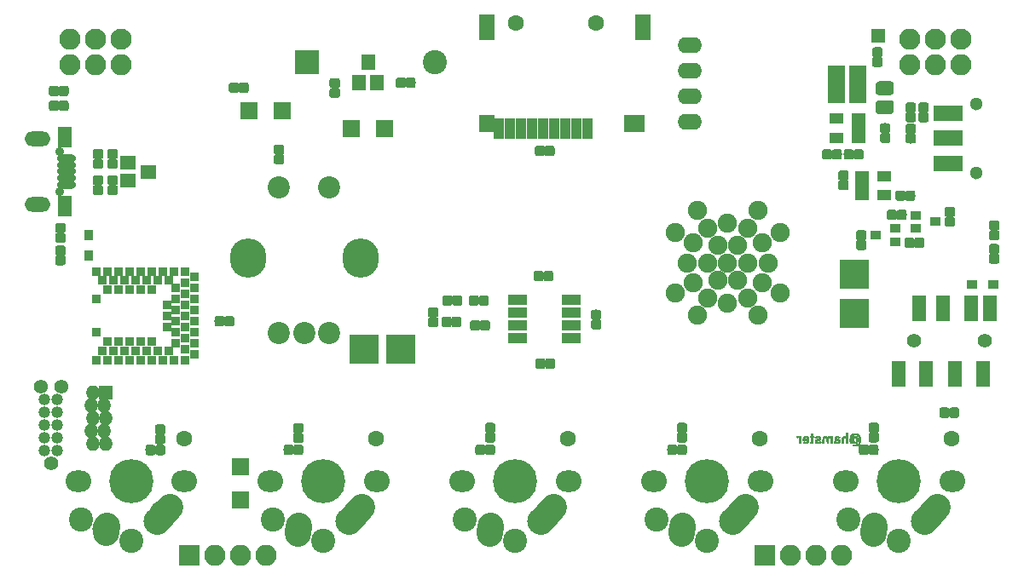
<source format=gbs>
G04 #@! TF.GenerationSoftware,KiCad,Pcbnew,(5.1.0)-1*
G04 #@! TF.CreationDate,2019-06-03T00:00:13-06:00*
G04 #@! TF.ProjectId,laser-theremin,6c617365-722d-4746-9865-72656d696e2e,rev?*
G04 #@! TF.SameCoordinates,Original*
G04 #@! TF.FileFunction,Soldermask,Bot*
G04 #@! TF.FilePolarity,Negative*
%FSLAX46Y46*%
G04 Gerber Fmt 4.6, Leading zero omitted, Abs format (unit mm)*
G04 Created by KiCad (PCBNEW (5.1.0)-1) date 2019-06-03 00:00:13*
%MOMM*%
%LPD*%
G04 APERTURE LIST*
%ADD10C,0.010000*%
%ADD11C,2.200000*%
%ADD12O,3.600000X3.900000*%
%ADD13R,1.797000X1.797000*%
%ADD14C,1.385520*%
%ADD15C,1.388060*%
%ADD16C,1.184860*%
%ADD17C,0.100000*%
%ADD18C,0.990000*%
%ADD19C,2.650000*%
%ADD20C,2.650000*%
%ADD21O,2.550000X2.150000*%
%ADD22C,1.600000*%
%ADD23C,2.400000*%
%ADD24C,4.387800*%
%ADD25R,2.400000X2.400000*%
%ADD26C,2.100000*%
%ADD27O,2.100000X2.100000*%
%ADD28R,1.600000X2.600000*%
%ADD29R,2.000000X1.800000*%
%ADD30R,1.600000X1.800000*%
%ADD31R,1.100000X2.000000*%
%ADD32R,2.900000X1.650000*%
%ADD33C,1.300000*%
%ADD34R,1.460000X1.050000*%
%ADD35C,1.375000*%
%ADD36R,1.543000X1.416000*%
%ADD37R,1.400000X1.997660*%
%ADD38O,2.550000X1.450000*%
%ADD39C,0.900000*%
%ADD40O,1.900000X0.800000*%
%ADD41R,1.750000X3.800000*%
%ADD42R,1.416000X1.543000*%
%ADD43R,1.100000X0.850000*%
%ADD44R,0.850000X1.000000*%
%ADD45R,1.000000X0.850000*%
%ADD46O,2.400000X1.600000*%
%ADD47R,2.900000X2.900000*%
%ADD48R,1.398220X2.647900*%
%ADD49C,1.400000*%
%ADD50R,2.100000X2.100000*%
%ADD51R,1.400000X1.400000*%
%ADD52C,1.900000*%
%ADD53R,1.950000X1.000000*%
%ADD54R,0.900000X0.900000*%
%ADD55O,1.400000X1.400000*%
G04 APERTURE END LIST*
D10*
G36*
X175081251Y-109161276D02*
G01*
X175026374Y-109186824D01*
X175011023Y-109219069D01*
X175032798Y-109266106D01*
X175045176Y-109282971D01*
X175075180Y-109314126D01*
X175107531Y-109318500D01*
X175148403Y-109305596D01*
X175202669Y-109291621D01*
X175246363Y-109302520D01*
X175269947Y-109316570D01*
X175292787Y-109332939D01*
X175308234Y-109351894D01*
X175317733Y-109381317D01*
X175322730Y-109429090D01*
X175324670Y-109503094D01*
X175325000Y-109611211D01*
X175325000Y-109880833D01*
X175494333Y-109880833D01*
X175494333Y-109161166D01*
X175409666Y-109161166D01*
X175352515Y-109165645D01*
X175327928Y-109181581D01*
X175325000Y-109196197D01*
X175321392Y-109219395D01*
X175303345Y-109211731D01*
X175287958Y-109198700D01*
X175209257Y-109154691D01*
X175119508Y-109151463D01*
X175081251Y-109161276D01*
X175081251Y-109161276D01*
G37*
X175081251Y-109161276D02*
X175026374Y-109186824D01*
X175011023Y-109219069D01*
X175032798Y-109266106D01*
X175045176Y-109282971D01*
X175075180Y-109314126D01*
X175107531Y-109318500D01*
X175148403Y-109305596D01*
X175202669Y-109291621D01*
X175246363Y-109302520D01*
X175269947Y-109316570D01*
X175292787Y-109332939D01*
X175308234Y-109351894D01*
X175317733Y-109381317D01*
X175322730Y-109429090D01*
X175324670Y-109503094D01*
X175325000Y-109611211D01*
X175325000Y-109880833D01*
X175494333Y-109880833D01*
X175494333Y-109161166D01*
X175409666Y-109161166D01*
X175352515Y-109165645D01*
X175327928Y-109181581D01*
X175325000Y-109196197D01*
X175321392Y-109219395D01*
X175303345Y-109211731D01*
X175287958Y-109198700D01*
X175209257Y-109154691D01*
X175119508Y-109151463D01*
X175081251Y-109161276D01*
G36*
X175902538Y-109153273D02*
G01*
X175813236Y-109192184D01*
X175739881Y-109261259D01*
X175688368Y-109354517D01*
X175664592Y-109465975D01*
X175663666Y-109493734D01*
X175663666Y-109584500D01*
X175885916Y-109584500D01*
X175987408Y-109585473D01*
X176053431Y-109589044D01*
X176090820Y-109596189D01*
X176106407Y-109607884D01*
X176108166Y-109616250D01*
X176089444Y-109667304D01*
X176041041Y-109705740D01*
X175974608Y-109728108D01*
X175901792Y-109730957D01*
X175834242Y-109710839D01*
X175819448Y-109701751D01*
X175785809Y-109683772D01*
X175758337Y-109692109D01*
X175727854Y-109721351D01*
X175696923Y-109762518D01*
X175697906Y-109794005D01*
X175734076Y-109824039D01*
X175777649Y-109846509D01*
X175874524Y-109874839D01*
X175981665Y-109878734D01*
X176081118Y-109858636D01*
X176125315Y-109837957D01*
X176194625Y-109773899D01*
X176237691Y-109680881D01*
X176255638Y-109556181D01*
X176256333Y-109521000D01*
X176247259Y-109429791D01*
X176106739Y-109429791D01*
X176080391Y-109448610D01*
X176017642Y-109456461D01*
X175960000Y-109457500D01*
X175878011Y-109454446D01*
X175826704Y-109445914D01*
X175811833Y-109434941D01*
X175823965Y-109391888D01*
X175851791Y-109340898D01*
X175882457Y-109305296D01*
X175883794Y-109304365D01*
X175943898Y-109287142D01*
X176009857Y-109301672D01*
X176064297Y-109343937D01*
X176100203Y-109396176D01*
X176106739Y-109429791D01*
X176247259Y-109429791D01*
X176242578Y-109382740D01*
X176201120Y-109276315D01*
X176131665Y-109201299D01*
X176033922Y-109157268D01*
X176001891Y-109150508D01*
X175902538Y-109153273D01*
X175902538Y-109153273D01*
G37*
X175902538Y-109153273D02*
X175813236Y-109192184D01*
X175739881Y-109261259D01*
X175688368Y-109354517D01*
X175664592Y-109465975D01*
X175663666Y-109493734D01*
X175663666Y-109584500D01*
X175885916Y-109584500D01*
X175987408Y-109585473D01*
X176053431Y-109589044D01*
X176090820Y-109596189D01*
X176106407Y-109607884D01*
X176108166Y-109616250D01*
X176089444Y-109667304D01*
X176041041Y-109705740D01*
X175974608Y-109728108D01*
X175901792Y-109730957D01*
X175834242Y-109710839D01*
X175819448Y-109701751D01*
X175785809Y-109683772D01*
X175758337Y-109692109D01*
X175727854Y-109721351D01*
X175696923Y-109762518D01*
X175697906Y-109794005D01*
X175734076Y-109824039D01*
X175777649Y-109846509D01*
X175874524Y-109874839D01*
X175981665Y-109878734D01*
X176081118Y-109858636D01*
X176125315Y-109837957D01*
X176194625Y-109773899D01*
X176237691Y-109680881D01*
X176255638Y-109556181D01*
X176256333Y-109521000D01*
X176247259Y-109429791D01*
X176106739Y-109429791D01*
X176080391Y-109448610D01*
X176017642Y-109456461D01*
X175960000Y-109457500D01*
X175878011Y-109454446D01*
X175826704Y-109445914D01*
X175811833Y-109434941D01*
X175823965Y-109391888D01*
X175851791Y-109340898D01*
X175882457Y-109305296D01*
X175883794Y-109304365D01*
X175943898Y-109287142D01*
X176009857Y-109301672D01*
X176064297Y-109343937D01*
X176100203Y-109396176D01*
X176106739Y-109429791D01*
X176247259Y-109429791D01*
X176242578Y-109382740D01*
X176201120Y-109276315D01*
X176131665Y-109201299D01*
X176033922Y-109157268D01*
X176001891Y-109150508D01*
X175902538Y-109153273D01*
G36*
X176510333Y-109055333D02*
G01*
X176508618Y-109118144D01*
X176499862Y-109149479D01*
X176478653Y-109160164D01*
X176457416Y-109161166D01*
X176419598Y-109168001D01*
X176405764Y-109197053D01*
X176404500Y-109224666D01*
X176410195Y-109270048D01*
X176434405Y-109286650D01*
X176457416Y-109288166D01*
X176510333Y-109288166D01*
X176510333Y-109732666D01*
X176457416Y-109732666D01*
X176421631Y-109738201D01*
X176406981Y-109763109D01*
X176404500Y-109806750D01*
X176407063Y-109854182D01*
X176422889Y-109875262D01*
X176464183Y-109880667D01*
X176489166Y-109880833D01*
X176574886Y-109865866D01*
X176616166Y-109838500D01*
X176634341Y-109816044D01*
X176646474Y-109786330D01*
X176653750Y-109741067D01*
X176657354Y-109671962D01*
X176658470Y-109570726D01*
X176658500Y-109542166D01*
X176658915Y-109434946D01*
X176660941Y-109363041D01*
X176665746Y-109319437D01*
X176674499Y-109297118D01*
X176688370Y-109289069D01*
X176700833Y-109288166D01*
X176731820Y-109278187D01*
X176742730Y-109241058D01*
X176743166Y-109224666D01*
X176736514Y-109178186D01*
X176711761Y-109161821D01*
X176700833Y-109161166D01*
X176675441Y-109155594D01*
X176662778Y-109131943D01*
X176658681Y-109079812D01*
X176658500Y-109055333D01*
X176658500Y-108949500D01*
X176510333Y-108949500D01*
X176510333Y-109055333D01*
X176510333Y-109055333D01*
G37*
X176510333Y-109055333D02*
X176508618Y-109118144D01*
X176499862Y-109149479D01*
X176478653Y-109160164D01*
X176457416Y-109161166D01*
X176419598Y-109168001D01*
X176405764Y-109197053D01*
X176404500Y-109224666D01*
X176410195Y-109270048D01*
X176434405Y-109286650D01*
X176457416Y-109288166D01*
X176510333Y-109288166D01*
X176510333Y-109732666D01*
X176457416Y-109732666D01*
X176421631Y-109738201D01*
X176406981Y-109763109D01*
X176404500Y-109806750D01*
X176407063Y-109854182D01*
X176422889Y-109875262D01*
X176464183Y-109880667D01*
X176489166Y-109880833D01*
X176574886Y-109865866D01*
X176616166Y-109838500D01*
X176634341Y-109816044D01*
X176646474Y-109786330D01*
X176653750Y-109741067D01*
X176657354Y-109671962D01*
X176658470Y-109570726D01*
X176658500Y-109542166D01*
X176658915Y-109434946D01*
X176660941Y-109363041D01*
X176665746Y-109319437D01*
X176674499Y-109297118D01*
X176688370Y-109289069D01*
X176700833Y-109288166D01*
X176731820Y-109278187D01*
X176742730Y-109241058D01*
X176743166Y-109224666D01*
X176736514Y-109178186D01*
X176711761Y-109161821D01*
X176700833Y-109161166D01*
X176675441Y-109155594D01*
X176662778Y-109131943D01*
X176658681Y-109079812D01*
X176658500Y-109055333D01*
X176658500Y-108949500D01*
X176510333Y-108949500D01*
X176510333Y-109055333D01*
G36*
X176981366Y-109174220D02*
G01*
X176911502Y-109207201D01*
X176842630Y-109249084D01*
X176895919Y-109302373D01*
X176934168Y-109336655D01*
X176964259Y-109343339D01*
X177006857Y-109325830D01*
X177014469Y-109321914D01*
X177094708Y-109293273D01*
X177169551Y-109288659D01*
X177229723Y-109306171D01*
X177265948Y-109343905D01*
X177272333Y-109374802D01*
X177255586Y-109411789D01*
X177203664Y-109431833D01*
X177138310Y-109436451D01*
X177042778Y-109446387D01*
X176957328Y-109472703D01*
X176895457Y-109510667D01*
X176881374Y-109526532D01*
X176851535Y-109602282D01*
X176852244Y-109688143D01*
X176880170Y-109770010D01*
X176931984Y-109833776D01*
X176957903Y-109850670D01*
X177035081Y-109873817D01*
X177134961Y-109881190D01*
X177241193Y-109873359D01*
X177337427Y-109850889D01*
X177372875Y-109836271D01*
X177425560Y-109807532D01*
X177457694Y-109784867D01*
X177462363Y-109778079D01*
X177450377Y-109753060D01*
X177424500Y-109715824D01*
X177387109Y-109667232D01*
X177292679Y-109710068D01*
X177191981Y-109745436D01*
X177112022Y-109748757D01*
X177045964Y-109720105D01*
X177036553Y-109712826D01*
X177001030Y-109669618D01*
X177006654Y-109633026D01*
X177052640Y-109603846D01*
X177138204Y-109582874D01*
X177168764Y-109578628D01*
X177277225Y-109558863D01*
X177350095Y-109527523D01*
X177393584Y-109479729D01*
X177413903Y-109410601D01*
X177416473Y-109383997D01*
X177416118Y-109312724D01*
X177400266Y-109264331D01*
X177375519Y-109232431D01*
X177299368Y-109179959D01*
X177200370Y-109152336D01*
X177090408Y-109150207D01*
X176981366Y-109174220D01*
X176981366Y-109174220D01*
G37*
X176981366Y-109174220D02*
X176911502Y-109207201D01*
X176842630Y-109249084D01*
X176895919Y-109302373D01*
X176934168Y-109336655D01*
X176964259Y-109343339D01*
X177006857Y-109325830D01*
X177014469Y-109321914D01*
X177094708Y-109293273D01*
X177169551Y-109288659D01*
X177229723Y-109306171D01*
X177265948Y-109343905D01*
X177272333Y-109374802D01*
X177255586Y-109411789D01*
X177203664Y-109431833D01*
X177138310Y-109436451D01*
X177042778Y-109446387D01*
X176957328Y-109472703D01*
X176895457Y-109510667D01*
X176881374Y-109526532D01*
X176851535Y-109602282D01*
X176852244Y-109688143D01*
X176880170Y-109770010D01*
X176931984Y-109833776D01*
X176957903Y-109850670D01*
X177035081Y-109873817D01*
X177134961Y-109881190D01*
X177241193Y-109873359D01*
X177337427Y-109850889D01*
X177372875Y-109836271D01*
X177425560Y-109807532D01*
X177457694Y-109784867D01*
X177462363Y-109778079D01*
X177450377Y-109753060D01*
X177424500Y-109715824D01*
X177387109Y-109667232D01*
X177292679Y-109710068D01*
X177191981Y-109745436D01*
X177112022Y-109748757D01*
X177045964Y-109720105D01*
X177036553Y-109712826D01*
X177001030Y-109669618D01*
X177006654Y-109633026D01*
X177052640Y-109603846D01*
X177138204Y-109582874D01*
X177168764Y-109578628D01*
X177277225Y-109558863D01*
X177350095Y-109527523D01*
X177393584Y-109479729D01*
X177413903Y-109410601D01*
X177416473Y-109383997D01*
X177416118Y-109312724D01*
X177400266Y-109264331D01*
X177375519Y-109232431D01*
X177299368Y-109179959D01*
X177200370Y-109152336D01*
X177090408Y-109150207D01*
X176981366Y-109174220D01*
G36*
X178150962Y-109176313D02*
G01*
X178086518Y-109225474D01*
X178057608Y-109253803D01*
X178039059Y-109250601D01*
X178020393Y-109226297D01*
X177960932Y-109174863D01*
X177882905Y-109151755D01*
X177798386Y-109156088D01*
X177719447Y-109186979D01*
X177658164Y-109243542D01*
X177651774Y-109253307D01*
X177634710Y-109287071D01*
X177623101Y-109327995D01*
X177615957Y-109384521D01*
X177612288Y-109465091D01*
X177611104Y-109578146D01*
X177611079Y-109600375D01*
X177611000Y-109880833D01*
X177759166Y-109880833D01*
X177759166Y-109630878D01*
X177760746Y-109509135D01*
X177766956Y-109422819D01*
X177780001Y-109365092D01*
X177802087Y-109329119D01*
X177835417Y-109308063D01*
X177866338Y-109298606D01*
X177930007Y-109302098D01*
X177972171Y-109327281D01*
X177994041Y-109347451D01*
X178008991Y-109371613D01*
X178018648Y-109408021D01*
X178024639Y-109464929D01*
X178028589Y-109550590D01*
X178030814Y-109624917D01*
X178037879Y-109880833D01*
X178182500Y-109880833D01*
X178182500Y-109626833D01*
X178183213Y-109517075D01*
X178186144Y-109441347D01*
X178192475Y-109391358D01*
X178203391Y-109358816D01*
X178220078Y-109335431D01*
X178224833Y-109330500D01*
X178283311Y-109293282D01*
X178345797Y-109297315D01*
X178389457Y-109321116D01*
X178409089Y-109337422D01*
X178422344Y-109359017D01*
X178430466Y-109393743D01*
X178434700Y-109449445D01*
X178436291Y-109533964D01*
X178436500Y-109617450D01*
X178436500Y-109880833D01*
X178605833Y-109880833D01*
X178605833Y-109161166D01*
X178521166Y-109161166D01*
X178464015Y-109165645D01*
X178439428Y-109181581D01*
X178436500Y-109196197D01*
X178432892Y-109219395D01*
X178414845Y-109211731D01*
X178399458Y-109198700D01*
X178323645Y-109158047D01*
X178236494Y-109150954D01*
X178150962Y-109176313D01*
X178150962Y-109176313D01*
G37*
X178150962Y-109176313D02*
X178086518Y-109225474D01*
X178057608Y-109253803D01*
X178039059Y-109250601D01*
X178020393Y-109226297D01*
X177960932Y-109174863D01*
X177882905Y-109151755D01*
X177798386Y-109156088D01*
X177719447Y-109186979D01*
X177658164Y-109243542D01*
X177651774Y-109253307D01*
X177634710Y-109287071D01*
X177623101Y-109327995D01*
X177615957Y-109384521D01*
X177612288Y-109465091D01*
X177611104Y-109578146D01*
X177611079Y-109600375D01*
X177611000Y-109880833D01*
X177759166Y-109880833D01*
X177759166Y-109630878D01*
X177760746Y-109509135D01*
X177766956Y-109422819D01*
X177780001Y-109365092D01*
X177802087Y-109329119D01*
X177835417Y-109308063D01*
X177866338Y-109298606D01*
X177930007Y-109302098D01*
X177972171Y-109327281D01*
X177994041Y-109347451D01*
X178008991Y-109371613D01*
X178018648Y-109408021D01*
X178024639Y-109464929D01*
X178028589Y-109550590D01*
X178030814Y-109624917D01*
X178037879Y-109880833D01*
X178182500Y-109880833D01*
X178182500Y-109626833D01*
X178183213Y-109517075D01*
X178186144Y-109441347D01*
X178192475Y-109391358D01*
X178203391Y-109358816D01*
X178220078Y-109335431D01*
X178224833Y-109330500D01*
X178283311Y-109293282D01*
X178345797Y-109297315D01*
X178389457Y-109321116D01*
X178409089Y-109337422D01*
X178422344Y-109359017D01*
X178430466Y-109393743D01*
X178434700Y-109449445D01*
X178436291Y-109533964D01*
X178436500Y-109617450D01*
X178436500Y-109880833D01*
X178605833Y-109880833D01*
X178605833Y-109161166D01*
X178521166Y-109161166D01*
X178464015Y-109165645D01*
X178439428Y-109181581D01*
X178436500Y-109196197D01*
X178432892Y-109219395D01*
X178414845Y-109211731D01*
X178399458Y-109198700D01*
X178323645Y-109158047D01*
X178236494Y-109150954D01*
X178150962Y-109176313D01*
G36*
X178994581Y-109161598D02*
G01*
X178898250Y-109205714D01*
X178872794Y-109225779D01*
X178806916Y-109284588D01*
X178800025Y-109582710D01*
X178793133Y-109880833D01*
X178868817Y-109880833D01*
X178918413Y-109875438D01*
X178943680Y-109862138D01*
X178944500Y-109858921D01*
X178957457Y-109847821D01*
X178985442Y-109858921D01*
X179030441Y-109871917D01*
X179097605Y-109879772D01*
X179131984Y-109880833D01*
X179210836Y-109874410D01*
X179269403Y-109850713D01*
X179302709Y-109826035D01*
X179344408Y-109784030D01*
X179363372Y-109738959D01*
X179367833Y-109671994D01*
X179367460Y-109668147D01*
X179219666Y-109668147D01*
X179211432Y-109715586D01*
X179193208Y-109739815D01*
X179145529Y-109748976D01*
X179078058Y-109751830D01*
X179012881Y-109748258D01*
X178977981Y-109740985D01*
X178952382Y-109709845D01*
X178944500Y-109645735D01*
X178944500Y-109563333D01*
X179041141Y-109563333D01*
X179133662Y-109570971D01*
X179190773Y-109595605D01*
X179216868Y-109639815D01*
X179219666Y-109668147D01*
X179367460Y-109668147D01*
X179360945Y-109600957D01*
X179343605Y-109541329D01*
X179335459Y-109526532D01*
X179281490Y-109482617D01*
X179194672Y-109452068D01*
X179083072Y-109437388D01*
X179045041Y-109436451D01*
X178983000Y-109433633D01*
X178952896Y-109422724D01*
X178944535Y-109399750D01*
X178944500Y-109397280D01*
X178962756Y-109342783D01*
X179010680Y-109306006D01*
X179078008Y-109290620D01*
X179154472Y-109300293D01*
X179184301Y-109311537D01*
X179230438Y-109323273D01*
X179276262Y-109307614D01*
X179293670Y-109296855D01*
X179351746Y-109258803D01*
X179304869Y-109220844D01*
X179210322Y-109169021D01*
X179102749Y-109149320D01*
X178994581Y-109161598D01*
X178994581Y-109161598D01*
G37*
X178994581Y-109161598D02*
X178898250Y-109205714D01*
X178872794Y-109225779D01*
X178806916Y-109284588D01*
X178800025Y-109582710D01*
X178793133Y-109880833D01*
X178868817Y-109880833D01*
X178918413Y-109875438D01*
X178943680Y-109862138D01*
X178944500Y-109858921D01*
X178957457Y-109847821D01*
X178985442Y-109858921D01*
X179030441Y-109871917D01*
X179097605Y-109879772D01*
X179131984Y-109880833D01*
X179210836Y-109874410D01*
X179269403Y-109850713D01*
X179302709Y-109826035D01*
X179344408Y-109784030D01*
X179363372Y-109738959D01*
X179367833Y-109671994D01*
X179367460Y-109668147D01*
X179219666Y-109668147D01*
X179211432Y-109715586D01*
X179193208Y-109739815D01*
X179145529Y-109748976D01*
X179078058Y-109751830D01*
X179012881Y-109748258D01*
X178977981Y-109740985D01*
X178952382Y-109709845D01*
X178944500Y-109645735D01*
X178944500Y-109563333D01*
X179041141Y-109563333D01*
X179133662Y-109570971D01*
X179190773Y-109595605D01*
X179216868Y-109639815D01*
X179219666Y-109668147D01*
X179367460Y-109668147D01*
X179360945Y-109600957D01*
X179343605Y-109541329D01*
X179335459Y-109526532D01*
X179281490Y-109482617D01*
X179194672Y-109452068D01*
X179083072Y-109437388D01*
X179045041Y-109436451D01*
X178983000Y-109433633D01*
X178952896Y-109422724D01*
X178944535Y-109399750D01*
X178944500Y-109397280D01*
X178962756Y-109342783D01*
X179010680Y-109306006D01*
X179078008Y-109290620D01*
X179154472Y-109300293D01*
X179184301Y-109311537D01*
X179230438Y-109323273D01*
X179276262Y-109307614D01*
X179293670Y-109296855D01*
X179351746Y-109258803D01*
X179304869Y-109220844D01*
X179210322Y-109169021D01*
X179102749Y-109149320D01*
X178994581Y-109161598D01*
G36*
X179960500Y-109048030D02*
G01*
X179960016Y-109135465D01*
X179957422Y-109187195D01*
X179951002Y-109209844D01*
X179939040Y-109210039D01*
X179922069Y-109196448D01*
X179848588Y-109155868D01*
X179764125Y-109148286D01*
X179680450Y-109171001D01*
X179609333Y-109221313D01*
X179570552Y-109277126D01*
X179554877Y-109323730D01*
X179544579Y-109390072D01*
X179538922Y-109483605D01*
X179537167Y-109611782D01*
X179537166Y-109614157D01*
X179537166Y-109880833D01*
X179685333Y-109880833D01*
X179685333Y-109636454D01*
X179685866Y-109530570D01*
X179688499Y-109458172D01*
X179694782Y-109410413D01*
X179706267Y-109378449D01*
X179724504Y-109353435D01*
X179737288Y-109340121D01*
X179798757Y-109296629D01*
X179859667Y-109293964D01*
X179913457Y-109321116D01*
X179933089Y-109337422D01*
X179946344Y-109359017D01*
X179954466Y-109393743D01*
X179958700Y-109449445D01*
X179960291Y-109533964D01*
X179960500Y-109617450D01*
X179960500Y-109880833D01*
X180108666Y-109880833D01*
X180108666Y-108864833D01*
X179960500Y-108864833D01*
X179960500Y-109048030D01*
X179960500Y-109048030D01*
G37*
X179960500Y-109048030D02*
X179960016Y-109135465D01*
X179957422Y-109187195D01*
X179951002Y-109209844D01*
X179939040Y-109210039D01*
X179922069Y-109196448D01*
X179848588Y-109155868D01*
X179764125Y-109148286D01*
X179680450Y-109171001D01*
X179609333Y-109221313D01*
X179570552Y-109277126D01*
X179554877Y-109323730D01*
X179544579Y-109390072D01*
X179538922Y-109483605D01*
X179537167Y-109611782D01*
X179537166Y-109614157D01*
X179537166Y-109880833D01*
X179685333Y-109880833D01*
X179685333Y-109636454D01*
X179685866Y-109530570D01*
X179688499Y-109458172D01*
X179694782Y-109410413D01*
X179706267Y-109378449D01*
X179724504Y-109353435D01*
X179737288Y-109340121D01*
X179798757Y-109296629D01*
X179859667Y-109293964D01*
X179913457Y-109321116D01*
X179933089Y-109337422D01*
X179946344Y-109359017D01*
X179954466Y-109393743D01*
X179958700Y-109449445D01*
X179960291Y-109533964D01*
X179960500Y-109617450D01*
X179960500Y-109880833D01*
X180108666Y-109880833D01*
X180108666Y-108864833D01*
X179960500Y-108864833D01*
X179960500Y-109048030D01*
G36*
X180687347Y-108898861D02*
G01*
X180569880Y-108939463D01*
X180470054Y-109010981D01*
X180457490Y-109023156D01*
X180404120Y-109084649D01*
X180366036Y-109151178D01*
X180340968Y-109231124D01*
X180326648Y-109332868D01*
X180320805Y-109464789D01*
X180320333Y-109529709D01*
X180320851Y-109636265D01*
X180323420Y-109709264D01*
X180329563Y-109757477D01*
X180340804Y-109789676D01*
X180358666Y-109814635D01*
X180372288Y-109828878D01*
X180435232Y-109866131D01*
X180516007Y-109881235D01*
X180596138Y-109872816D01*
X180646029Y-109849244D01*
X180681724Y-109830025D01*
X180715497Y-109840226D01*
X180730114Y-109849917D01*
X180795178Y-109874799D01*
X180878733Y-109880562D01*
X180961876Y-109867928D01*
X181024414Y-109838653D01*
X181069626Y-109779663D01*
X181101233Y-109691627D01*
X181118391Y-109585862D01*
X181119643Y-109510580D01*
X180965916Y-109510580D01*
X180964542Y-109595289D01*
X180958563Y-109649002D01*
X180945195Y-109683019D01*
X180921654Y-109708637D01*
X180915947Y-109713370D01*
X180871680Y-109742482D01*
X180838916Y-109753833D01*
X180804095Y-109741401D01*
X180761886Y-109713370D01*
X180736153Y-109688067D01*
X180721108Y-109656461D01*
X180713969Y-109607254D01*
X180711951Y-109529147D01*
X180711916Y-109510580D01*
X180716975Y-109408060D01*
X180734432Y-109340919D01*
X180767708Y-109303166D01*
X180820225Y-109288809D01*
X180838916Y-109288166D01*
X180897456Y-109297025D01*
X180935794Y-109327598D01*
X180957352Y-109385874D01*
X180965549Y-109477846D01*
X180965916Y-109510580D01*
X181119643Y-109510580D01*
X181120257Y-109473685D01*
X181105987Y-109366414D01*
X181074739Y-109275366D01*
X181067394Y-109261827D01*
X181008127Y-109198933D01*
X180925153Y-109160386D01*
X180830363Y-109147624D01*
X180735649Y-109162085D01*
X180652903Y-109205209D01*
X180646086Y-109210858D01*
X180602095Y-109267990D01*
X180572851Y-109353177D01*
X180557192Y-109471065D01*
X180553671Y-109579872D01*
X180551349Y-109664367D01*
X180543893Y-109715201D01*
X180529547Y-109740912D01*
X180519280Y-109746998D01*
X180487684Y-109749267D01*
X180466487Y-109724862D01*
X180454651Y-109669726D01*
X180451136Y-109579799D01*
X180453250Y-109489250D01*
X180466121Y-109339605D01*
X180493768Y-109225352D01*
X180539420Y-109141154D01*
X180606308Y-109081673D01*
X180697663Y-109041574D01*
X180729590Y-109032709D01*
X180853190Y-109018690D01*
X180970391Y-109036716D01*
X181070772Y-109084218D01*
X181121831Y-109129421D01*
X181178984Y-109224187D01*
X181214598Y-109351567D01*
X181227742Y-109507193D01*
X181224556Y-109610855D01*
X181206995Y-109743013D01*
X181171595Y-109842728D01*
X181113557Y-109914380D01*
X181028079Y-109962349D01*
X180910363Y-109991016D01*
X180795141Y-110002665D01*
X180616666Y-110013800D01*
X180616666Y-110134833D01*
X180801875Y-110133014D01*
X180893769Y-110130201D01*
X180975770Y-110124315D01*
X181033868Y-110116464D01*
X181044994Y-110113757D01*
X181164360Y-110058656D01*
X181255933Y-109972343D01*
X181305658Y-109891114D01*
X181328425Y-109842316D01*
X181343720Y-109799420D01*
X181352715Y-109752759D01*
X181356584Y-109692665D01*
X181356499Y-109609473D01*
X181353686Y-109495334D01*
X181349314Y-109374534D01*
X181343284Y-109286864D01*
X181334232Y-109223122D01*
X181320795Y-109174105D01*
X181301609Y-109130611D01*
X181298869Y-109125351D01*
X181220780Y-109018791D01*
X181115191Y-108943636D01*
X180981434Y-108899544D01*
X180830789Y-108886118D01*
X180687347Y-108898861D01*
X180687347Y-108898861D01*
G37*
X180687347Y-108898861D02*
X180569880Y-108939463D01*
X180470054Y-109010981D01*
X180457490Y-109023156D01*
X180404120Y-109084649D01*
X180366036Y-109151178D01*
X180340968Y-109231124D01*
X180326648Y-109332868D01*
X180320805Y-109464789D01*
X180320333Y-109529709D01*
X180320851Y-109636265D01*
X180323420Y-109709264D01*
X180329563Y-109757477D01*
X180340804Y-109789676D01*
X180358666Y-109814635D01*
X180372288Y-109828878D01*
X180435232Y-109866131D01*
X180516007Y-109881235D01*
X180596138Y-109872816D01*
X180646029Y-109849244D01*
X180681724Y-109830025D01*
X180715497Y-109840226D01*
X180730114Y-109849917D01*
X180795178Y-109874799D01*
X180878733Y-109880562D01*
X180961876Y-109867928D01*
X181024414Y-109838653D01*
X181069626Y-109779663D01*
X181101233Y-109691627D01*
X181118391Y-109585862D01*
X181119643Y-109510580D01*
X180965916Y-109510580D01*
X180964542Y-109595289D01*
X180958563Y-109649002D01*
X180945195Y-109683019D01*
X180921654Y-109708637D01*
X180915947Y-109713370D01*
X180871680Y-109742482D01*
X180838916Y-109753833D01*
X180804095Y-109741401D01*
X180761886Y-109713370D01*
X180736153Y-109688067D01*
X180721108Y-109656461D01*
X180713969Y-109607254D01*
X180711951Y-109529147D01*
X180711916Y-109510580D01*
X180716975Y-109408060D01*
X180734432Y-109340919D01*
X180767708Y-109303166D01*
X180820225Y-109288809D01*
X180838916Y-109288166D01*
X180897456Y-109297025D01*
X180935794Y-109327598D01*
X180957352Y-109385874D01*
X180965549Y-109477846D01*
X180965916Y-109510580D01*
X181119643Y-109510580D01*
X181120257Y-109473685D01*
X181105987Y-109366414D01*
X181074739Y-109275366D01*
X181067394Y-109261827D01*
X181008127Y-109198933D01*
X180925153Y-109160386D01*
X180830363Y-109147624D01*
X180735649Y-109162085D01*
X180652903Y-109205209D01*
X180646086Y-109210858D01*
X180602095Y-109267990D01*
X180572851Y-109353177D01*
X180557192Y-109471065D01*
X180553671Y-109579872D01*
X180551349Y-109664367D01*
X180543893Y-109715201D01*
X180529547Y-109740912D01*
X180519280Y-109746998D01*
X180487684Y-109749267D01*
X180466487Y-109724862D01*
X180454651Y-109669726D01*
X180451136Y-109579799D01*
X180453250Y-109489250D01*
X180466121Y-109339605D01*
X180493768Y-109225352D01*
X180539420Y-109141154D01*
X180606308Y-109081673D01*
X180697663Y-109041574D01*
X180729590Y-109032709D01*
X180853190Y-109018690D01*
X180970391Y-109036716D01*
X181070772Y-109084218D01*
X181121831Y-109129421D01*
X181178984Y-109224187D01*
X181214598Y-109351567D01*
X181227742Y-109507193D01*
X181224556Y-109610855D01*
X181206995Y-109743013D01*
X181171595Y-109842728D01*
X181113557Y-109914380D01*
X181028079Y-109962349D01*
X180910363Y-109991016D01*
X180795141Y-110002665D01*
X180616666Y-110013800D01*
X180616666Y-110134833D01*
X180801875Y-110133014D01*
X180893769Y-110130201D01*
X180975770Y-110124315D01*
X181033868Y-110116464D01*
X181044994Y-110113757D01*
X181164360Y-110058656D01*
X181255933Y-109972343D01*
X181305658Y-109891114D01*
X181328425Y-109842316D01*
X181343720Y-109799420D01*
X181352715Y-109752759D01*
X181356584Y-109692665D01*
X181356499Y-109609473D01*
X181353686Y-109495334D01*
X181349314Y-109374534D01*
X181343284Y-109286864D01*
X181334232Y-109223122D01*
X181320795Y-109174105D01*
X181301609Y-109130611D01*
X181298869Y-109125351D01*
X181220780Y-109018791D01*
X181115191Y-108943636D01*
X180981434Y-108899544D01*
X180830789Y-108886118D01*
X180687347Y-108898861D01*
D11*
X126170000Y-98930000D03*
X128670000Y-84430000D03*
X123670000Y-84430000D03*
X123670000Y-98930000D03*
X128670000Y-98930000D03*
D12*
X131770000Y-91430000D03*
X120570000Y-91430000D03*
D13*
X124011000Y-76840000D03*
X120709000Y-76840000D03*
D14*
X99974000Y-104250000D03*
X102006000Y-104250000D03*
D15*
X100990000Y-111870000D03*
D16*
X101625000Y-108060000D03*
X100355000Y-108060000D03*
X101625000Y-109330000D03*
X100355000Y-109330000D03*
X101625000Y-110600000D03*
X100355000Y-110600000D03*
X100355000Y-106790000D03*
X101625000Y-106790000D03*
X100355000Y-105520000D03*
X101625000Y-105520000D03*
D17*
G36*
X118986759Y-97231192D02*
G01*
X119010785Y-97234756D01*
X119034345Y-97240657D01*
X119057214Y-97248840D01*
X119079171Y-97259224D01*
X119100004Y-97271711D01*
X119119512Y-97286180D01*
X119137509Y-97302491D01*
X119153820Y-97320488D01*
X119168289Y-97339996D01*
X119180776Y-97360829D01*
X119191160Y-97382786D01*
X119199343Y-97405655D01*
X119205244Y-97429215D01*
X119208808Y-97453241D01*
X119210000Y-97477500D01*
X119210000Y-98022500D01*
X119208808Y-98046759D01*
X119205244Y-98070785D01*
X119199343Y-98094345D01*
X119191160Y-98117214D01*
X119180776Y-98139171D01*
X119168289Y-98160004D01*
X119153820Y-98179512D01*
X119137509Y-98197509D01*
X119119512Y-98213820D01*
X119100004Y-98228289D01*
X119079171Y-98240776D01*
X119057214Y-98251160D01*
X119034345Y-98259343D01*
X119010785Y-98265244D01*
X118986759Y-98268808D01*
X118962500Y-98270000D01*
X118467500Y-98270000D01*
X118443241Y-98268808D01*
X118419215Y-98265244D01*
X118395655Y-98259343D01*
X118372786Y-98251160D01*
X118350829Y-98240776D01*
X118329996Y-98228289D01*
X118310488Y-98213820D01*
X118292491Y-98197509D01*
X118276180Y-98179512D01*
X118261711Y-98160004D01*
X118249224Y-98139171D01*
X118238840Y-98117214D01*
X118230657Y-98094345D01*
X118224756Y-98070785D01*
X118221192Y-98046759D01*
X118220000Y-98022500D01*
X118220000Y-97477500D01*
X118221192Y-97453241D01*
X118224756Y-97429215D01*
X118230657Y-97405655D01*
X118238840Y-97382786D01*
X118249224Y-97360829D01*
X118261711Y-97339996D01*
X118276180Y-97320488D01*
X118292491Y-97302491D01*
X118310488Y-97286180D01*
X118329996Y-97271711D01*
X118350829Y-97259224D01*
X118372786Y-97248840D01*
X118395655Y-97240657D01*
X118419215Y-97234756D01*
X118443241Y-97231192D01*
X118467500Y-97230000D01*
X118962500Y-97230000D01*
X118986759Y-97231192D01*
X118986759Y-97231192D01*
G37*
D18*
X118715000Y-97750000D03*
D17*
G36*
X118016759Y-97231192D02*
G01*
X118040785Y-97234756D01*
X118064345Y-97240657D01*
X118087214Y-97248840D01*
X118109171Y-97259224D01*
X118130004Y-97271711D01*
X118149512Y-97286180D01*
X118167509Y-97302491D01*
X118183820Y-97320488D01*
X118198289Y-97339996D01*
X118210776Y-97360829D01*
X118221160Y-97382786D01*
X118229343Y-97405655D01*
X118235244Y-97429215D01*
X118238808Y-97453241D01*
X118240000Y-97477500D01*
X118240000Y-98022500D01*
X118238808Y-98046759D01*
X118235244Y-98070785D01*
X118229343Y-98094345D01*
X118221160Y-98117214D01*
X118210776Y-98139171D01*
X118198289Y-98160004D01*
X118183820Y-98179512D01*
X118167509Y-98197509D01*
X118149512Y-98213820D01*
X118130004Y-98228289D01*
X118109171Y-98240776D01*
X118087214Y-98251160D01*
X118064345Y-98259343D01*
X118040785Y-98265244D01*
X118016759Y-98268808D01*
X117992500Y-98270000D01*
X117497500Y-98270000D01*
X117473241Y-98268808D01*
X117449215Y-98265244D01*
X117425655Y-98259343D01*
X117402786Y-98251160D01*
X117380829Y-98240776D01*
X117359996Y-98228289D01*
X117340488Y-98213820D01*
X117322491Y-98197509D01*
X117306180Y-98179512D01*
X117291711Y-98160004D01*
X117279224Y-98139171D01*
X117268840Y-98117214D01*
X117260657Y-98094345D01*
X117254756Y-98070785D01*
X117251192Y-98046759D01*
X117250000Y-98022500D01*
X117250000Y-97477500D01*
X117251192Y-97453241D01*
X117254756Y-97429215D01*
X117260657Y-97405655D01*
X117268840Y-97382786D01*
X117279224Y-97360829D01*
X117291711Y-97339996D01*
X117306180Y-97320488D01*
X117322491Y-97302491D01*
X117340488Y-97286180D01*
X117359996Y-97271711D01*
X117380829Y-97259224D01*
X117402786Y-97248840D01*
X117425655Y-97240657D01*
X117449215Y-97234756D01*
X117473241Y-97231192D01*
X117497500Y-97230000D01*
X117992500Y-97230000D01*
X118016759Y-97231192D01*
X118016759Y-97231192D01*
G37*
D18*
X117745000Y-97750000D03*
D19*
X106480000Y-118390000D03*
D20*
X106505506Y-118015868D02*
X106454494Y-118764132D01*
D21*
X114270000Y-113640000D03*
X103710000Y-113640000D03*
D22*
X114210000Y-109440000D03*
D23*
X108990000Y-119540000D03*
X103990000Y-117440000D03*
D19*
X111490000Y-117640000D03*
D24*
X108990000Y-113640000D03*
D19*
X112145005Y-116910004D03*
D20*
X112800000Y-116180000D02*
X111490010Y-117640008D01*
D19*
X125555000Y-118410000D03*
D20*
X125580506Y-118035868D02*
X125529494Y-118784132D01*
D21*
X133345000Y-113660000D03*
X122785000Y-113660000D03*
D22*
X133285000Y-109460000D03*
D23*
X128065000Y-119560000D03*
X123065000Y-117460000D03*
D19*
X130565000Y-117660000D03*
D24*
X128065000Y-113660000D03*
D19*
X131220005Y-116930004D03*
D20*
X131875000Y-116200000D02*
X130565010Y-117660008D01*
D19*
X144605000Y-118410000D03*
D20*
X144630506Y-118035868D02*
X144579494Y-118784132D01*
D21*
X152395000Y-113660000D03*
X141835000Y-113660000D03*
D22*
X152335000Y-109460000D03*
D23*
X147115000Y-119560000D03*
X142115000Y-117460000D03*
D19*
X149615000Y-117660000D03*
D24*
X147115000Y-113660000D03*
D19*
X150270005Y-116930004D03*
D20*
X150925000Y-116200000D02*
X149615010Y-117660008D01*
D19*
X163655000Y-118410000D03*
D20*
X163680506Y-118035868D02*
X163629494Y-118784132D01*
D21*
X171445000Y-113660000D03*
X160885000Y-113660000D03*
D22*
X171385000Y-109460000D03*
D23*
X166165000Y-119560000D03*
X161165000Y-117460000D03*
D19*
X168665000Y-117660000D03*
D24*
X166165000Y-113660000D03*
D19*
X169320005Y-116930004D03*
D20*
X169975000Y-116200000D02*
X168665010Y-117660008D01*
D19*
X182705000Y-118410000D03*
D20*
X182730506Y-118035868D02*
X182679494Y-118784132D01*
D21*
X190495000Y-113660000D03*
X179935000Y-113660000D03*
D22*
X190435000Y-109460000D03*
D23*
X185215000Y-119560000D03*
X180215000Y-117460000D03*
D19*
X187715000Y-117660000D03*
D24*
X185215000Y-113660000D03*
D19*
X188370005Y-116930004D03*
D20*
X189025000Y-116200000D02*
X187715010Y-117660008D01*
D23*
X139150000Y-72000000D03*
D25*
X126450000Y-72000000D03*
D26*
X191340000Y-69710000D03*
D27*
X191340000Y-72250000D03*
D26*
X188800000Y-69710000D03*
D27*
X188800000Y-72250000D03*
X186260000Y-69710000D03*
X186260000Y-72250000D03*
D26*
X107990000Y-69710000D03*
D27*
X107990000Y-72250000D03*
D26*
X105450000Y-69710000D03*
D27*
X105450000Y-72250000D03*
X102910000Y-69710000D03*
X102910000Y-72250000D03*
D28*
X144330000Y-68490000D03*
X159830000Y-68490000D03*
D29*
X158930000Y-78090000D03*
D30*
X144330000Y-78090000D03*
D22*
X155130000Y-68090000D03*
X147150000Y-68090000D03*
D31*
X152080000Y-78590000D03*
X153180000Y-78590000D03*
X154280000Y-78590000D03*
X150980000Y-78590000D03*
X149880000Y-78590000D03*
X148780000Y-78590000D03*
X147680000Y-78590000D03*
X146580000Y-78590000D03*
X145480000Y-78590000D03*
D32*
X190110000Y-77070000D03*
X190110000Y-79570000D03*
X190110000Y-82070000D03*
D33*
X192860000Y-76170000D03*
X192860000Y-82970000D03*
D34*
X179010000Y-77620000D03*
X179010000Y-79520000D03*
X181210000Y-79520000D03*
X181210000Y-78570000D03*
X181210000Y-77620000D03*
D17*
G36*
X149836759Y-80301192D02*
G01*
X149860785Y-80304756D01*
X149884345Y-80310657D01*
X149907214Y-80318840D01*
X149929171Y-80329224D01*
X149950004Y-80341711D01*
X149969512Y-80356180D01*
X149987509Y-80372491D01*
X150003820Y-80390488D01*
X150018289Y-80409996D01*
X150030776Y-80430829D01*
X150041160Y-80452786D01*
X150049343Y-80475655D01*
X150055244Y-80499215D01*
X150058808Y-80523241D01*
X150060000Y-80547500D01*
X150060000Y-81092500D01*
X150058808Y-81116759D01*
X150055244Y-81140785D01*
X150049343Y-81164345D01*
X150041160Y-81187214D01*
X150030776Y-81209171D01*
X150018289Y-81230004D01*
X150003820Y-81249512D01*
X149987509Y-81267509D01*
X149969512Y-81283820D01*
X149950004Y-81298289D01*
X149929171Y-81310776D01*
X149907214Y-81321160D01*
X149884345Y-81329343D01*
X149860785Y-81335244D01*
X149836759Y-81338808D01*
X149812500Y-81340000D01*
X149317500Y-81340000D01*
X149293241Y-81338808D01*
X149269215Y-81335244D01*
X149245655Y-81329343D01*
X149222786Y-81321160D01*
X149200829Y-81310776D01*
X149179996Y-81298289D01*
X149160488Y-81283820D01*
X149142491Y-81267509D01*
X149126180Y-81249512D01*
X149111711Y-81230004D01*
X149099224Y-81209171D01*
X149088840Y-81187214D01*
X149080657Y-81164345D01*
X149074756Y-81140785D01*
X149071192Y-81116759D01*
X149070000Y-81092500D01*
X149070000Y-80547500D01*
X149071192Y-80523241D01*
X149074756Y-80499215D01*
X149080657Y-80475655D01*
X149088840Y-80452786D01*
X149099224Y-80430829D01*
X149111711Y-80409996D01*
X149126180Y-80390488D01*
X149142491Y-80372491D01*
X149160488Y-80356180D01*
X149179996Y-80341711D01*
X149200829Y-80329224D01*
X149222786Y-80318840D01*
X149245655Y-80310657D01*
X149269215Y-80304756D01*
X149293241Y-80301192D01*
X149317500Y-80300000D01*
X149812500Y-80300000D01*
X149836759Y-80301192D01*
X149836759Y-80301192D01*
G37*
D18*
X149565000Y-80820000D03*
D17*
G36*
X150806759Y-80301192D02*
G01*
X150830785Y-80304756D01*
X150854345Y-80310657D01*
X150877214Y-80318840D01*
X150899171Y-80329224D01*
X150920004Y-80341711D01*
X150939512Y-80356180D01*
X150957509Y-80372491D01*
X150973820Y-80390488D01*
X150988289Y-80409996D01*
X151000776Y-80430829D01*
X151011160Y-80452786D01*
X151019343Y-80475655D01*
X151025244Y-80499215D01*
X151028808Y-80523241D01*
X151030000Y-80547500D01*
X151030000Y-81092500D01*
X151028808Y-81116759D01*
X151025244Y-81140785D01*
X151019343Y-81164345D01*
X151011160Y-81187214D01*
X151000776Y-81209171D01*
X150988289Y-81230004D01*
X150973820Y-81249512D01*
X150957509Y-81267509D01*
X150939512Y-81283820D01*
X150920004Y-81298289D01*
X150899171Y-81310776D01*
X150877214Y-81321160D01*
X150854345Y-81329343D01*
X150830785Y-81335244D01*
X150806759Y-81338808D01*
X150782500Y-81340000D01*
X150287500Y-81340000D01*
X150263241Y-81338808D01*
X150239215Y-81335244D01*
X150215655Y-81329343D01*
X150192786Y-81321160D01*
X150170829Y-81310776D01*
X150149996Y-81298289D01*
X150130488Y-81283820D01*
X150112491Y-81267509D01*
X150096180Y-81249512D01*
X150081711Y-81230004D01*
X150069224Y-81209171D01*
X150058840Y-81187214D01*
X150050657Y-81164345D01*
X150044756Y-81140785D01*
X150041192Y-81116759D01*
X150040000Y-81092500D01*
X150040000Y-80547500D01*
X150041192Y-80523241D01*
X150044756Y-80499215D01*
X150050657Y-80475655D01*
X150058840Y-80452786D01*
X150069224Y-80430829D01*
X150081711Y-80409996D01*
X150096180Y-80390488D01*
X150112491Y-80372491D01*
X150130488Y-80356180D01*
X150149996Y-80341711D01*
X150170829Y-80329224D01*
X150192786Y-80318840D01*
X150215655Y-80310657D01*
X150239215Y-80304756D01*
X150263241Y-80301192D01*
X150287500Y-80300000D01*
X150782500Y-80300000D01*
X150806759Y-80301192D01*
X150806759Y-80301192D01*
G37*
D18*
X150535000Y-80820000D03*
D17*
G36*
X129486759Y-74561192D02*
G01*
X129510785Y-74564756D01*
X129534345Y-74570657D01*
X129557214Y-74578840D01*
X129579171Y-74589224D01*
X129600004Y-74601711D01*
X129619512Y-74616180D01*
X129637509Y-74632491D01*
X129653820Y-74650488D01*
X129668289Y-74669996D01*
X129680776Y-74690829D01*
X129691160Y-74712786D01*
X129699343Y-74735655D01*
X129705244Y-74759215D01*
X129708808Y-74783241D01*
X129710000Y-74807500D01*
X129710000Y-75302500D01*
X129708808Y-75326759D01*
X129705244Y-75350785D01*
X129699343Y-75374345D01*
X129691160Y-75397214D01*
X129680776Y-75419171D01*
X129668289Y-75440004D01*
X129653820Y-75459512D01*
X129637509Y-75477509D01*
X129619512Y-75493820D01*
X129600004Y-75508289D01*
X129579171Y-75520776D01*
X129557214Y-75531160D01*
X129534345Y-75539343D01*
X129510785Y-75545244D01*
X129486759Y-75548808D01*
X129462500Y-75550000D01*
X128917500Y-75550000D01*
X128893241Y-75548808D01*
X128869215Y-75545244D01*
X128845655Y-75539343D01*
X128822786Y-75531160D01*
X128800829Y-75520776D01*
X128779996Y-75508289D01*
X128760488Y-75493820D01*
X128742491Y-75477509D01*
X128726180Y-75459512D01*
X128711711Y-75440004D01*
X128699224Y-75419171D01*
X128688840Y-75397214D01*
X128680657Y-75374345D01*
X128674756Y-75350785D01*
X128671192Y-75326759D01*
X128670000Y-75302500D01*
X128670000Y-74807500D01*
X128671192Y-74783241D01*
X128674756Y-74759215D01*
X128680657Y-74735655D01*
X128688840Y-74712786D01*
X128699224Y-74690829D01*
X128711711Y-74669996D01*
X128726180Y-74650488D01*
X128742491Y-74632491D01*
X128760488Y-74616180D01*
X128779996Y-74601711D01*
X128800829Y-74589224D01*
X128822786Y-74578840D01*
X128845655Y-74570657D01*
X128869215Y-74564756D01*
X128893241Y-74561192D01*
X128917500Y-74560000D01*
X129462500Y-74560000D01*
X129486759Y-74561192D01*
X129486759Y-74561192D01*
G37*
D18*
X129190000Y-75055000D03*
D17*
G36*
X129486759Y-73591192D02*
G01*
X129510785Y-73594756D01*
X129534345Y-73600657D01*
X129557214Y-73608840D01*
X129579171Y-73619224D01*
X129600004Y-73631711D01*
X129619512Y-73646180D01*
X129637509Y-73662491D01*
X129653820Y-73680488D01*
X129668289Y-73699996D01*
X129680776Y-73720829D01*
X129691160Y-73742786D01*
X129699343Y-73765655D01*
X129705244Y-73789215D01*
X129708808Y-73813241D01*
X129710000Y-73837500D01*
X129710000Y-74332500D01*
X129708808Y-74356759D01*
X129705244Y-74380785D01*
X129699343Y-74404345D01*
X129691160Y-74427214D01*
X129680776Y-74449171D01*
X129668289Y-74470004D01*
X129653820Y-74489512D01*
X129637509Y-74507509D01*
X129619512Y-74523820D01*
X129600004Y-74538289D01*
X129579171Y-74550776D01*
X129557214Y-74561160D01*
X129534345Y-74569343D01*
X129510785Y-74575244D01*
X129486759Y-74578808D01*
X129462500Y-74580000D01*
X128917500Y-74580000D01*
X128893241Y-74578808D01*
X128869215Y-74575244D01*
X128845655Y-74569343D01*
X128822786Y-74561160D01*
X128800829Y-74550776D01*
X128779996Y-74538289D01*
X128760488Y-74523820D01*
X128742491Y-74507509D01*
X128726180Y-74489512D01*
X128711711Y-74470004D01*
X128699224Y-74449171D01*
X128688840Y-74427214D01*
X128680657Y-74404345D01*
X128674756Y-74380785D01*
X128671192Y-74356759D01*
X128670000Y-74332500D01*
X128670000Y-73837500D01*
X128671192Y-73813241D01*
X128674756Y-73789215D01*
X128680657Y-73765655D01*
X128688840Y-73742786D01*
X128699224Y-73720829D01*
X128711711Y-73699996D01*
X128726180Y-73680488D01*
X128742491Y-73662491D01*
X128760488Y-73646180D01*
X128779996Y-73631711D01*
X128800829Y-73619224D01*
X128822786Y-73608840D01*
X128845655Y-73600657D01*
X128869215Y-73594756D01*
X128893241Y-73591192D01*
X128917500Y-73590000D01*
X129462500Y-73590000D01*
X129486759Y-73591192D01*
X129486759Y-73591192D01*
G37*
D18*
X129190000Y-74085000D03*
D17*
G36*
X184146759Y-79031192D02*
G01*
X184170785Y-79034756D01*
X184194345Y-79040657D01*
X184217214Y-79048840D01*
X184239171Y-79059224D01*
X184260004Y-79071711D01*
X184279512Y-79086180D01*
X184297509Y-79102491D01*
X184313820Y-79120488D01*
X184328289Y-79139996D01*
X184340776Y-79160829D01*
X184351160Y-79182786D01*
X184359343Y-79205655D01*
X184365244Y-79229215D01*
X184368808Y-79253241D01*
X184370000Y-79277500D01*
X184370000Y-79772500D01*
X184368808Y-79796759D01*
X184365244Y-79820785D01*
X184359343Y-79844345D01*
X184351160Y-79867214D01*
X184340776Y-79889171D01*
X184328289Y-79910004D01*
X184313820Y-79929512D01*
X184297509Y-79947509D01*
X184279512Y-79963820D01*
X184260004Y-79978289D01*
X184239171Y-79990776D01*
X184217214Y-80001160D01*
X184194345Y-80009343D01*
X184170785Y-80015244D01*
X184146759Y-80018808D01*
X184122500Y-80020000D01*
X183577500Y-80020000D01*
X183553241Y-80018808D01*
X183529215Y-80015244D01*
X183505655Y-80009343D01*
X183482786Y-80001160D01*
X183460829Y-79990776D01*
X183439996Y-79978289D01*
X183420488Y-79963820D01*
X183402491Y-79947509D01*
X183386180Y-79929512D01*
X183371711Y-79910004D01*
X183359224Y-79889171D01*
X183348840Y-79867214D01*
X183340657Y-79844345D01*
X183334756Y-79820785D01*
X183331192Y-79796759D01*
X183330000Y-79772500D01*
X183330000Y-79277500D01*
X183331192Y-79253241D01*
X183334756Y-79229215D01*
X183340657Y-79205655D01*
X183348840Y-79182786D01*
X183359224Y-79160829D01*
X183371711Y-79139996D01*
X183386180Y-79120488D01*
X183402491Y-79102491D01*
X183420488Y-79086180D01*
X183439996Y-79071711D01*
X183460829Y-79059224D01*
X183482786Y-79048840D01*
X183505655Y-79040657D01*
X183529215Y-79034756D01*
X183553241Y-79031192D01*
X183577500Y-79030000D01*
X184122500Y-79030000D01*
X184146759Y-79031192D01*
X184146759Y-79031192D01*
G37*
D18*
X183850000Y-79525000D03*
D17*
G36*
X184146759Y-78061192D02*
G01*
X184170785Y-78064756D01*
X184194345Y-78070657D01*
X184217214Y-78078840D01*
X184239171Y-78089224D01*
X184260004Y-78101711D01*
X184279512Y-78116180D01*
X184297509Y-78132491D01*
X184313820Y-78150488D01*
X184328289Y-78169996D01*
X184340776Y-78190829D01*
X184351160Y-78212786D01*
X184359343Y-78235655D01*
X184365244Y-78259215D01*
X184368808Y-78283241D01*
X184370000Y-78307500D01*
X184370000Y-78802500D01*
X184368808Y-78826759D01*
X184365244Y-78850785D01*
X184359343Y-78874345D01*
X184351160Y-78897214D01*
X184340776Y-78919171D01*
X184328289Y-78940004D01*
X184313820Y-78959512D01*
X184297509Y-78977509D01*
X184279512Y-78993820D01*
X184260004Y-79008289D01*
X184239171Y-79020776D01*
X184217214Y-79031160D01*
X184194345Y-79039343D01*
X184170785Y-79045244D01*
X184146759Y-79048808D01*
X184122500Y-79050000D01*
X183577500Y-79050000D01*
X183553241Y-79048808D01*
X183529215Y-79045244D01*
X183505655Y-79039343D01*
X183482786Y-79031160D01*
X183460829Y-79020776D01*
X183439996Y-79008289D01*
X183420488Y-78993820D01*
X183402491Y-78977509D01*
X183386180Y-78959512D01*
X183371711Y-78940004D01*
X183359224Y-78919171D01*
X183348840Y-78897214D01*
X183340657Y-78874345D01*
X183334756Y-78850785D01*
X183331192Y-78826759D01*
X183330000Y-78802500D01*
X183330000Y-78307500D01*
X183331192Y-78283241D01*
X183334756Y-78259215D01*
X183340657Y-78235655D01*
X183348840Y-78212786D01*
X183359224Y-78190829D01*
X183371711Y-78169996D01*
X183386180Y-78150488D01*
X183402491Y-78132491D01*
X183420488Y-78116180D01*
X183439996Y-78101711D01*
X183460829Y-78089224D01*
X183482786Y-78078840D01*
X183505655Y-78070657D01*
X183529215Y-78064756D01*
X183553241Y-78061192D01*
X183577500Y-78060000D01*
X184122500Y-78060000D01*
X184146759Y-78061192D01*
X184146759Y-78061192D01*
G37*
D18*
X183850000Y-78555000D03*
D17*
G36*
X184399943Y-73896655D02*
G01*
X184433312Y-73901605D01*
X184466035Y-73909802D01*
X184497797Y-73921166D01*
X184528293Y-73935590D01*
X184557227Y-73952932D01*
X184584323Y-73973028D01*
X184609318Y-73995682D01*
X184631972Y-74020677D01*
X184652068Y-74047773D01*
X184669410Y-74076707D01*
X184683834Y-74107203D01*
X184695198Y-74138965D01*
X184703395Y-74171688D01*
X184708345Y-74205057D01*
X184710000Y-74238750D01*
X184710000Y-74926250D01*
X184708345Y-74959943D01*
X184703395Y-74993312D01*
X184695198Y-75026035D01*
X184683834Y-75057797D01*
X184669410Y-75088293D01*
X184652068Y-75117227D01*
X184631972Y-75144323D01*
X184609318Y-75169318D01*
X184584323Y-75191972D01*
X184557227Y-75212068D01*
X184528293Y-75229410D01*
X184497797Y-75243834D01*
X184466035Y-75255198D01*
X184433312Y-75263395D01*
X184399943Y-75268345D01*
X184366250Y-75270000D01*
X183253750Y-75270000D01*
X183220057Y-75268345D01*
X183186688Y-75263395D01*
X183153965Y-75255198D01*
X183122203Y-75243834D01*
X183091707Y-75229410D01*
X183062773Y-75212068D01*
X183035677Y-75191972D01*
X183010682Y-75169318D01*
X182988028Y-75144323D01*
X182967932Y-75117227D01*
X182950590Y-75088293D01*
X182936166Y-75057797D01*
X182924802Y-75026035D01*
X182916605Y-74993312D01*
X182911655Y-74959943D01*
X182910000Y-74926250D01*
X182910000Y-74238750D01*
X182911655Y-74205057D01*
X182916605Y-74171688D01*
X182924802Y-74138965D01*
X182936166Y-74107203D01*
X182950590Y-74076707D01*
X182967932Y-74047773D01*
X182988028Y-74020677D01*
X183010682Y-73995682D01*
X183035677Y-73973028D01*
X183062773Y-73952932D01*
X183091707Y-73935590D01*
X183122203Y-73921166D01*
X183153965Y-73909802D01*
X183186688Y-73901605D01*
X183220057Y-73896655D01*
X183253750Y-73895000D01*
X184366250Y-73895000D01*
X184399943Y-73896655D01*
X184399943Y-73896655D01*
G37*
D35*
X183810000Y-74582500D03*
D17*
G36*
X184399943Y-75771655D02*
G01*
X184433312Y-75776605D01*
X184466035Y-75784802D01*
X184497797Y-75796166D01*
X184528293Y-75810590D01*
X184557227Y-75827932D01*
X184584323Y-75848028D01*
X184609318Y-75870682D01*
X184631972Y-75895677D01*
X184652068Y-75922773D01*
X184669410Y-75951707D01*
X184683834Y-75982203D01*
X184695198Y-76013965D01*
X184703395Y-76046688D01*
X184708345Y-76080057D01*
X184710000Y-76113750D01*
X184710000Y-76801250D01*
X184708345Y-76834943D01*
X184703395Y-76868312D01*
X184695198Y-76901035D01*
X184683834Y-76932797D01*
X184669410Y-76963293D01*
X184652068Y-76992227D01*
X184631972Y-77019323D01*
X184609318Y-77044318D01*
X184584323Y-77066972D01*
X184557227Y-77087068D01*
X184528293Y-77104410D01*
X184497797Y-77118834D01*
X184466035Y-77130198D01*
X184433312Y-77138395D01*
X184399943Y-77143345D01*
X184366250Y-77145000D01*
X183253750Y-77145000D01*
X183220057Y-77143345D01*
X183186688Y-77138395D01*
X183153965Y-77130198D01*
X183122203Y-77118834D01*
X183091707Y-77104410D01*
X183062773Y-77087068D01*
X183035677Y-77066972D01*
X183010682Y-77044318D01*
X182988028Y-77019323D01*
X182967932Y-76992227D01*
X182950590Y-76963293D01*
X182936166Y-76932797D01*
X182924802Y-76901035D01*
X182916605Y-76868312D01*
X182911655Y-76834943D01*
X182910000Y-76801250D01*
X182910000Y-76113750D01*
X182911655Y-76080057D01*
X182916605Y-76046688D01*
X182924802Y-76013965D01*
X182936166Y-75982203D01*
X182950590Y-75951707D01*
X182967932Y-75922773D01*
X182988028Y-75895677D01*
X183010682Y-75870682D01*
X183035677Y-75848028D01*
X183062773Y-75827932D01*
X183091707Y-75810590D01*
X183122203Y-75796166D01*
X183153965Y-75784802D01*
X183186688Y-75776605D01*
X183220057Y-75771655D01*
X183253750Y-75770000D01*
X184366250Y-75770000D01*
X184399943Y-75771655D01*
X184399943Y-75771655D01*
G37*
D35*
X183810000Y-76457500D03*
D17*
G36*
X105976759Y-84211192D02*
G01*
X106000785Y-84214756D01*
X106024345Y-84220657D01*
X106047214Y-84228840D01*
X106069171Y-84239224D01*
X106090004Y-84251711D01*
X106109512Y-84266180D01*
X106127509Y-84282491D01*
X106143820Y-84300488D01*
X106158289Y-84319996D01*
X106170776Y-84340829D01*
X106181160Y-84362786D01*
X106189343Y-84385655D01*
X106195244Y-84409215D01*
X106198808Y-84433241D01*
X106200000Y-84457500D01*
X106200000Y-84952500D01*
X106198808Y-84976759D01*
X106195244Y-85000785D01*
X106189343Y-85024345D01*
X106181160Y-85047214D01*
X106170776Y-85069171D01*
X106158289Y-85090004D01*
X106143820Y-85109512D01*
X106127509Y-85127509D01*
X106109512Y-85143820D01*
X106090004Y-85158289D01*
X106069171Y-85170776D01*
X106047214Y-85181160D01*
X106024345Y-85189343D01*
X106000785Y-85195244D01*
X105976759Y-85198808D01*
X105952500Y-85200000D01*
X105407500Y-85200000D01*
X105383241Y-85198808D01*
X105359215Y-85195244D01*
X105335655Y-85189343D01*
X105312786Y-85181160D01*
X105290829Y-85170776D01*
X105269996Y-85158289D01*
X105250488Y-85143820D01*
X105232491Y-85127509D01*
X105216180Y-85109512D01*
X105201711Y-85090004D01*
X105189224Y-85069171D01*
X105178840Y-85047214D01*
X105170657Y-85024345D01*
X105164756Y-85000785D01*
X105161192Y-84976759D01*
X105160000Y-84952500D01*
X105160000Y-84457500D01*
X105161192Y-84433241D01*
X105164756Y-84409215D01*
X105170657Y-84385655D01*
X105178840Y-84362786D01*
X105189224Y-84340829D01*
X105201711Y-84319996D01*
X105216180Y-84300488D01*
X105232491Y-84282491D01*
X105250488Y-84266180D01*
X105269996Y-84251711D01*
X105290829Y-84239224D01*
X105312786Y-84228840D01*
X105335655Y-84220657D01*
X105359215Y-84214756D01*
X105383241Y-84211192D01*
X105407500Y-84210000D01*
X105952500Y-84210000D01*
X105976759Y-84211192D01*
X105976759Y-84211192D01*
G37*
D18*
X105680000Y-84705000D03*
D17*
G36*
X105976759Y-83241192D02*
G01*
X106000785Y-83244756D01*
X106024345Y-83250657D01*
X106047214Y-83258840D01*
X106069171Y-83269224D01*
X106090004Y-83281711D01*
X106109512Y-83296180D01*
X106127509Y-83312491D01*
X106143820Y-83330488D01*
X106158289Y-83349996D01*
X106170776Y-83370829D01*
X106181160Y-83392786D01*
X106189343Y-83415655D01*
X106195244Y-83439215D01*
X106198808Y-83463241D01*
X106200000Y-83487500D01*
X106200000Y-83982500D01*
X106198808Y-84006759D01*
X106195244Y-84030785D01*
X106189343Y-84054345D01*
X106181160Y-84077214D01*
X106170776Y-84099171D01*
X106158289Y-84120004D01*
X106143820Y-84139512D01*
X106127509Y-84157509D01*
X106109512Y-84173820D01*
X106090004Y-84188289D01*
X106069171Y-84200776D01*
X106047214Y-84211160D01*
X106024345Y-84219343D01*
X106000785Y-84225244D01*
X105976759Y-84228808D01*
X105952500Y-84230000D01*
X105407500Y-84230000D01*
X105383241Y-84228808D01*
X105359215Y-84225244D01*
X105335655Y-84219343D01*
X105312786Y-84211160D01*
X105290829Y-84200776D01*
X105269996Y-84188289D01*
X105250488Y-84173820D01*
X105232491Y-84157509D01*
X105216180Y-84139512D01*
X105201711Y-84120004D01*
X105189224Y-84099171D01*
X105178840Y-84077214D01*
X105170657Y-84054345D01*
X105164756Y-84030785D01*
X105161192Y-84006759D01*
X105160000Y-83982500D01*
X105160000Y-83487500D01*
X105161192Y-83463241D01*
X105164756Y-83439215D01*
X105170657Y-83415655D01*
X105178840Y-83392786D01*
X105189224Y-83370829D01*
X105201711Y-83349996D01*
X105216180Y-83330488D01*
X105232491Y-83312491D01*
X105250488Y-83296180D01*
X105269996Y-83281711D01*
X105290829Y-83269224D01*
X105312786Y-83258840D01*
X105335655Y-83250657D01*
X105359215Y-83244756D01*
X105383241Y-83241192D01*
X105407500Y-83240000D01*
X105952500Y-83240000D01*
X105976759Y-83241192D01*
X105976759Y-83241192D01*
G37*
D18*
X105680000Y-83735000D03*
D17*
G36*
X105976759Y-80631192D02*
G01*
X106000785Y-80634756D01*
X106024345Y-80640657D01*
X106047214Y-80648840D01*
X106069171Y-80659224D01*
X106090004Y-80671711D01*
X106109512Y-80686180D01*
X106127509Y-80702491D01*
X106143820Y-80720488D01*
X106158289Y-80739996D01*
X106170776Y-80760829D01*
X106181160Y-80782786D01*
X106189343Y-80805655D01*
X106195244Y-80829215D01*
X106198808Y-80853241D01*
X106200000Y-80877500D01*
X106200000Y-81372500D01*
X106198808Y-81396759D01*
X106195244Y-81420785D01*
X106189343Y-81444345D01*
X106181160Y-81467214D01*
X106170776Y-81489171D01*
X106158289Y-81510004D01*
X106143820Y-81529512D01*
X106127509Y-81547509D01*
X106109512Y-81563820D01*
X106090004Y-81578289D01*
X106069171Y-81590776D01*
X106047214Y-81601160D01*
X106024345Y-81609343D01*
X106000785Y-81615244D01*
X105976759Y-81618808D01*
X105952500Y-81620000D01*
X105407500Y-81620000D01*
X105383241Y-81618808D01*
X105359215Y-81615244D01*
X105335655Y-81609343D01*
X105312786Y-81601160D01*
X105290829Y-81590776D01*
X105269996Y-81578289D01*
X105250488Y-81563820D01*
X105232491Y-81547509D01*
X105216180Y-81529512D01*
X105201711Y-81510004D01*
X105189224Y-81489171D01*
X105178840Y-81467214D01*
X105170657Y-81444345D01*
X105164756Y-81420785D01*
X105161192Y-81396759D01*
X105160000Y-81372500D01*
X105160000Y-80877500D01*
X105161192Y-80853241D01*
X105164756Y-80829215D01*
X105170657Y-80805655D01*
X105178840Y-80782786D01*
X105189224Y-80760829D01*
X105201711Y-80739996D01*
X105216180Y-80720488D01*
X105232491Y-80702491D01*
X105250488Y-80686180D01*
X105269996Y-80671711D01*
X105290829Y-80659224D01*
X105312786Y-80648840D01*
X105335655Y-80640657D01*
X105359215Y-80634756D01*
X105383241Y-80631192D01*
X105407500Y-80630000D01*
X105952500Y-80630000D01*
X105976759Y-80631192D01*
X105976759Y-80631192D01*
G37*
D18*
X105680000Y-81125000D03*
D17*
G36*
X105976759Y-81601192D02*
G01*
X106000785Y-81604756D01*
X106024345Y-81610657D01*
X106047214Y-81618840D01*
X106069171Y-81629224D01*
X106090004Y-81641711D01*
X106109512Y-81656180D01*
X106127509Y-81672491D01*
X106143820Y-81690488D01*
X106158289Y-81709996D01*
X106170776Y-81730829D01*
X106181160Y-81752786D01*
X106189343Y-81775655D01*
X106195244Y-81799215D01*
X106198808Y-81823241D01*
X106200000Y-81847500D01*
X106200000Y-82342500D01*
X106198808Y-82366759D01*
X106195244Y-82390785D01*
X106189343Y-82414345D01*
X106181160Y-82437214D01*
X106170776Y-82459171D01*
X106158289Y-82480004D01*
X106143820Y-82499512D01*
X106127509Y-82517509D01*
X106109512Y-82533820D01*
X106090004Y-82548289D01*
X106069171Y-82560776D01*
X106047214Y-82571160D01*
X106024345Y-82579343D01*
X106000785Y-82585244D01*
X105976759Y-82588808D01*
X105952500Y-82590000D01*
X105407500Y-82590000D01*
X105383241Y-82588808D01*
X105359215Y-82585244D01*
X105335655Y-82579343D01*
X105312786Y-82571160D01*
X105290829Y-82560776D01*
X105269996Y-82548289D01*
X105250488Y-82533820D01*
X105232491Y-82517509D01*
X105216180Y-82499512D01*
X105201711Y-82480004D01*
X105189224Y-82459171D01*
X105178840Y-82437214D01*
X105170657Y-82414345D01*
X105164756Y-82390785D01*
X105161192Y-82366759D01*
X105160000Y-82342500D01*
X105160000Y-81847500D01*
X105161192Y-81823241D01*
X105164756Y-81799215D01*
X105170657Y-81775655D01*
X105178840Y-81752786D01*
X105189224Y-81730829D01*
X105201711Y-81709996D01*
X105216180Y-81690488D01*
X105232491Y-81672491D01*
X105250488Y-81656180D01*
X105269996Y-81641711D01*
X105290829Y-81629224D01*
X105312786Y-81618840D01*
X105335655Y-81610657D01*
X105359215Y-81604756D01*
X105383241Y-81601192D01*
X105407500Y-81600000D01*
X105952500Y-81600000D01*
X105976759Y-81601192D01*
X105976759Y-81601192D01*
G37*
D18*
X105680000Y-82095000D03*
D13*
X130869000Y-78610000D03*
X134171000Y-78610000D03*
D36*
X108634000Y-83779000D03*
X108634000Y-82001000D03*
X110666000Y-82890000D03*
D37*
X102398280Y-79470000D03*
D38*
X99650000Y-79645000D03*
D39*
X101850000Y-80870000D03*
X101850000Y-84870000D03*
D38*
X99650000Y-86095000D03*
D37*
X102398280Y-86270000D03*
D40*
X102576080Y-81570000D03*
X102576080Y-82220000D03*
X102576080Y-82870000D03*
X102576080Y-83520000D03*
X102576080Y-84170000D03*
D41*
X178995000Y-74160000D03*
X181145000Y-74160000D03*
D42*
X132490000Y-72024000D03*
X131601000Y-74056000D03*
X133379000Y-74056000D03*
D17*
G36*
X136026759Y-73511192D02*
G01*
X136050785Y-73514756D01*
X136074345Y-73520657D01*
X136097214Y-73528840D01*
X136119171Y-73539224D01*
X136140004Y-73551711D01*
X136159512Y-73566180D01*
X136177509Y-73582491D01*
X136193820Y-73600488D01*
X136208289Y-73619996D01*
X136220776Y-73640829D01*
X136231160Y-73662786D01*
X136239343Y-73685655D01*
X136245244Y-73709215D01*
X136248808Y-73733241D01*
X136250000Y-73757500D01*
X136250000Y-74302500D01*
X136248808Y-74326759D01*
X136245244Y-74350785D01*
X136239343Y-74374345D01*
X136231160Y-74397214D01*
X136220776Y-74419171D01*
X136208289Y-74440004D01*
X136193820Y-74459512D01*
X136177509Y-74477509D01*
X136159512Y-74493820D01*
X136140004Y-74508289D01*
X136119171Y-74520776D01*
X136097214Y-74531160D01*
X136074345Y-74539343D01*
X136050785Y-74545244D01*
X136026759Y-74548808D01*
X136002500Y-74550000D01*
X135507500Y-74550000D01*
X135483241Y-74548808D01*
X135459215Y-74545244D01*
X135435655Y-74539343D01*
X135412786Y-74531160D01*
X135390829Y-74520776D01*
X135369996Y-74508289D01*
X135350488Y-74493820D01*
X135332491Y-74477509D01*
X135316180Y-74459512D01*
X135301711Y-74440004D01*
X135289224Y-74419171D01*
X135278840Y-74397214D01*
X135270657Y-74374345D01*
X135264756Y-74350785D01*
X135261192Y-74326759D01*
X135260000Y-74302500D01*
X135260000Y-73757500D01*
X135261192Y-73733241D01*
X135264756Y-73709215D01*
X135270657Y-73685655D01*
X135278840Y-73662786D01*
X135289224Y-73640829D01*
X135301711Y-73619996D01*
X135316180Y-73600488D01*
X135332491Y-73582491D01*
X135350488Y-73566180D01*
X135369996Y-73551711D01*
X135390829Y-73539224D01*
X135412786Y-73528840D01*
X135435655Y-73520657D01*
X135459215Y-73514756D01*
X135483241Y-73511192D01*
X135507500Y-73510000D01*
X136002500Y-73510000D01*
X136026759Y-73511192D01*
X136026759Y-73511192D01*
G37*
D18*
X135755000Y-74030000D03*
D17*
G36*
X136996759Y-73511192D02*
G01*
X137020785Y-73514756D01*
X137044345Y-73520657D01*
X137067214Y-73528840D01*
X137089171Y-73539224D01*
X137110004Y-73551711D01*
X137129512Y-73566180D01*
X137147509Y-73582491D01*
X137163820Y-73600488D01*
X137178289Y-73619996D01*
X137190776Y-73640829D01*
X137201160Y-73662786D01*
X137209343Y-73685655D01*
X137215244Y-73709215D01*
X137218808Y-73733241D01*
X137220000Y-73757500D01*
X137220000Y-74302500D01*
X137218808Y-74326759D01*
X137215244Y-74350785D01*
X137209343Y-74374345D01*
X137201160Y-74397214D01*
X137190776Y-74419171D01*
X137178289Y-74440004D01*
X137163820Y-74459512D01*
X137147509Y-74477509D01*
X137129512Y-74493820D01*
X137110004Y-74508289D01*
X137089171Y-74520776D01*
X137067214Y-74531160D01*
X137044345Y-74539343D01*
X137020785Y-74545244D01*
X136996759Y-74548808D01*
X136972500Y-74550000D01*
X136477500Y-74550000D01*
X136453241Y-74548808D01*
X136429215Y-74545244D01*
X136405655Y-74539343D01*
X136382786Y-74531160D01*
X136360829Y-74520776D01*
X136339996Y-74508289D01*
X136320488Y-74493820D01*
X136302491Y-74477509D01*
X136286180Y-74459512D01*
X136271711Y-74440004D01*
X136259224Y-74419171D01*
X136248840Y-74397214D01*
X136240657Y-74374345D01*
X136234756Y-74350785D01*
X136231192Y-74326759D01*
X136230000Y-74302500D01*
X136230000Y-73757500D01*
X136231192Y-73733241D01*
X136234756Y-73709215D01*
X136240657Y-73685655D01*
X136248840Y-73662786D01*
X136259224Y-73640829D01*
X136271711Y-73619996D01*
X136286180Y-73600488D01*
X136302491Y-73582491D01*
X136320488Y-73566180D01*
X136339996Y-73551711D01*
X136360829Y-73539224D01*
X136382786Y-73528840D01*
X136405655Y-73520657D01*
X136429215Y-73514756D01*
X136453241Y-73511192D01*
X136477500Y-73510000D01*
X136972500Y-73510000D01*
X136996759Y-73511192D01*
X136996759Y-73511192D01*
G37*
D18*
X136725000Y-74030000D03*
D17*
G36*
X107436759Y-84211192D02*
G01*
X107460785Y-84214756D01*
X107484345Y-84220657D01*
X107507214Y-84228840D01*
X107529171Y-84239224D01*
X107550004Y-84251711D01*
X107569512Y-84266180D01*
X107587509Y-84282491D01*
X107603820Y-84300488D01*
X107618289Y-84319996D01*
X107630776Y-84340829D01*
X107641160Y-84362786D01*
X107649343Y-84385655D01*
X107655244Y-84409215D01*
X107658808Y-84433241D01*
X107660000Y-84457500D01*
X107660000Y-84952500D01*
X107658808Y-84976759D01*
X107655244Y-85000785D01*
X107649343Y-85024345D01*
X107641160Y-85047214D01*
X107630776Y-85069171D01*
X107618289Y-85090004D01*
X107603820Y-85109512D01*
X107587509Y-85127509D01*
X107569512Y-85143820D01*
X107550004Y-85158289D01*
X107529171Y-85170776D01*
X107507214Y-85181160D01*
X107484345Y-85189343D01*
X107460785Y-85195244D01*
X107436759Y-85198808D01*
X107412500Y-85200000D01*
X106867500Y-85200000D01*
X106843241Y-85198808D01*
X106819215Y-85195244D01*
X106795655Y-85189343D01*
X106772786Y-85181160D01*
X106750829Y-85170776D01*
X106729996Y-85158289D01*
X106710488Y-85143820D01*
X106692491Y-85127509D01*
X106676180Y-85109512D01*
X106661711Y-85090004D01*
X106649224Y-85069171D01*
X106638840Y-85047214D01*
X106630657Y-85024345D01*
X106624756Y-85000785D01*
X106621192Y-84976759D01*
X106620000Y-84952500D01*
X106620000Y-84457500D01*
X106621192Y-84433241D01*
X106624756Y-84409215D01*
X106630657Y-84385655D01*
X106638840Y-84362786D01*
X106649224Y-84340829D01*
X106661711Y-84319996D01*
X106676180Y-84300488D01*
X106692491Y-84282491D01*
X106710488Y-84266180D01*
X106729996Y-84251711D01*
X106750829Y-84239224D01*
X106772786Y-84228840D01*
X106795655Y-84220657D01*
X106819215Y-84214756D01*
X106843241Y-84211192D01*
X106867500Y-84210000D01*
X107412500Y-84210000D01*
X107436759Y-84211192D01*
X107436759Y-84211192D01*
G37*
D18*
X107140000Y-84705000D03*
D17*
G36*
X107436759Y-83241192D02*
G01*
X107460785Y-83244756D01*
X107484345Y-83250657D01*
X107507214Y-83258840D01*
X107529171Y-83269224D01*
X107550004Y-83281711D01*
X107569512Y-83296180D01*
X107587509Y-83312491D01*
X107603820Y-83330488D01*
X107618289Y-83349996D01*
X107630776Y-83370829D01*
X107641160Y-83392786D01*
X107649343Y-83415655D01*
X107655244Y-83439215D01*
X107658808Y-83463241D01*
X107660000Y-83487500D01*
X107660000Y-83982500D01*
X107658808Y-84006759D01*
X107655244Y-84030785D01*
X107649343Y-84054345D01*
X107641160Y-84077214D01*
X107630776Y-84099171D01*
X107618289Y-84120004D01*
X107603820Y-84139512D01*
X107587509Y-84157509D01*
X107569512Y-84173820D01*
X107550004Y-84188289D01*
X107529171Y-84200776D01*
X107507214Y-84211160D01*
X107484345Y-84219343D01*
X107460785Y-84225244D01*
X107436759Y-84228808D01*
X107412500Y-84230000D01*
X106867500Y-84230000D01*
X106843241Y-84228808D01*
X106819215Y-84225244D01*
X106795655Y-84219343D01*
X106772786Y-84211160D01*
X106750829Y-84200776D01*
X106729996Y-84188289D01*
X106710488Y-84173820D01*
X106692491Y-84157509D01*
X106676180Y-84139512D01*
X106661711Y-84120004D01*
X106649224Y-84099171D01*
X106638840Y-84077214D01*
X106630657Y-84054345D01*
X106624756Y-84030785D01*
X106621192Y-84006759D01*
X106620000Y-83982500D01*
X106620000Y-83487500D01*
X106621192Y-83463241D01*
X106624756Y-83439215D01*
X106630657Y-83415655D01*
X106638840Y-83392786D01*
X106649224Y-83370829D01*
X106661711Y-83349996D01*
X106676180Y-83330488D01*
X106692491Y-83312491D01*
X106710488Y-83296180D01*
X106729996Y-83281711D01*
X106750829Y-83269224D01*
X106772786Y-83258840D01*
X106795655Y-83250657D01*
X106819215Y-83244756D01*
X106843241Y-83241192D01*
X106867500Y-83240000D01*
X107412500Y-83240000D01*
X107436759Y-83241192D01*
X107436759Y-83241192D01*
G37*
D18*
X107140000Y-83735000D03*
D17*
G36*
X107436759Y-80631192D02*
G01*
X107460785Y-80634756D01*
X107484345Y-80640657D01*
X107507214Y-80648840D01*
X107529171Y-80659224D01*
X107550004Y-80671711D01*
X107569512Y-80686180D01*
X107587509Y-80702491D01*
X107603820Y-80720488D01*
X107618289Y-80739996D01*
X107630776Y-80760829D01*
X107641160Y-80782786D01*
X107649343Y-80805655D01*
X107655244Y-80829215D01*
X107658808Y-80853241D01*
X107660000Y-80877500D01*
X107660000Y-81372500D01*
X107658808Y-81396759D01*
X107655244Y-81420785D01*
X107649343Y-81444345D01*
X107641160Y-81467214D01*
X107630776Y-81489171D01*
X107618289Y-81510004D01*
X107603820Y-81529512D01*
X107587509Y-81547509D01*
X107569512Y-81563820D01*
X107550004Y-81578289D01*
X107529171Y-81590776D01*
X107507214Y-81601160D01*
X107484345Y-81609343D01*
X107460785Y-81615244D01*
X107436759Y-81618808D01*
X107412500Y-81620000D01*
X106867500Y-81620000D01*
X106843241Y-81618808D01*
X106819215Y-81615244D01*
X106795655Y-81609343D01*
X106772786Y-81601160D01*
X106750829Y-81590776D01*
X106729996Y-81578289D01*
X106710488Y-81563820D01*
X106692491Y-81547509D01*
X106676180Y-81529512D01*
X106661711Y-81510004D01*
X106649224Y-81489171D01*
X106638840Y-81467214D01*
X106630657Y-81444345D01*
X106624756Y-81420785D01*
X106621192Y-81396759D01*
X106620000Y-81372500D01*
X106620000Y-80877500D01*
X106621192Y-80853241D01*
X106624756Y-80829215D01*
X106630657Y-80805655D01*
X106638840Y-80782786D01*
X106649224Y-80760829D01*
X106661711Y-80739996D01*
X106676180Y-80720488D01*
X106692491Y-80702491D01*
X106710488Y-80686180D01*
X106729996Y-80671711D01*
X106750829Y-80659224D01*
X106772786Y-80648840D01*
X106795655Y-80640657D01*
X106819215Y-80634756D01*
X106843241Y-80631192D01*
X106867500Y-80630000D01*
X107412500Y-80630000D01*
X107436759Y-80631192D01*
X107436759Y-80631192D01*
G37*
D18*
X107140000Y-81125000D03*
D17*
G36*
X107436759Y-81601192D02*
G01*
X107460785Y-81604756D01*
X107484345Y-81610657D01*
X107507214Y-81618840D01*
X107529171Y-81629224D01*
X107550004Y-81641711D01*
X107569512Y-81656180D01*
X107587509Y-81672491D01*
X107603820Y-81690488D01*
X107618289Y-81709996D01*
X107630776Y-81730829D01*
X107641160Y-81752786D01*
X107649343Y-81775655D01*
X107655244Y-81799215D01*
X107658808Y-81823241D01*
X107660000Y-81847500D01*
X107660000Y-82342500D01*
X107658808Y-82366759D01*
X107655244Y-82390785D01*
X107649343Y-82414345D01*
X107641160Y-82437214D01*
X107630776Y-82459171D01*
X107618289Y-82480004D01*
X107603820Y-82499512D01*
X107587509Y-82517509D01*
X107569512Y-82533820D01*
X107550004Y-82548289D01*
X107529171Y-82560776D01*
X107507214Y-82571160D01*
X107484345Y-82579343D01*
X107460785Y-82585244D01*
X107436759Y-82588808D01*
X107412500Y-82590000D01*
X106867500Y-82590000D01*
X106843241Y-82588808D01*
X106819215Y-82585244D01*
X106795655Y-82579343D01*
X106772786Y-82571160D01*
X106750829Y-82560776D01*
X106729996Y-82548289D01*
X106710488Y-82533820D01*
X106692491Y-82517509D01*
X106676180Y-82499512D01*
X106661711Y-82480004D01*
X106649224Y-82459171D01*
X106638840Y-82437214D01*
X106630657Y-82414345D01*
X106624756Y-82390785D01*
X106621192Y-82366759D01*
X106620000Y-82342500D01*
X106620000Y-81847500D01*
X106621192Y-81823241D01*
X106624756Y-81799215D01*
X106630657Y-81775655D01*
X106638840Y-81752786D01*
X106649224Y-81730829D01*
X106661711Y-81709996D01*
X106676180Y-81690488D01*
X106692491Y-81672491D01*
X106710488Y-81656180D01*
X106729996Y-81641711D01*
X106750829Y-81629224D01*
X106772786Y-81618840D01*
X106795655Y-81610657D01*
X106819215Y-81604756D01*
X106843241Y-81601192D01*
X106867500Y-81600000D01*
X107412500Y-81600000D01*
X107436759Y-81601192D01*
X107436759Y-81601192D01*
G37*
D18*
X107140000Y-82095000D03*
D17*
G36*
X179336759Y-80651192D02*
G01*
X179360785Y-80654756D01*
X179384345Y-80660657D01*
X179407214Y-80668840D01*
X179429171Y-80679224D01*
X179450004Y-80691711D01*
X179469512Y-80706180D01*
X179487509Y-80722491D01*
X179503820Y-80740488D01*
X179518289Y-80759996D01*
X179530776Y-80780829D01*
X179541160Y-80802786D01*
X179549343Y-80825655D01*
X179555244Y-80849215D01*
X179558808Y-80873241D01*
X179560000Y-80897500D01*
X179560000Y-81442500D01*
X179558808Y-81466759D01*
X179555244Y-81490785D01*
X179549343Y-81514345D01*
X179541160Y-81537214D01*
X179530776Y-81559171D01*
X179518289Y-81580004D01*
X179503820Y-81599512D01*
X179487509Y-81617509D01*
X179469512Y-81633820D01*
X179450004Y-81648289D01*
X179429171Y-81660776D01*
X179407214Y-81671160D01*
X179384345Y-81679343D01*
X179360785Y-81685244D01*
X179336759Y-81688808D01*
X179312500Y-81690000D01*
X178817500Y-81690000D01*
X178793241Y-81688808D01*
X178769215Y-81685244D01*
X178745655Y-81679343D01*
X178722786Y-81671160D01*
X178700829Y-81660776D01*
X178679996Y-81648289D01*
X178660488Y-81633820D01*
X178642491Y-81617509D01*
X178626180Y-81599512D01*
X178611711Y-81580004D01*
X178599224Y-81559171D01*
X178588840Y-81537214D01*
X178580657Y-81514345D01*
X178574756Y-81490785D01*
X178571192Y-81466759D01*
X178570000Y-81442500D01*
X178570000Y-80897500D01*
X178571192Y-80873241D01*
X178574756Y-80849215D01*
X178580657Y-80825655D01*
X178588840Y-80802786D01*
X178599224Y-80780829D01*
X178611711Y-80759996D01*
X178626180Y-80740488D01*
X178642491Y-80722491D01*
X178660488Y-80706180D01*
X178679996Y-80691711D01*
X178700829Y-80679224D01*
X178722786Y-80668840D01*
X178745655Y-80660657D01*
X178769215Y-80654756D01*
X178793241Y-80651192D01*
X178817500Y-80650000D01*
X179312500Y-80650000D01*
X179336759Y-80651192D01*
X179336759Y-80651192D01*
G37*
D18*
X179065000Y-81170000D03*
D17*
G36*
X178366759Y-80651192D02*
G01*
X178390785Y-80654756D01*
X178414345Y-80660657D01*
X178437214Y-80668840D01*
X178459171Y-80679224D01*
X178480004Y-80691711D01*
X178499512Y-80706180D01*
X178517509Y-80722491D01*
X178533820Y-80740488D01*
X178548289Y-80759996D01*
X178560776Y-80780829D01*
X178571160Y-80802786D01*
X178579343Y-80825655D01*
X178585244Y-80849215D01*
X178588808Y-80873241D01*
X178590000Y-80897500D01*
X178590000Y-81442500D01*
X178588808Y-81466759D01*
X178585244Y-81490785D01*
X178579343Y-81514345D01*
X178571160Y-81537214D01*
X178560776Y-81559171D01*
X178548289Y-81580004D01*
X178533820Y-81599512D01*
X178517509Y-81617509D01*
X178499512Y-81633820D01*
X178480004Y-81648289D01*
X178459171Y-81660776D01*
X178437214Y-81671160D01*
X178414345Y-81679343D01*
X178390785Y-81685244D01*
X178366759Y-81688808D01*
X178342500Y-81690000D01*
X177847500Y-81690000D01*
X177823241Y-81688808D01*
X177799215Y-81685244D01*
X177775655Y-81679343D01*
X177752786Y-81671160D01*
X177730829Y-81660776D01*
X177709996Y-81648289D01*
X177690488Y-81633820D01*
X177672491Y-81617509D01*
X177656180Y-81599512D01*
X177641711Y-81580004D01*
X177629224Y-81559171D01*
X177618840Y-81537214D01*
X177610657Y-81514345D01*
X177604756Y-81490785D01*
X177601192Y-81466759D01*
X177600000Y-81442500D01*
X177600000Y-80897500D01*
X177601192Y-80873241D01*
X177604756Y-80849215D01*
X177610657Y-80825655D01*
X177618840Y-80802786D01*
X177629224Y-80780829D01*
X177641711Y-80759996D01*
X177656180Y-80740488D01*
X177672491Y-80722491D01*
X177690488Y-80706180D01*
X177709996Y-80691711D01*
X177730829Y-80679224D01*
X177752786Y-80668840D01*
X177775655Y-80660657D01*
X177799215Y-80654756D01*
X177823241Y-80651192D01*
X177847500Y-80650000D01*
X178342500Y-80650000D01*
X178366759Y-80651192D01*
X178366759Y-80651192D01*
G37*
D18*
X178095000Y-81170000D03*
D17*
G36*
X180496759Y-80651192D02*
G01*
X180520785Y-80654756D01*
X180544345Y-80660657D01*
X180567214Y-80668840D01*
X180589171Y-80679224D01*
X180610004Y-80691711D01*
X180629512Y-80706180D01*
X180647509Y-80722491D01*
X180663820Y-80740488D01*
X180678289Y-80759996D01*
X180690776Y-80780829D01*
X180701160Y-80802786D01*
X180709343Y-80825655D01*
X180715244Y-80849215D01*
X180718808Y-80873241D01*
X180720000Y-80897500D01*
X180720000Y-81442500D01*
X180718808Y-81466759D01*
X180715244Y-81490785D01*
X180709343Y-81514345D01*
X180701160Y-81537214D01*
X180690776Y-81559171D01*
X180678289Y-81580004D01*
X180663820Y-81599512D01*
X180647509Y-81617509D01*
X180629512Y-81633820D01*
X180610004Y-81648289D01*
X180589171Y-81660776D01*
X180567214Y-81671160D01*
X180544345Y-81679343D01*
X180520785Y-81685244D01*
X180496759Y-81688808D01*
X180472500Y-81690000D01*
X179977500Y-81690000D01*
X179953241Y-81688808D01*
X179929215Y-81685244D01*
X179905655Y-81679343D01*
X179882786Y-81671160D01*
X179860829Y-81660776D01*
X179839996Y-81648289D01*
X179820488Y-81633820D01*
X179802491Y-81617509D01*
X179786180Y-81599512D01*
X179771711Y-81580004D01*
X179759224Y-81559171D01*
X179748840Y-81537214D01*
X179740657Y-81514345D01*
X179734756Y-81490785D01*
X179731192Y-81466759D01*
X179730000Y-81442500D01*
X179730000Y-80897500D01*
X179731192Y-80873241D01*
X179734756Y-80849215D01*
X179740657Y-80825655D01*
X179748840Y-80802786D01*
X179759224Y-80780829D01*
X179771711Y-80759996D01*
X179786180Y-80740488D01*
X179802491Y-80722491D01*
X179820488Y-80706180D01*
X179839996Y-80691711D01*
X179860829Y-80679224D01*
X179882786Y-80668840D01*
X179905655Y-80660657D01*
X179929215Y-80654756D01*
X179953241Y-80651192D01*
X179977500Y-80650000D01*
X180472500Y-80650000D01*
X180496759Y-80651192D01*
X180496759Y-80651192D01*
G37*
D18*
X180225000Y-81170000D03*
D17*
G36*
X181466759Y-80651192D02*
G01*
X181490785Y-80654756D01*
X181514345Y-80660657D01*
X181537214Y-80668840D01*
X181559171Y-80679224D01*
X181580004Y-80691711D01*
X181599512Y-80706180D01*
X181617509Y-80722491D01*
X181633820Y-80740488D01*
X181648289Y-80759996D01*
X181660776Y-80780829D01*
X181671160Y-80802786D01*
X181679343Y-80825655D01*
X181685244Y-80849215D01*
X181688808Y-80873241D01*
X181690000Y-80897500D01*
X181690000Y-81442500D01*
X181688808Y-81466759D01*
X181685244Y-81490785D01*
X181679343Y-81514345D01*
X181671160Y-81537214D01*
X181660776Y-81559171D01*
X181648289Y-81580004D01*
X181633820Y-81599512D01*
X181617509Y-81617509D01*
X181599512Y-81633820D01*
X181580004Y-81648289D01*
X181559171Y-81660776D01*
X181537214Y-81671160D01*
X181514345Y-81679343D01*
X181490785Y-81685244D01*
X181466759Y-81688808D01*
X181442500Y-81690000D01*
X180947500Y-81690000D01*
X180923241Y-81688808D01*
X180899215Y-81685244D01*
X180875655Y-81679343D01*
X180852786Y-81671160D01*
X180830829Y-81660776D01*
X180809996Y-81648289D01*
X180790488Y-81633820D01*
X180772491Y-81617509D01*
X180756180Y-81599512D01*
X180741711Y-81580004D01*
X180729224Y-81559171D01*
X180718840Y-81537214D01*
X180710657Y-81514345D01*
X180704756Y-81490785D01*
X180701192Y-81466759D01*
X180700000Y-81442500D01*
X180700000Y-80897500D01*
X180701192Y-80873241D01*
X180704756Y-80849215D01*
X180710657Y-80825655D01*
X180718840Y-80802786D01*
X180729224Y-80780829D01*
X180741711Y-80759996D01*
X180756180Y-80740488D01*
X180772491Y-80722491D01*
X180790488Y-80706180D01*
X180809996Y-80691711D01*
X180830829Y-80679224D01*
X180852786Y-80668840D01*
X180875655Y-80660657D01*
X180899215Y-80654756D01*
X180923241Y-80651192D01*
X180947500Y-80650000D01*
X181442500Y-80650000D01*
X181466759Y-80651192D01*
X181466759Y-80651192D01*
G37*
D18*
X181195000Y-81170000D03*
D17*
G36*
X180006759Y-82761192D02*
G01*
X180030785Y-82764756D01*
X180054345Y-82770657D01*
X180077214Y-82778840D01*
X180099171Y-82789224D01*
X180120004Y-82801711D01*
X180139512Y-82816180D01*
X180157509Y-82832491D01*
X180173820Y-82850488D01*
X180188289Y-82869996D01*
X180200776Y-82890829D01*
X180211160Y-82912786D01*
X180219343Y-82935655D01*
X180225244Y-82959215D01*
X180228808Y-82983241D01*
X180230000Y-83007500D01*
X180230000Y-83502500D01*
X180228808Y-83526759D01*
X180225244Y-83550785D01*
X180219343Y-83574345D01*
X180211160Y-83597214D01*
X180200776Y-83619171D01*
X180188289Y-83640004D01*
X180173820Y-83659512D01*
X180157509Y-83677509D01*
X180139512Y-83693820D01*
X180120004Y-83708289D01*
X180099171Y-83720776D01*
X180077214Y-83731160D01*
X180054345Y-83739343D01*
X180030785Y-83745244D01*
X180006759Y-83748808D01*
X179982500Y-83750000D01*
X179437500Y-83750000D01*
X179413241Y-83748808D01*
X179389215Y-83745244D01*
X179365655Y-83739343D01*
X179342786Y-83731160D01*
X179320829Y-83720776D01*
X179299996Y-83708289D01*
X179280488Y-83693820D01*
X179262491Y-83677509D01*
X179246180Y-83659512D01*
X179231711Y-83640004D01*
X179219224Y-83619171D01*
X179208840Y-83597214D01*
X179200657Y-83574345D01*
X179194756Y-83550785D01*
X179191192Y-83526759D01*
X179190000Y-83502500D01*
X179190000Y-83007500D01*
X179191192Y-82983241D01*
X179194756Y-82959215D01*
X179200657Y-82935655D01*
X179208840Y-82912786D01*
X179219224Y-82890829D01*
X179231711Y-82869996D01*
X179246180Y-82850488D01*
X179262491Y-82832491D01*
X179280488Y-82816180D01*
X179299996Y-82801711D01*
X179320829Y-82789224D01*
X179342786Y-82778840D01*
X179365655Y-82770657D01*
X179389215Y-82764756D01*
X179413241Y-82761192D01*
X179437500Y-82760000D01*
X179982500Y-82760000D01*
X180006759Y-82761192D01*
X180006759Y-82761192D01*
G37*
D18*
X179710000Y-83255000D03*
D17*
G36*
X180006759Y-83731192D02*
G01*
X180030785Y-83734756D01*
X180054345Y-83740657D01*
X180077214Y-83748840D01*
X180099171Y-83759224D01*
X180120004Y-83771711D01*
X180139512Y-83786180D01*
X180157509Y-83802491D01*
X180173820Y-83820488D01*
X180188289Y-83839996D01*
X180200776Y-83860829D01*
X180211160Y-83882786D01*
X180219343Y-83905655D01*
X180225244Y-83929215D01*
X180228808Y-83953241D01*
X180230000Y-83977500D01*
X180230000Y-84472500D01*
X180228808Y-84496759D01*
X180225244Y-84520785D01*
X180219343Y-84544345D01*
X180211160Y-84567214D01*
X180200776Y-84589171D01*
X180188289Y-84610004D01*
X180173820Y-84629512D01*
X180157509Y-84647509D01*
X180139512Y-84663820D01*
X180120004Y-84678289D01*
X180099171Y-84690776D01*
X180077214Y-84701160D01*
X180054345Y-84709343D01*
X180030785Y-84715244D01*
X180006759Y-84718808D01*
X179982500Y-84720000D01*
X179437500Y-84720000D01*
X179413241Y-84718808D01*
X179389215Y-84715244D01*
X179365655Y-84709343D01*
X179342786Y-84701160D01*
X179320829Y-84690776D01*
X179299996Y-84678289D01*
X179280488Y-84663820D01*
X179262491Y-84647509D01*
X179246180Y-84629512D01*
X179231711Y-84610004D01*
X179219224Y-84589171D01*
X179208840Y-84567214D01*
X179200657Y-84544345D01*
X179194756Y-84520785D01*
X179191192Y-84496759D01*
X179190000Y-84472500D01*
X179190000Y-83977500D01*
X179191192Y-83953241D01*
X179194756Y-83929215D01*
X179200657Y-83905655D01*
X179208840Y-83882786D01*
X179219224Y-83860829D01*
X179231711Y-83839996D01*
X179246180Y-83820488D01*
X179262491Y-83802491D01*
X179280488Y-83786180D01*
X179299996Y-83771711D01*
X179320829Y-83759224D01*
X179342786Y-83748840D01*
X179365655Y-83740657D01*
X179389215Y-83734756D01*
X179413241Y-83731192D01*
X179437500Y-83730000D01*
X179982500Y-83730000D01*
X180006759Y-83731192D01*
X180006759Y-83731192D01*
G37*
D18*
X179710000Y-84225000D03*
D17*
G36*
X186606759Y-84741192D02*
G01*
X186630785Y-84744756D01*
X186654345Y-84750657D01*
X186677214Y-84758840D01*
X186699171Y-84769224D01*
X186720004Y-84781711D01*
X186739512Y-84796180D01*
X186757509Y-84812491D01*
X186773820Y-84830488D01*
X186788289Y-84849996D01*
X186800776Y-84870829D01*
X186811160Y-84892786D01*
X186819343Y-84915655D01*
X186825244Y-84939215D01*
X186828808Y-84963241D01*
X186830000Y-84987500D01*
X186830000Y-85532500D01*
X186828808Y-85556759D01*
X186825244Y-85580785D01*
X186819343Y-85604345D01*
X186811160Y-85627214D01*
X186800776Y-85649171D01*
X186788289Y-85670004D01*
X186773820Y-85689512D01*
X186757509Y-85707509D01*
X186739512Y-85723820D01*
X186720004Y-85738289D01*
X186699171Y-85750776D01*
X186677214Y-85761160D01*
X186654345Y-85769343D01*
X186630785Y-85775244D01*
X186606759Y-85778808D01*
X186582500Y-85780000D01*
X186087500Y-85780000D01*
X186063241Y-85778808D01*
X186039215Y-85775244D01*
X186015655Y-85769343D01*
X185992786Y-85761160D01*
X185970829Y-85750776D01*
X185949996Y-85738289D01*
X185930488Y-85723820D01*
X185912491Y-85707509D01*
X185896180Y-85689512D01*
X185881711Y-85670004D01*
X185869224Y-85649171D01*
X185858840Y-85627214D01*
X185850657Y-85604345D01*
X185844756Y-85580785D01*
X185841192Y-85556759D01*
X185840000Y-85532500D01*
X185840000Y-84987500D01*
X185841192Y-84963241D01*
X185844756Y-84939215D01*
X185850657Y-84915655D01*
X185858840Y-84892786D01*
X185869224Y-84870829D01*
X185881711Y-84849996D01*
X185896180Y-84830488D01*
X185912491Y-84812491D01*
X185930488Y-84796180D01*
X185949996Y-84781711D01*
X185970829Y-84769224D01*
X185992786Y-84758840D01*
X186015655Y-84750657D01*
X186039215Y-84744756D01*
X186063241Y-84741192D01*
X186087500Y-84740000D01*
X186582500Y-84740000D01*
X186606759Y-84741192D01*
X186606759Y-84741192D01*
G37*
D18*
X186335000Y-85260000D03*
D17*
G36*
X185636759Y-84741192D02*
G01*
X185660785Y-84744756D01*
X185684345Y-84750657D01*
X185707214Y-84758840D01*
X185729171Y-84769224D01*
X185750004Y-84781711D01*
X185769512Y-84796180D01*
X185787509Y-84812491D01*
X185803820Y-84830488D01*
X185818289Y-84849996D01*
X185830776Y-84870829D01*
X185841160Y-84892786D01*
X185849343Y-84915655D01*
X185855244Y-84939215D01*
X185858808Y-84963241D01*
X185860000Y-84987500D01*
X185860000Y-85532500D01*
X185858808Y-85556759D01*
X185855244Y-85580785D01*
X185849343Y-85604345D01*
X185841160Y-85627214D01*
X185830776Y-85649171D01*
X185818289Y-85670004D01*
X185803820Y-85689512D01*
X185787509Y-85707509D01*
X185769512Y-85723820D01*
X185750004Y-85738289D01*
X185729171Y-85750776D01*
X185707214Y-85761160D01*
X185684345Y-85769343D01*
X185660785Y-85775244D01*
X185636759Y-85778808D01*
X185612500Y-85780000D01*
X185117500Y-85780000D01*
X185093241Y-85778808D01*
X185069215Y-85775244D01*
X185045655Y-85769343D01*
X185022786Y-85761160D01*
X185000829Y-85750776D01*
X184979996Y-85738289D01*
X184960488Y-85723820D01*
X184942491Y-85707509D01*
X184926180Y-85689512D01*
X184911711Y-85670004D01*
X184899224Y-85649171D01*
X184888840Y-85627214D01*
X184880657Y-85604345D01*
X184874756Y-85580785D01*
X184871192Y-85556759D01*
X184870000Y-85532500D01*
X184870000Y-84987500D01*
X184871192Y-84963241D01*
X184874756Y-84939215D01*
X184880657Y-84915655D01*
X184888840Y-84892786D01*
X184899224Y-84870829D01*
X184911711Y-84849996D01*
X184926180Y-84830488D01*
X184942491Y-84812491D01*
X184960488Y-84796180D01*
X184979996Y-84781711D01*
X185000829Y-84769224D01*
X185022786Y-84758840D01*
X185045655Y-84750657D01*
X185069215Y-84744756D01*
X185093241Y-84741192D01*
X185117500Y-84740000D01*
X185612500Y-84740000D01*
X185636759Y-84741192D01*
X185636759Y-84741192D01*
G37*
D18*
X185365000Y-85260000D03*
D17*
G36*
X102256759Y-88951192D02*
G01*
X102280785Y-88954756D01*
X102304345Y-88960657D01*
X102327214Y-88968840D01*
X102349171Y-88979224D01*
X102370004Y-88991711D01*
X102389512Y-89006180D01*
X102407509Y-89022491D01*
X102423820Y-89040488D01*
X102438289Y-89059996D01*
X102450776Y-89080829D01*
X102461160Y-89102786D01*
X102469343Y-89125655D01*
X102475244Y-89149215D01*
X102478808Y-89173241D01*
X102480000Y-89197500D01*
X102480000Y-89692500D01*
X102478808Y-89716759D01*
X102475244Y-89740785D01*
X102469343Y-89764345D01*
X102461160Y-89787214D01*
X102450776Y-89809171D01*
X102438289Y-89830004D01*
X102423820Y-89849512D01*
X102407509Y-89867509D01*
X102389512Y-89883820D01*
X102370004Y-89898289D01*
X102349171Y-89910776D01*
X102327214Y-89921160D01*
X102304345Y-89929343D01*
X102280785Y-89935244D01*
X102256759Y-89938808D01*
X102232500Y-89940000D01*
X101687500Y-89940000D01*
X101663241Y-89938808D01*
X101639215Y-89935244D01*
X101615655Y-89929343D01*
X101592786Y-89921160D01*
X101570829Y-89910776D01*
X101549996Y-89898289D01*
X101530488Y-89883820D01*
X101512491Y-89867509D01*
X101496180Y-89849512D01*
X101481711Y-89830004D01*
X101469224Y-89809171D01*
X101458840Y-89787214D01*
X101450657Y-89764345D01*
X101444756Y-89740785D01*
X101441192Y-89716759D01*
X101440000Y-89692500D01*
X101440000Y-89197500D01*
X101441192Y-89173241D01*
X101444756Y-89149215D01*
X101450657Y-89125655D01*
X101458840Y-89102786D01*
X101469224Y-89080829D01*
X101481711Y-89059996D01*
X101496180Y-89040488D01*
X101512491Y-89022491D01*
X101530488Y-89006180D01*
X101549996Y-88991711D01*
X101570829Y-88979224D01*
X101592786Y-88968840D01*
X101615655Y-88960657D01*
X101639215Y-88954756D01*
X101663241Y-88951192D01*
X101687500Y-88950000D01*
X102232500Y-88950000D01*
X102256759Y-88951192D01*
X102256759Y-88951192D01*
G37*
D18*
X101960000Y-89445000D03*
D17*
G36*
X102256759Y-87981192D02*
G01*
X102280785Y-87984756D01*
X102304345Y-87990657D01*
X102327214Y-87998840D01*
X102349171Y-88009224D01*
X102370004Y-88021711D01*
X102389512Y-88036180D01*
X102407509Y-88052491D01*
X102423820Y-88070488D01*
X102438289Y-88089996D01*
X102450776Y-88110829D01*
X102461160Y-88132786D01*
X102469343Y-88155655D01*
X102475244Y-88179215D01*
X102478808Y-88203241D01*
X102480000Y-88227500D01*
X102480000Y-88722500D01*
X102478808Y-88746759D01*
X102475244Y-88770785D01*
X102469343Y-88794345D01*
X102461160Y-88817214D01*
X102450776Y-88839171D01*
X102438289Y-88860004D01*
X102423820Y-88879512D01*
X102407509Y-88897509D01*
X102389512Y-88913820D01*
X102370004Y-88928289D01*
X102349171Y-88940776D01*
X102327214Y-88951160D01*
X102304345Y-88959343D01*
X102280785Y-88965244D01*
X102256759Y-88968808D01*
X102232500Y-88970000D01*
X101687500Y-88970000D01*
X101663241Y-88968808D01*
X101639215Y-88965244D01*
X101615655Y-88959343D01*
X101592786Y-88951160D01*
X101570829Y-88940776D01*
X101549996Y-88928289D01*
X101530488Y-88913820D01*
X101512491Y-88897509D01*
X101496180Y-88879512D01*
X101481711Y-88860004D01*
X101469224Y-88839171D01*
X101458840Y-88817214D01*
X101450657Y-88794345D01*
X101444756Y-88770785D01*
X101441192Y-88746759D01*
X101440000Y-88722500D01*
X101440000Y-88227500D01*
X101441192Y-88203241D01*
X101444756Y-88179215D01*
X101450657Y-88155655D01*
X101458840Y-88132786D01*
X101469224Y-88110829D01*
X101481711Y-88089996D01*
X101496180Y-88070488D01*
X101512491Y-88052491D01*
X101530488Y-88036180D01*
X101549996Y-88021711D01*
X101570829Y-88009224D01*
X101592786Y-87998840D01*
X101615655Y-87990657D01*
X101639215Y-87984756D01*
X101663241Y-87981192D01*
X101687500Y-87980000D01*
X102232500Y-87980000D01*
X102256759Y-87981192D01*
X102256759Y-87981192D01*
G37*
D18*
X101960000Y-88475000D03*
D17*
G36*
X187946759Y-76011192D02*
G01*
X187970785Y-76014756D01*
X187994345Y-76020657D01*
X188017214Y-76028840D01*
X188039171Y-76039224D01*
X188060004Y-76051711D01*
X188079512Y-76066180D01*
X188097509Y-76082491D01*
X188113820Y-76100488D01*
X188128289Y-76119996D01*
X188140776Y-76140829D01*
X188151160Y-76162786D01*
X188159343Y-76185655D01*
X188165244Y-76209215D01*
X188168808Y-76233241D01*
X188170000Y-76257500D01*
X188170000Y-76752500D01*
X188168808Y-76776759D01*
X188165244Y-76800785D01*
X188159343Y-76824345D01*
X188151160Y-76847214D01*
X188140776Y-76869171D01*
X188128289Y-76890004D01*
X188113820Y-76909512D01*
X188097509Y-76927509D01*
X188079512Y-76943820D01*
X188060004Y-76958289D01*
X188039171Y-76970776D01*
X188017214Y-76981160D01*
X187994345Y-76989343D01*
X187970785Y-76995244D01*
X187946759Y-76998808D01*
X187922500Y-77000000D01*
X187377500Y-77000000D01*
X187353241Y-76998808D01*
X187329215Y-76995244D01*
X187305655Y-76989343D01*
X187282786Y-76981160D01*
X187260829Y-76970776D01*
X187239996Y-76958289D01*
X187220488Y-76943820D01*
X187202491Y-76927509D01*
X187186180Y-76909512D01*
X187171711Y-76890004D01*
X187159224Y-76869171D01*
X187148840Y-76847214D01*
X187140657Y-76824345D01*
X187134756Y-76800785D01*
X187131192Y-76776759D01*
X187130000Y-76752500D01*
X187130000Y-76257500D01*
X187131192Y-76233241D01*
X187134756Y-76209215D01*
X187140657Y-76185655D01*
X187148840Y-76162786D01*
X187159224Y-76140829D01*
X187171711Y-76119996D01*
X187186180Y-76100488D01*
X187202491Y-76082491D01*
X187220488Y-76066180D01*
X187239996Y-76051711D01*
X187260829Y-76039224D01*
X187282786Y-76028840D01*
X187305655Y-76020657D01*
X187329215Y-76014756D01*
X187353241Y-76011192D01*
X187377500Y-76010000D01*
X187922500Y-76010000D01*
X187946759Y-76011192D01*
X187946759Y-76011192D01*
G37*
D18*
X187650000Y-76505000D03*
D17*
G36*
X187946759Y-76981192D02*
G01*
X187970785Y-76984756D01*
X187994345Y-76990657D01*
X188017214Y-76998840D01*
X188039171Y-77009224D01*
X188060004Y-77021711D01*
X188079512Y-77036180D01*
X188097509Y-77052491D01*
X188113820Y-77070488D01*
X188128289Y-77089996D01*
X188140776Y-77110829D01*
X188151160Y-77132786D01*
X188159343Y-77155655D01*
X188165244Y-77179215D01*
X188168808Y-77203241D01*
X188170000Y-77227500D01*
X188170000Y-77722500D01*
X188168808Y-77746759D01*
X188165244Y-77770785D01*
X188159343Y-77794345D01*
X188151160Y-77817214D01*
X188140776Y-77839171D01*
X188128289Y-77860004D01*
X188113820Y-77879512D01*
X188097509Y-77897509D01*
X188079512Y-77913820D01*
X188060004Y-77928289D01*
X188039171Y-77940776D01*
X188017214Y-77951160D01*
X187994345Y-77959343D01*
X187970785Y-77965244D01*
X187946759Y-77968808D01*
X187922500Y-77970000D01*
X187377500Y-77970000D01*
X187353241Y-77968808D01*
X187329215Y-77965244D01*
X187305655Y-77959343D01*
X187282786Y-77951160D01*
X187260829Y-77940776D01*
X187239996Y-77928289D01*
X187220488Y-77913820D01*
X187202491Y-77897509D01*
X187186180Y-77879512D01*
X187171711Y-77860004D01*
X187159224Y-77839171D01*
X187148840Y-77817214D01*
X187140657Y-77794345D01*
X187134756Y-77770785D01*
X187131192Y-77746759D01*
X187130000Y-77722500D01*
X187130000Y-77227500D01*
X187131192Y-77203241D01*
X187134756Y-77179215D01*
X187140657Y-77155655D01*
X187148840Y-77132786D01*
X187159224Y-77110829D01*
X187171711Y-77089996D01*
X187186180Y-77070488D01*
X187202491Y-77052491D01*
X187220488Y-77036180D01*
X187239996Y-77021711D01*
X187260829Y-77009224D01*
X187282786Y-76998840D01*
X187305655Y-76990657D01*
X187329215Y-76984756D01*
X187353241Y-76981192D01*
X187377500Y-76980000D01*
X187922500Y-76980000D01*
X187946759Y-76981192D01*
X187946759Y-76981192D01*
G37*
D18*
X187650000Y-77475000D03*
D17*
G36*
X194986759Y-87731192D02*
G01*
X195010785Y-87734756D01*
X195034345Y-87740657D01*
X195057214Y-87748840D01*
X195079171Y-87759224D01*
X195100004Y-87771711D01*
X195119512Y-87786180D01*
X195137509Y-87802491D01*
X195153820Y-87820488D01*
X195168289Y-87839996D01*
X195180776Y-87860829D01*
X195191160Y-87882786D01*
X195199343Y-87905655D01*
X195205244Y-87929215D01*
X195208808Y-87953241D01*
X195210000Y-87977500D01*
X195210000Y-88472500D01*
X195208808Y-88496759D01*
X195205244Y-88520785D01*
X195199343Y-88544345D01*
X195191160Y-88567214D01*
X195180776Y-88589171D01*
X195168289Y-88610004D01*
X195153820Y-88629512D01*
X195137509Y-88647509D01*
X195119512Y-88663820D01*
X195100004Y-88678289D01*
X195079171Y-88690776D01*
X195057214Y-88701160D01*
X195034345Y-88709343D01*
X195010785Y-88715244D01*
X194986759Y-88718808D01*
X194962500Y-88720000D01*
X194417500Y-88720000D01*
X194393241Y-88718808D01*
X194369215Y-88715244D01*
X194345655Y-88709343D01*
X194322786Y-88701160D01*
X194300829Y-88690776D01*
X194279996Y-88678289D01*
X194260488Y-88663820D01*
X194242491Y-88647509D01*
X194226180Y-88629512D01*
X194211711Y-88610004D01*
X194199224Y-88589171D01*
X194188840Y-88567214D01*
X194180657Y-88544345D01*
X194174756Y-88520785D01*
X194171192Y-88496759D01*
X194170000Y-88472500D01*
X194170000Y-87977500D01*
X194171192Y-87953241D01*
X194174756Y-87929215D01*
X194180657Y-87905655D01*
X194188840Y-87882786D01*
X194199224Y-87860829D01*
X194211711Y-87839996D01*
X194226180Y-87820488D01*
X194242491Y-87802491D01*
X194260488Y-87786180D01*
X194279996Y-87771711D01*
X194300829Y-87759224D01*
X194322786Y-87748840D01*
X194345655Y-87740657D01*
X194369215Y-87734756D01*
X194393241Y-87731192D01*
X194417500Y-87730000D01*
X194962500Y-87730000D01*
X194986759Y-87731192D01*
X194986759Y-87731192D01*
G37*
D18*
X194690000Y-88225000D03*
D17*
G36*
X194986759Y-88701192D02*
G01*
X195010785Y-88704756D01*
X195034345Y-88710657D01*
X195057214Y-88718840D01*
X195079171Y-88729224D01*
X195100004Y-88741711D01*
X195119512Y-88756180D01*
X195137509Y-88772491D01*
X195153820Y-88790488D01*
X195168289Y-88809996D01*
X195180776Y-88830829D01*
X195191160Y-88852786D01*
X195199343Y-88875655D01*
X195205244Y-88899215D01*
X195208808Y-88923241D01*
X195210000Y-88947500D01*
X195210000Y-89442500D01*
X195208808Y-89466759D01*
X195205244Y-89490785D01*
X195199343Y-89514345D01*
X195191160Y-89537214D01*
X195180776Y-89559171D01*
X195168289Y-89580004D01*
X195153820Y-89599512D01*
X195137509Y-89617509D01*
X195119512Y-89633820D01*
X195100004Y-89648289D01*
X195079171Y-89660776D01*
X195057214Y-89671160D01*
X195034345Y-89679343D01*
X195010785Y-89685244D01*
X194986759Y-89688808D01*
X194962500Y-89690000D01*
X194417500Y-89690000D01*
X194393241Y-89688808D01*
X194369215Y-89685244D01*
X194345655Y-89679343D01*
X194322786Y-89671160D01*
X194300829Y-89660776D01*
X194279996Y-89648289D01*
X194260488Y-89633820D01*
X194242491Y-89617509D01*
X194226180Y-89599512D01*
X194211711Y-89580004D01*
X194199224Y-89559171D01*
X194188840Y-89537214D01*
X194180657Y-89514345D01*
X194174756Y-89490785D01*
X194171192Y-89466759D01*
X194170000Y-89442500D01*
X194170000Y-88947500D01*
X194171192Y-88923241D01*
X194174756Y-88899215D01*
X194180657Y-88875655D01*
X194188840Y-88852786D01*
X194199224Y-88830829D01*
X194211711Y-88809996D01*
X194226180Y-88790488D01*
X194242491Y-88772491D01*
X194260488Y-88756180D01*
X194279996Y-88741711D01*
X194300829Y-88729224D01*
X194322786Y-88718840D01*
X194345655Y-88710657D01*
X194369215Y-88704756D01*
X194393241Y-88701192D01*
X194417500Y-88700000D01*
X194962500Y-88700000D01*
X194986759Y-88701192D01*
X194986759Y-88701192D01*
G37*
D18*
X194690000Y-89195000D03*
D43*
X188870000Y-87870000D03*
X186870000Y-87220000D03*
X186870000Y-88520000D03*
X184890000Y-88540000D03*
X184890000Y-89840000D03*
X182890000Y-89190000D03*
D17*
G36*
X181786759Y-89681192D02*
G01*
X181810785Y-89684756D01*
X181834345Y-89690657D01*
X181857214Y-89698840D01*
X181879171Y-89709224D01*
X181900004Y-89721711D01*
X181919512Y-89736180D01*
X181937509Y-89752491D01*
X181953820Y-89770488D01*
X181968289Y-89789996D01*
X181980776Y-89810829D01*
X181991160Y-89832786D01*
X181999343Y-89855655D01*
X182005244Y-89879215D01*
X182008808Y-89903241D01*
X182010000Y-89927500D01*
X182010000Y-90422500D01*
X182008808Y-90446759D01*
X182005244Y-90470785D01*
X181999343Y-90494345D01*
X181991160Y-90517214D01*
X181980776Y-90539171D01*
X181968289Y-90560004D01*
X181953820Y-90579512D01*
X181937509Y-90597509D01*
X181919512Y-90613820D01*
X181900004Y-90628289D01*
X181879171Y-90640776D01*
X181857214Y-90651160D01*
X181834345Y-90659343D01*
X181810785Y-90665244D01*
X181786759Y-90668808D01*
X181762500Y-90670000D01*
X181217500Y-90670000D01*
X181193241Y-90668808D01*
X181169215Y-90665244D01*
X181145655Y-90659343D01*
X181122786Y-90651160D01*
X181100829Y-90640776D01*
X181079996Y-90628289D01*
X181060488Y-90613820D01*
X181042491Y-90597509D01*
X181026180Y-90579512D01*
X181011711Y-90560004D01*
X180999224Y-90539171D01*
X180988840Y-90517214D01*
X180980657Y-90494345D01*
X180974756Y-90470785D01*
X180971192Y-90446759D01*
X180970000Y-90422500D01*
X180970000Y-89927500D01*
X180971192Y-89903241D01*
X180974756Y-89879215D01*
X180980657Y-89855655D01*
X180988840Y-89832786D01*
X180999224Y-89810829D01*
X181011711Y-89789996D01*
X181026180Y-89770488D01*
X181042491Y-89752491D01*
X181060488Y-89736180D01*
X181079996Y-89721711D01*
X181100829Y-89709224D01*
X181122786Y-89698840D01*
X181145655Y-89690657D01*
X181169215Y-89684756D01*
X181193241Y-89681192D01*
X181217500Y-89680000D01*
X181762500Y-89680000D01*
X181786759Y-89681192D01*
X181786759Y-89681192D01*
G37*
D18*
X181490000Y-90175000D03*
D17*
G36*
X181786759Y-88711192D02*
G01*
X181810785Y-88714756D01*
X181834345Y-88720657D01*
X181857214Y-88728840D01*
X181879171Y-88739224D01*
X181900004Y-88751711D01*
X181919512Y-88766180D01*
X181937509Y-88782491D01*
X181953820Y-88800488D01*
X181968289Y-88819996D01*
X181980776Y-88840829D01*
X181991160Y-88862786D01*
X181999343Y-88885655D01*
X182005244Y-88909215D01*
X182008808Y-88933241D01*
X182010000Y-88957500D01*
X182010000Y-89452500D01*
X182008808Y-89476759D01*
X182005244Y-89500785D01*
X181999343Y-89524345D01*
X181991160Y-89547214D01*
X181980776Y-89569171D01*
X181968289Y-89590004D01*
X181953820Y-89609512D01*
X181937509Y-89627509D01*
X181919512Y-89643820D01*
X181900004Y-89658289D01*
X181879171Y-89670776D01*
X181857214Y-89681160D01*
X181834345Y-89689343D01*
X181810785Y-89695244D01*
X181786759Y-89698808D01*
X181762500Y-89700000D01*
X181217500Y-89700000D01*
X181193241Y-89698808D01*
X181169215Y-89695244D01*
X181145655Y-89689343D01*
X181122786Y-89681160D01*
X181100829Y-89670776D01*
X181079996Y-89658289D01*
X181060488Y-89643820D01*
X181042491Y-89627509D01*
X181026180Y-89609512D01*
X181011711Y-89590004D01*
X180999224Y-89569171D01*
X180988840Y-89547214D01*
X180980657Y-89524345D01*
X180974756Y-89500785D01*
X180971192Y-89476759D01*
X180970000Y-89452500D01*
X180970000Y-88957500D01*
X180971192Y-88933241D01*
X180974756Y-88909215D01*
X180980657Y-88885655D01*
X180988840Y-88862786D01*
X180999224Y-88840829D01*
X181011711Y-88819996D01*
X181026180Y-88800488D01*
X181042491Y-88782491D01*
X181060488Y-88766180D01*
X181079996Y-88751711D01*
X181100829Y-88739224D01*
X181122786Y-88728840D01*
X181145655Y-88720657D01*
X181169215Y-88714756D01*
X181193241Y-88711192D01*
X181217500Y-88710000D01*
X181762500Y-88710000D01*
X181786759Y-88711192D01*
X181786759Y-88711192D01*
G37*
D18*
X181490000Y-89205000D03*
D17*
G36*
X190566759Y-87351192D02*
G01*
X190590785Y-87354756D01*
X190614345Y-87360657D01*
X190637214Y-87368840D01*
X190659171Y-87379224D01*
X190680004Y-87391711D01*
X190699512Y-87406180D01*
X190717509Y-87422491D01*
X190733820Y-87440488D01*
X190748289Y-87459996D01*
X190760776Y-87480829D01*
X190771160Y-87502786D01*
X190779343Y-87525655D01*
X190785244Y-87549215D01*
X190788808Y-87573241D01*
X190790000Y-87597500D01*
X190790000Y-88092500D01*
X190788808Y-88116759D01*
X190785244Y-88140785D01*
X190779343Y-88164345D01*
X190771160Y-88187214D01*
X190760776Y-88209171D01*
X190748289Y-88230004D01*
X190733820Y-88249512D01*
X190717509Y-88267509D01*
X190699512Y-88283820D01*
X190680004Y-88298289D01*
X190659171Y-88310776D01*
X190637214Y-88321160D01*
X190614345Y-88329343D01*
X190590785Y-88335244D01*
X190566759Y-88338808D01*
X190542500Y-88340000D01*
X189997500Y-88340000D01*
X189973241Y-88338808D01*
X189949215Y-88335244D01*
X189925655Y-88329343D01*
X189902786Y-88321160D01*
X189880829Y-88310776D01*
X189859996Y-88298289D01*
X189840488Y-88283820D01*
X189822491Y-88267509D01*
X189806180Y-88249512D01*
X189791711Y-88230004D01*
X189779224Y-88209171D01*
X189768840Y-88187214D01*
X189760657Y-88164345D01*
X189754756Y-88140785D01*
X189751192Y-88116759D01*
X189750000Y-88092500D01*
X189750000Y-87597500D01*
X189751192Y-87573241D01*
X189754756Y-87549215D01*
X189760657Y-87525655D01*
X189768840Y-87502786D01*
X189779224Y-87480829D01*
X189791711Y-87459996D01*
X189806180Y-87440488D01*
X189822491Y-87422491D01*
X189840488Y-87406180D01*
X189859996Y-87391711D01*
X189880829Y-87379224D01*
X189902786Y-87368840D01*
X189925655Y-87360657D01*
X189949215Y-87354756D01*
X189973241Y-87351192D01*
X189997500Y-87350000D01*
X190542500Y-87350000D01*
X190566759Y-87351192D01*
X190566759Y-87351192D01*
G37*
D18*
X190270000Y-87845000D03*
D17*
G36*
X190566759Y-86381192D02*
G01*
X190590785Y-86384756D01*
X190614345Y-86390657D01*
X190637214Y-86398840D01*
X190659171Y-86409224D01*
X190680004Y-86421711D01*
X190699512Y-86436180D01*
X190717509Y-86452491D01*
X190733820Y-86470488D01*
X190748289Y-86489996D01*
X190760776Y-86510829D01*
X190771160Y-86532786D01*
X190779343Y-86555655D01*
X190785244Y-86579215D01*
X190788808Y-86603241D01*
X190790000Y-86627500D01*
X190790000Y-87122500D01*
X190788808Y-87146759D01*
X190785244Y-87170785D01*
X190779343Y-87194345D01*
X190771160Y-87217214D01*
X190760776Y-87239171D01*
X190748289Y-87260004D01*
X190733820Y-87279512D01*
X190717509Y-87297509D01*
X190699512Y-87313820D01*
X190680004Y-87328289D01*
X190659171Y-87340776D01*
X190637214Y-87351160D01*
X190614345Y-87359343D01*
X190590785Y-87365244D01*
X190566759Y-87368808D01*
X190542500Y-87370000D01*
X189997500Y-87370000D01*
X189973241Y-87368808D01*
X189949215Y-87365244D01*
X189925655Y-87359343D01*
X189902786Y-87351160D01*
X189880829Y-87340776D01*
X189859996Y-87328289D01*
X189840488Y-87313820D01*
X189822491Y-87297509D01*
X189806180Y-87279512D01*
X189791711Y-87260004D01*
X189779224Y-87239171D01*
X189768840Y-87217214D01*
X189760657Y-87194345D01*
X189754756Y-87170785D01*
X189751192Y-87146759D01*
X189750000Y-87122500D01*
X189750000Y-86627500D01*
X189751192Y-86603241D01*
X189754756Y-86579215D01*
X189760657Y-86555655D01*
X189768840Y-86532786D01*
X189779224Y-86510829D01*
X189791711Y-86489996D01*
X189806180Y-86470488D01*
X189822491Y-86452491D01*
X189840488Y-86436180D01*
X189859996Y-86421711D01*
X189880829Y-86409224D01*
X189902786Y-86398840D01*
X189925655Y-86390657D01*
X189949215Y-86384756D01*
X189973241Y-86381192D01*
X189997500Y-86380000D01*
X190542500Y-86380000D01*
X190566759Y-86381192D01*
X190566759Y-86381192D01*
G37*
D18*
X190270000Y-86875000D03*
D17*
G36*
X186686759Y-79091192D02*
G01*
X186710785Y-79094756D01*
X186734345Y-79100657D01*
X186757214Y-79108840D01*
X186779171Y-79119224D01*
X186800004Y-79131711D01*
X186819512Y-79146180D01*
X186837509Y-79162491D01*
X186853820Y-79180488D01*
X186868289Y-79199996D01*
X186880776Y-79220829D01*
X186891160Y-79242786D01*
X186899343Y-79265655D01*
X186905244Y-79289215D01*
X186908808Y-79313241D01*
X186910000Y-79337500D01*
X186910000Y-79832500D01*
X186908808Y-79856759D01*
X186905244Y-79880785D01*
X186899343Y-79904345D01*
X186891160Y-79927214D01*
X186880776Y-79949171D01*
X186868289Y-79970004D01*
X186853820Y-79989512D01*
X186837509Y-80007509D01*
X186819512Y-80023820D01*
X186800004Y-80038289D01*
X186779171Y-80050776D01*
X186757214Y-80061160D01*
X186734345Y-80069343D01*
X186710785Y-80075244D01*
X186686759Y-80078808D01*
X186662500Y-80080000D01*
X186117500Y-80080000D01*
X186093241Y-80078808D01*
X186069215Y-80075244D01*
X186045655Y-80069343D01*
X186022786Y-80061160D01*
X186000829Y-80050776D01*
X185979996Y-80038289D01*
X185960488Y-80023820D01*
X185942491Y-80007509D01*
X185926180Y-79989512D01*
X185911711Y-79970004D01*
X185899224Y-79949171D01*
X185888840Y-79927214D01*
X185880657Y-79904345D01*
X185874756Y-79880785D01*
X185871192Y-79856759D01*
X185870000Y-79832500D01*
X185870000Y-79337500D01*
X185871192Y-79313241D01*
X185874756Y-79289215D01*
X185880657Y-79265655D01*
X185888840Y-79242786D01*
X185899224Y-79220829D01*
X185911711Y-79199996D01*
X185926180Y-79180488D01*
X185942491Y-79162491D01*
X185960488Y-79146180D01*
X185979996Y-79131711D01*
X186000829Y-79119224D01*
X186022786Y-79108840D01*
X186045655Y-79100657D01*
X186069215Y-79094756D01*
X186093241Y-79091192D01*
X186117500Y-79090000D01*
X186662500Y-79090000D01*
X186686759Y-79091192D01*
X186686759Y-79091192D01*
G37*
D18*
X186390000Y-79585000D03*
D17*
G36*
X186686759Y-78121192D02*
G01*
X186710785Y-78124756D01*
X186734345Y-78130657D01*
X186757214Y-78138840D01*
X186779171Y-78149224D01*
X186800004Y-78161711D01*
X186819512Y-78176180D01*
X186837509Y-78192491D01*
X186853820Y-78210488D01*
X186868289Y-78229996D01*
X186880776Y-78250829D01*
X186891160Y-78272786D01*
X186899343Y-78295655D01*
X186905244Y-78319215D01*
X186908808Y-78343241D01*
X186910000Y-78367500D01*
X186910000Y-78862500D01*
X186908808Y-78886759D01*
X186905244Y-78910785D01*
X186899343Y-78934345D01*
X186891160Y-78957214D01*
X186880776Y-78979171D01*
X186868289Y-79000004D01*
X186853820Y-79019512D01*
X186837509Y-79037509D01*
X186819512Y-79053820D01*
X186800004Y-79068289D01*
X186779171Y-79080776D01*
X186757214Y-79091160D01*
X186734345Y-79099343D01*
X186710785Y-79105244D01*
X186686759Y-79108808D01*
X186662500Y-79110000D01*
X186117500Y-79110000D01*
X186093241Y-79108808D01*
X186069215Y-79105244D01*
X186045655Y-79099343D01*
X186022786Y-79091160D01*
X186000829Y-79080776D01*
X185979996Y-79068289D01*
X185960488Y-79053820D01*
X185942491Y-79037509D01*
X185926180Y-79019512D01*
X185911711Y-79000004D01*
X185899224Y-78979171D01*
X185888840Y-78957214D01*
X185880657Y-78934345D01*
X185874756Y-78910785D01*
X185871192Y-78886759D01*
X185870000Y-78862500D01*
X185870000Y-78367500D01*
X185871192Y-78343241D01*
X185874756Y-78319215D01*
X185880657Y-78295655D01*
X185888840Y-78272786D01*
X185899224Y-78250829D01*
X185911711Y-78229996D01*
X185926180Y-78210488D01*
X185942491Y-78192491D01*
X185960488Y-78176180D01*
X185979996Y-78161711D01*
X186000829Y-78149224D01*
X186022786Y-78138840D01*
X186045655Y-78130657D01*
X186069215Y-78124756D01*
X186093241Y-78121192D01*
X186117500Y-78120000D01*
X186662500Y-78120000D01*
X186686759Y-78121192D01*
X186686759Y-78121192D01*
G37*
D18*
X186390000Y-78615000D03*
D17*
G36*
X186686759Y-76011192D02*
G01*
X186710785Y-76014756D01*
X186734345Y-76020657D01*
X186757214Y-76028840D01*
X186779171Y-76039224D01*
X186800004Y-76051711D01*
X186819512Y-76066180D01*
X186837509Y-76082491D01*
X186853820Y-76100488D01*
X186868289Y-76119996D01*
X186880776Y-76140829D01*
X186891160Y-76162786D01*
X186899343Y-76185655D01*
X186905244Y-76209215D01*
X186908808Y-76233241D01*
X186910000Y-76257500D01*
X186910000Y-76752500D01*
X186908808Y-76776759D01*
X186905244Y-76800785D01*
X186899343Y-76824345D01*
X186891160Y-76847214D01*
X186880776Y-76869171D01*
X186868289Y-76890004D01*
X186853820Y-76909512D01*
X186837509Y-76927509D01*
X186819512Y-76943820D01*
X186800004Y-76958289D01*
X186779171Y-76970776D01*
X186757214Y-76981160D01*
X186734345Y-76989343D01*
X186710785Y-76995244D01*
X186686759Y-76998808D01*
X186662500Y-77000000D01*
X186117500Y-77000000D01*
X186093241Y-76998808D01*
X186069215Y-76995244D01*
X186045655Y-76989343D01*
X186022786Y-76981160D01*
X186000829Y-76970776D01*
X185979996Y-76958289D01*
X185960488Y-76943820D01*
X185942491Y-76927509D01*
X185926180Y-76909512D01*
X185911711Y-76890004D01*
X185899224Y-76869171D01*
X185888840Y-76847214D01*
X185880657Y-76824345D01*
X185874756Y-76800785D01*
X185871192Y-76776759D01*
X185870000Y-76752500D01*
X185870000Y-76257500D01*
X185871192Y-76233241D01*
X185874756Y-76209215D01*
X185880657Y-76185655D01*
X185888840Y-76162786D01*
X185899224Y-76140829D01*
X185911711Y-76119996D01*
X185926180Y-76100488D01*
X185942491Y-76082491D01*
X185960488Y-76066180D01*
X185979996Y-76051711D01*
X186000829Y-76039224D01*
X186022786Y-76028840D01*
X186045655Y-76020657D01*
X186069215Y-76014756D01*
X186093241Y-76011192D01*
X186117500Y-76010000D01*
X186662500Y-76010000D01*
X186686759Y-76011192D01*
X186686759Y-76011192D01*
G37*
D18*
X186390000Y-76505000D03*
D17*
G36*
X186686759Y-76981192D02*
G01*
X186710785Y-76984756D01*
X186734345Y-76990657D01*
X186757214Y-76998840D01*
X186779171Y-77009224D01*
X186800004Y-77021711D01*
X186819512Y-77036180D01*
X186837509Y-77052491D01*
X186853820Y-77070488D01*
X186868289Y-77089996D01*
X186880776Y-77110829D01*
X186891160Y-77132786D01*
X186899343Y-77155655D01*
X186905244Y-77179215D01*
X186908808Y-77203241D01*
X186910000Y-77227500D01*
X186910000Y-77722500D01*
X186908808Y-77746759D01*
X186905244Y-77770785D01*
X186899343Y-77794345D01*
X186891160Y-77817214D01*
X186880776Y-77839171D01*
X186868289Y-77860004D01*
X186853820Y-77879512D01*
X186837509Y-77897509D01*
X186819512Y-77913820D01*
X186800004Y-77928289D01*
X186779171Y-77940776D01*
X186757214Y-77951160D01*
X186734345Y-77959343D01*
X186710785Y-77965244D01*
X186686759Y-77968808D01*
X186662500Y-77970000D01*
X186117500Y-77970000D01*
X186093241Y-77968808D01*
X186069215Y-77965244D01*
X186045655Y-77959343D01*
X186022786Y-77951160D01*
X186000829Y-77940776D01*
X185979996Y-77928289D01*
X185960488Y-77913820D01*
X185942491Y-77897509D01*
X185926180Y-77879512D01*
X185911711Y-77860004D01*
X185899224Y-77839171D01*
X185888840Y-77817214D01*
X185880657Y-77794345D01*
X185874756Y-77770785D01*
X185871192Y-77746759D01*
X185870000Y-77722500D01*
X185870000Y-77227500D01*
X185871192Y-77203241D01*
X185874756Y-77179215D01*
X185880657Y-77155655D01*
X185888840Y-77132786D01*
X185899224Y-77110829D01*
X185911711Y-77089996D01*
X185926180Y-77070488D01*
X185942491Y-77052491D01*
X185960488Y-77036180D01*
X185979996Y-77021711D01*
X186000829Y-77009224D01*
X186022786Y-76998840D01*
X186045655Y-76990657D01*
X186069215Y-76984756D01*
X186093241Y-76981192D01*
X186117500Y-76980000D01*
X186662500Y-76980000D01*
X186686759Y-76981192D01*
X186686759Y-76981192D01*
G37*
D18*
X186390000Y-77475000D03*
D17*
G36*
X186526759Y-89431192D02*
G01*
X186550785Y-89434756D01*
X186574345Y-89440657D01*
X186597214Y-89448840D01*
X186619171Y-89459224D01*
X186640004Y-89471711D01*
X186659512Y-89486180D01*
X186677509Y-89502491D01*
X186693820Y-89520488D01*
X186708289Y-89539996D01*
X186720776Y-89560829D01*
X186731160Y-89582786D01*
X186739343Y-89605655D01*
X186745244Y-89629215D01*
X186748808Y-89653241D01*
X186750000Y-89677500D01*
X186750000Y-90222500D01*
X186748808Y-90246759D01*
X186745244Y-90270785D01*
X186739343Y-90294345D01*
X186731160Y-90317214D01*
X186720776Y-90339171D01*
X186708289Y-90360004D01*
X186693820Y-90379512D01*
X186677509Y-90397509D01*
X186659512Y-90413820D01*
X186640004Y-90428289D01*
X186619171Y-90440776D01*
X186597214Y-90451160D01*
X186574345Y-90459343D01*
X186550785Y-90465244D01*
X186526759Y-90468808D01*
X186502500Y-90470000D01*
X186007500Y-90470000D01*
X185983241Y-90468808D01*
X185959215Y-90465244D01*
X185935655Y-90459343D01*
X185912786Y-90451160D01*
X185890829Y-90440776D01*
X185869996Y-90428289D01*
X185850488Y-90413820D01*
X185832491Y-90397509D01*
X185816180Y-90379512D01*
X185801711Y-90360004D01*
X185789224Y-90339171D01*
X185778840Y-90317214D01*
X185770657Y-90294345D01*
X185764756Y-90270785D01*
X185761192Y-90246759D01*
X185760000Y-90222500D01*
X185760000Y-89677500D01*
X185761192Y-89653241D01*
X185764756Y-89629215D01*
X185770657Y-89605655D01*
X185778840Y-89582786D01*
X185789224Y-89560829D01*
X185801711Y-89539996D01*
X185816180Y-89520488D01*
X185832491Y-89502491D01*
X185850488Y-89486180D01*
X185869996Y-89471711D01*
X185890829Y-89459224D01*
X185912786Y-89448840D01*
X185935655Y-89440657D01*
X185959215Y-89434756D01*
X185983241Y-89431192D01*
X186007500Y-89430000D01*
X186502500Y-89430000D01*
X186526759Y-89431192D01*
X186526759Y-89431192D01*
G37*
D18*
X186255000Y-89950000D03*
D17*
G36*
X187496759Y-89431192D02*
G01*
X187520785Y-89434756D01*
X187544345Y-89440657D01*
X187567214Y-89448840D01*
X187589171Y-89459224D01*
X187610004Y-89471711D01*
X187629512Y-89486180D01*
X187647509Y-89502491D01*
X187663820Y-89520488D01*
X187678289Y-89539996D01*
X187690776Y-89560829D01*
X187701160Y-89582786D01*
X187709343Y-89605655D01*
X187715244Y-89629215D01*
X187718808Y-89653241D01*
X187720000Y-89677500D01*
X187720000Y-90222500D01*
X187718808Y-90246759D01*
X187715244Y-90270785D01*
X187709343Y-90294345D01*
X187701160Y-90317214D01*
X187690776Y-90339171D01*
X187678289Y-90360004D01*
X187663820Y-90379512D01*
X187647509Y-90397509D01*
X187629512Y-90413820D01*
X187610004Y-90428289D01*
X187589171Y-90440776D01*
X187567214Y-90451160D01*
X187544345Y-90459343D01*
X187520785Y-90465244D01*
X187496759Y-90468808D01*
X187472500Y-90470000D01*
X186977500Y-90470000D01*
X186953241Y-90468808D01*
X186929215Y-90465244D01*
X186905655Y-90459343D01*
X186882786Y-90451160D01*
X186860829Y-90440776D01*
X186839996Y-90428289D01*
X186820488Y-90413820D01*
X186802491Y-90397509D01*
X186786180Y-90379512D01*
X186771711Y-90360004D01*
X186759224Y-90339171D01*
X186748840Y-90317214D01*
X186740657Y-90294345D01*
X186734756Y-90270785D01*
X186731192Y-90246759D01*
X186730000Y-90222500D01*
X186730000Y-89677500D01*
X186731192Y-89653241D01*
X186734756Y-89629215D01*
X186740657Y-89605655D01*
X186748840Y-89582786D01*
X186759224Y-89560829D01*
X186771711Y-89539996D01*
X186786180Y-89520488D01*
X186802491Y-89502491D01*
X186820488Y-89486180D01*
X186839996Y-89471711D01*
X186860829Y-89459224D01*
X186882786Y-89448840D01*
X186905655Y-89440657D01*
X186929215Y-89434756D01*
X186953241Y-89431192D01*
X186977500Y-89430000D01*
X187472500Y-89430000D01*
X187496759Y-89431192D01*
X187496759Y-89431192D01*
G37*
D18*
X187225000Y-89950000D03*
D17*
G36*
X185766759Y-86661192D02*
G01*
X185790785Y-86664756D01*
X185814345Y-86670657D01*
X185837214Y-86678840D01*
X185859171Y-86689224D01*
X185880004Y-86701711D01*
X185899512Y-86716180D01*
X185917509Y-86732491D01*
X185933820Y-86750488D01*
X185948289Y-86769996D01*
X185960776Y-86790829D01*
X185971160Y-86812786D01*
X185979343Y-86835655D01*
X185985244Y-86859215D01*
X185988808Y-86883241D01*
X185990000Y-86907500D01*
X185990000Y-87452500D01*
X185988808Y-87476759D01*
X185985244Y-87500785D01*
X185979343Y-87524345D01*
X185971160Y-87547214D01*
X185960776Y-87569171D01*
X185948289Y-87590004D01*
X185933820Y-87609512D01*
X185917509Y-87627509D01*
X185899512Y-87643820D01*
X185880004Y-87658289D01*
X185859171Y-87670776D01*
X185837214Y-87681160D01*
X185814345Y-87689343D01*
X185790785Y-87695244D01*
X185766759Y-87698808D01*
X185742500Y-87700000D01*
X185247500Y-87700000D01*
X185223241Y-87698808D01*
X185199215Y-87695244D01*
X185175655Y-87689343D01*
X185152786Y-87681160D01*
X185130829Y-87670776D01*
X185109996Y-87658289D01*
X185090488Y-87643820D01*
X185072491Y-87627509D01*
X185056180Y-87609512D01*
X185041711Y-87590004D01*
X185029224Y-87569171D01*
X185018840Y-87547214D01*
X185010657Y-87524345D01*
X185004756Y-87500785D01*
X185001192Y-87476759D01*
X185000000Y-87452500D01*
X185000000Y-86907500D01*
X185001192Y-86883241D01*
X185004756Y-86859215D01*
X185010657Y-86835655D01*
X185018840Y-86812786D01*
X185029224Y-86790829D01*
X185041711Y-86769996D01*
X185056180Y-86750488D01*
X185072491Y-86732491D01*
X185090488Y-86716180D01*
X185109996Y-86701711D01*
X185130829Y-86689224D01*
X185152786Y-86678840D01*
X185175655Y-86670657D01*
X185199215Y-86664756D01*
X185223241Y-86661192D01*
X185247500Y-86660000D01*
X185742500Y-86660000D01*
X185766759Y-86661192D01*
X185766759Y-86661192D01*
G37*
D18*
X185495000Y-87180000D03*
D17*
G36*
X184796759Y-86661192D02*
G01*
X184820785Y-86664756D01*
X184844345Y-86670657D01*
X184867214Y-86678840D01*
X184889171Y-86689224D01*
X184910004Y-86701711D01*
X184929512Y-86716180D01*
X184947509Y-86732491D01*
X184963820Y-86750488D01*
X184978289Y-86769996D01*
X184990776Y-86790829D01*
X185001160Y-86812786D01*
X185009343Y-86835655D01*
X185015244Y-86859215D01*
X185018808Y-86883241D01*
X185020000Y-86907500D01*
X185020000Y-87452500D01*
X185018808Y-87476759D01*
X185015244Y-87500785D01*
X185009343Y-87524345D01*
X185001160Y-87547214D01*
X184990776Y-87569171D01*
X184978289Y-87590004D01*
X184963820Y-87609512D01*
X184947509Y-87627509D01*
X184929512Y-87643820D01*
X184910004Y-87658289D01*
X184889171Y-87670776D01*
X184867214Y-87681160D01*
X184844345Y-87689343D01*
X184820785Y-87695244D01*
X184796759Y-87698808D01*
X184772500Y-87700000D01*
X184277500Y-87700000D01*
X184253241Y-87698808D01*
X184229215Y-87695244D01*
X184205655Y-87689343D01*
X184182786Y-87681160D01*
X184160829Y-87670776D01*
X184139996Y-87658289D01*
X184120488Y-87643820D01*
X184102491Y-87627509D01*
X184086180Y-87609512D01*
X184071711Y-87590004D01*
X184059224Y-87569171D01*
X184048840Y-87547214D01*
X184040657Y-87524345D01*
X184034756Y-87500785D01*
X184031192Y-87476759D01*
X184030000Y-87452500D01*
X184030000Y-86907500D01*
X184031192Y-86883241D01*
X184034756Y-86859215D01*
X184040657Y-86835655D01*
X184048840Y-86812786D01*
X184059224Y-86790829D01*
X184071711Y-86769996D01*
X184086180Y-86750488D01*
X184102491Y-86732491D01*
X184120488Y-86716180D01*
X184139996Y-86701711D01*
X184160829Y-86689224D01*
X184182786Y-86678840D01*
X184205655Y-86670657D01*
X184229215Y-86664756D01*
X184253241Y-86661192D01*
X184277500Y-86660000D01*
X184772500Y-86660000D01*
X184796759Y-86661192D01*
X184796759Y-86661192D01*
G37*
D18*
X184525000Y-87180000D03*
D17*
G36*
X102246759Y-91201192D02*
G01*
X102270785Y-91204756D01*
X102294345Y-91210657D01*
X102317214Y-91218840D01*
X102339171Y-91229224D01*
X102360004Y-91241711D01*
X102379512Y-91256180D01*
X102397509Y-91272491D01*
X102413820Y-91290488D01*
X102428289Y-91309996D01*
X102440776Y-91330829D01*
X102451160Y-91352786D01*
X102459343Y-91375655D01*
X102465244Y-91399215D01*
X102468808Y-91423241D01*
X102470000Y-91447500D01*
X102470000Y-91942500D01*
X102468808Y-91966759D01*
X102465244Y-91990785D01*
X102459343Y-92014345D01*
X102451160Y-92037214D01*
X102440776Y-92059171D01*
X102428289Y-92080004D01*
X102413820Y-92099512D01*
X102397509Y-92117509D01*
X102379512Y-92133820D01*
X102360004Y-92148289D01*
X102339171Y-92160776D01*
X102317214Y-92171160D01*
X102294345Y-92179343D01*
X102270785Y-92185244D01*
X102246759Y-92188808D01*
X102222500Y-92190000D01*
X101677500Y-92190000D01*
X101653241Y-92188808D01*
X101629215Y-92185244D01*
X101605655Y-92179343D01*
X101582786Y-92171160D01*
X101560829Y-92160776D01*
X101539996Y-92148289D01*
X101520488Y-92133820D01*
X101502491Y-92117509D01*
X101486180Y-92099512D01*
X101471711Y-92080004D01*
X101459224Y-92059171D01*
X101448840Y-92037214D01*
X101440657Y-92014345D01*
X101434756Y-91990785D01*
X101431192Y-91966759D01*
X101430000Y-91942500D01*
X101430000Y-91447500D01*
X101431192Y-91423241D01*
X101434756Y-91399215D01*
X101440657Y-91375655D01*
X101448840Y-91352786D01*
X101459224Y-91330829D01*
X101471711Y-91309996D01*
X101486180Y-91290488D01*
X101502491Y-91272491D01*
X101520488Y-91256180D01*
X101539996Y-91241711D01*
X101560829Y-91229224D01*
X101582786Y-91218840D01*
X101605655Y-91210657D01*
X101629215Y-91204756D01*
X101653241Y-91201192D01*
X101677500Y-91200000D01*
X102222500Y-91200000D01*
X102246759Y-91201192D01*
X102246759Y-91201192D01*
G37*
D18*
X101950000Y-91695000D03*
D17*
G36*
X102246759Y-90231192D02*
G01*
X102270785Y-90234756D01*
X102294345Y-90240657D01*
X102317214Y-90248840D01*
X102339171Y-90259224D01*
X102360004Y-90271711D01*
X102379512Y-90286180D01*
X102397509Y-90302491D01*
X102413820Y-90320488D01*
X102428289Y-90339996D01*
X102440776Y-90360829D01*
X102451160Y-90382786D01*
X102459343Y-90405655D01*
X102465244Y-90429215D01*
X102468808Y-90453241D01*
X102470000Y-90477500D01*
X102470000Y-90972500D01*
X102468808Y-90996759D01*
X102465244Y-91020785D01*
X102459343Y-91044345D01*
X102451160Y-91067214D01*
X102440776Y-91089171D01*
X102428289Y-91110004D01*
X102413820Y-91129512D01*
X102397509Y-91147509D01*
X102379512Y-91163820D01*
X102360004Y-91178289D01*
X102339171Y-91190776D01*
X102317214Y-91201160D01*
X102294345Y-91209343D01*
X102270785Y-91215244D01*
X102246759Y-91218808D01*
X102222500Y-91220000D01*
X101677500Y-91220000D01*
X101653241Y-91218808D01*
X101629215Y-91215244D01*
X101605655Y-91209343D01*
X101582786Y-91201160D01*
X101560829Y-91190776D01*
X101539996Y-91178289D01*
X101520488Y-91163820D01*
X101502491Y-91147509D01*
X101486180Y-91129512D01*
X101471711Y-91110004D01*
X101459224Y-91089171D01*
X101448840Y-91067214D01*
X101440657Y-91044345D01*
X101434756Y-91020785D01*
X101431192Y-90996759D01*
X101430000Y-90972500D01*
X101430000Y-90477500D01*
X101431192Y-90453241D01*
X101434756Y-90429215D01*
X101440657Y-90405655D01*
X101448840Y-90382786D01*
X101459224Y-90360829D01*
X101471711Y-90339996D01*
X101486180Y-90320488D01*
X101502491Y-90302491D01*
X101520488Y-90286180D01*
X101539996Y-90271711D01*
X101560829Y-90259224D01*
X101582786Y-90248840D01*
X101605655Y-90240657D01*
X101629215Y-90234756D01*
X101653241Y-90231192D01*
X101677500Y-90230000D01*
X102222500Y-90230000D01*
X102246759Y-90231192D01*
X102246759Y-90231192D01*
G37*
D18*
X101950000Y-90725000D03*
D17*
G36*
X194966759Y-90071192D02*
G01*
X194990785Y-90074756D01*
X195014345Y-90080657D01*
X195037214Y-90088840D01*
X195059171Y-90099224D01*
X195080004Y-90111711D01*
X195099512Y-90126180D01*
X195117509Y-90142491D01*
X195133820Y-90160488D01*
X195148289Y-90179996D01*
X195160776Y-90200829D01*
X195171160Y-90222786D01*
X195179343Y-90245655D01*
X195185244Y-90269215D01*
X195188808Y-90293241D01*
X195190000Y-90317500D01*
X195190000Y-90812500D01*
X195188808Y-90836759D01*
X195185244Y-90860785D01*
X195179343Y-90884345D01*
X195171160Y-90907214D01*
X195160776Y-90929171D01*
X195148289Y-90950004D01*
X195133820Y-90969512D01*
X195117509Y-90987509D01*
X195099512Y-91003820D01*
X195080004Y-91018289D01*
X195059171Y-91030776D01*
X195037214Y-91041160D01*
X195014345Y-91049343D01*
X194990785Y-91055244D01*
X194966759Y-91058808D01*
X194942500Y-91060000D01*
X194397500Y-91060000D01*
X194373241Y-91058808D01*
X194349215Y-91055244D01*
X194325655Y-91049343D01*
X194302786Y-91041160D01*
X194280829Y-91030776D01*
X194259996Y-91018289D01*
X194240488Y-91003820D01*
X194222491Y-90987509D01*
X194206180Y-90969512D01*
X194191711Y-90950004D01*
X194179224Y-90929171D01*
X194168840Y-90907214D01*
X194160657Y-90884345D01*
X194154756Y-90860785D01*
X194151192Y-90836759D01*
X194150000Y-90812500D01*
X194150000Y-90317500D01*
X194151192Y-90293241D01*
X194154756Y-90269215D01*
X194160657Y-90245655D01*
X194168840Y-90222786D01*
X194179224Y-90200829D01*
X194191711Y-90179996D01*
X194206180Y-90160488D01*
X194222491Y-90142491D01*
X194240488Y-90126180D01*
X194259996Y-90111711D01*
X194280829Y-90099224D01*
X194302786Y-90088840D01*
X194325655Y-90080657D01*
X194349215Y-90074756D01*
X194373241Y-90071192D01*
X194397500Y-90070000D01*
X194942500Y-90070000D01*
X194966759Y-90071192D01*
X194966759Y-90071192D01*
G37*
D18*
X194670000Y-90565000D03*
D17*
G36*
X194966759Y-91041192D02*
G01*
X194990785Y-91044756D01*
X195014345Y-91050657D01*
X195037214Y-91058840D01*
X195059171Y-91069224D01*
X195080004Y-91081711D01*
X195099512Y-91096180D01*
X195117509Y-91112491D01*
X195133820Y-91130488D01*
X195148289Y-91149996D01*
X195160776Y-91170829D01*
X195171160Y-91192786D01*
X195179343Y-91215655D01*
X195185244Y-91239215D01*
X195188808Y-91263241D01*
X195190000Y-91287500D01*
X195190000Y-91782500D01*
X195188808Y-91806759D01*
X195185244Y-91830785D01*
X195179343Y-91854345D01*
X195171160Y-91877214D01*
X195160776Y-91899171D01*
X195148289Y-91920004D01*
X195133820Y-91939512D01*
X195117509Y-91957509D01*
X195099512Y-91973820D01*
X195080004Y-91988289D01*
X195059171Y-92000776D01*
X195037214Y-92011160D01*
X195014345Y-92019343D01*
X194990785Y-92025244D01*
X194966759Y-92028808D01*
X194942500Y-92030000D01*
X194397500Y-92030000D01*
X194373241Y-92028808D01*
X194349215Y-92025244D01*
X194325655Y-92019343D01*
X194302786Y-92011160D01*
X194280829Y-92000776D01*
X194259996Y-91988289D01*
X194240488Y-91973820D01*
X194222491Y-91957509D01*
X194206180Y-91939512D01*
X194191711Y-91920004D01*
X194179224Y-91899171D01*
X194168840Y-91877214D01*
X194160657Y-91854345D01*
X194154756Y-91830785D01*
X194151192Y-91806759D01*
X194150000Y-91782500D01*
X194150000Y-91287500D01*
X194151192Y-91263241D01*
X194154756Y-91239215D01*
X194160657Y-91215655D01*
X194168840Y-91192786D01*
X194179224Y-91170829D01*
X194191711Y-91149996D01*
X194206180Y-91130488D01*
X194222491Y-91112491D01*
X194240488Y-91096180D01*
X194259996Y-91081711D01*
X194280829Y-91069224D01*
X194302786Y-91058840D01*
X194325655Y-91050657D01*
X194349215Y-91044756D01*
X194373241Y-91041192D01*
X194397500Y-91040000D01*
X194942500Y-91040000D01*
X194966759Y-91041192D01*
X194966759Y-91041192D01*
G37*
D18*
X194670000Y-91535000D03*
D17*
G36*
X125846759Y-110011192D02*
G01*
X125870785Y-110014756D01*
X125894345Y-110020657D01*
X125917214Y-110028840D01*
X125939171Y-110039224D01*
X125960004Y-110051711D01*
X125979512Y-110066180D01*
X125997509Y-110082491D01*
X126013820Y-110100488D01*
X126028289Y-110119996D01*
X126040776Y-110140829D01*
X126051160Y-110162786D01*
X126059343Y-110185655D01*
X126065244Y-110209215D01*
X126068808Y-110233241D01*
X126070000Y-110257500D01*
X126070000Y-110802500D01*
X126068808Y-110826759D01*
X126065244Y-110850785D01*
X126059343Y-110874345D01*
X126051160Y-110897214D01*
X126040776Y-110919171D01*
X126028289Y-110940004D01*
X126013820Y-110959512D01*
X125997509Y-110977509D01*
X125979512Y-110993820D01*
X125960004Y-111008289D01*
X125939171Y-111020776D01*
X125917214Y-111031160D01*
X125894345Y-111039343D01*
X125870785Y-111045244D01*
X125846759Y-111048808D01*
X125822500Y-111050000D01*
X125327500Y-111050000D01*
X125303241Y-111048808D01*
X125279215Y-111045244D01*
X125255655Y-111039343D01*
X125232786Y-111031160D01*
X125210829Y-111020776D01*
X125189996Y-111008289D01*
X125170488Y-110993820D01*
X125152491Y-110977509D01*
X125136180Y-110959512D01*
X125121711Y-110940004D01*
X125109224Y-110919171D01*
X125098840Y-110897214D01*
X125090657Y-110874345D01*
X125084756Y-110850785D01*
X125081192Y-110826759D01*
X125080000Y-110802500D01*
X125080000Y-110257500D01*
X125081192Y-110233241D01*
X125084756Y-110209215D01*
X125090657Y-110185655D01*
X125098840Y-110162786D01*
X125109224Y-110140829D01*
X125121711Y-110119996D01*
X125136180Y-110100488D01*
X125152491Y-110082491D01*
X125170488Y-110066180D01*
X125189996Y-110051711D01*
X125210829Y-110039224D01*
X125232786Y-110028840D01*
X125255655Y-110020657D01*
X125279215Y-110014756D01*
X125303241Y-110011192D01*
X125327500Y-110010000D01*
X125822500Y-110010000D01*
X125846759Y-110011192D01*
X125846759Y-110011192D01*
G37*
D18*
X125575000Y-110530000D03*
D17*
G36*
X124876759Y-110011192D02*
G01*
X124900785Y-110014756D01*
X124924345Y-110020657D01*
X124947214Y-110028840D01*
X124969171Y-110039224D01*
X124990004Y-110051711D01*
X125009512Y-110066180D01*
X125027509Y-110082491D01*
X125043820Y-110100488D01*
X125058289Y-110119996D01*
X125070776Y-110140829D01*
X125081160Y-110162786D01*
X125089343Y-110185655D01*
X125095244Y-110209215D01*
X125098808Y-110233241D01*
X125100000Y-110257500D01*
X125100000Y-110802500D01*
X125098808Y-110826759D01*
X125095244Y-110850785D01*
X125089343Y-110874345D01*
X125081160Y-110897214D01*
X125070776Y-110919171D01*
X125058289Y-110940004D01*
X125043820Y-110959512D01*
X125027509Y-110977509D01*
X125009512Y-110993820D01*
X124990004Y-111008289D01*
X124969171Y-111020776D01*
X124947214Y-111031160D01*
X124924345Y-111039343D01*
X124900785Y-111045244D01*
X124876759Y-111048808D01*
X124852500Y-111050000D01*
X124357500Y-111050000D01*
X124333241Y-111048808D01*
X124309215Y-111045244D01*
X124285655Y-111039343D01*
X124262786Y-111031160D01*
X124240829Y-111020776D01*
X124219996Y-111008289D01*
X124200488Y-110993820D01*
X124182491Y-110977509D01*
X124166180Y-110959512D01*
X124151711Y-110940004D01*
X124139224Y-110919171D01*
X124128840Y-110897214D01*
X124120657Y-110874345D01*
X124114756Y-110850785D01*
X124111192Y-110826759D01*
X124110000Y-110802500D01*
X124110000Y-110257500D01*
X124111192Y-110233241D01*
X124114756Y-110209215D01*
X124120657Y-110185655D01*
X124128840Y-110162786D01*
X124139224Y-110140829D01*
X124151711Y-110119996D01*
X124166180Y-110100488D01*
X124182491Y-110082491D01*
X124200488Y-110066180D01*
X124219996Y-110051711D01*
X124240829Y-110039224D01*
X124262786Y-110028840D01*
X124285655Y-110020657D01*
X124309215Y-110014756D01*
X124333241Y-110011192D01*
X124357500Y-110010000D01*
X124852500Y-110010000D01*
X124876759Y-110011192D01*
X124876759Y-110011192D01*
G37*
D18*
X124605000Y-110530000D03*
D17*
G36*
X143916759Y-110011192D02*
G01*
X143940785Y-110014756D01*
X143964345Y-110020657D01*
X143987214Y-110028840D01*
X144009171Y-110039224D01*
X144030004Y-110051711D01*
X144049512Y-110066180D01*
X144067509Y-110082491D01*
X144083820Y-110100488D01*
X144098289Y-110119996D01*
X144110776Y-110140829D01*
X144121160Y-110162786D01*
X144129343Y-110185655D01*
X144135244Y-110209215D01*
X144138808Y-110233241D01*
X144140000Y-110257500D01*
X144140000Y-110802500D01*
X144138808Y-110826759D01*
X144135244Y-110850785D01*
X144129343Y-110874345D01*
X144121160Y-110897214D01*
X144110776Y-110919171D01*
X144098289Y-110940004D01*
X144083820Y-110959512D01*
X144067509Y-110977509D01*
X144049512Y-110993820D01*
X144030004Y-111008289D01*
X144009171Y-111020776D01*
X143987214Y-111031160D01*
X143964345Y-111039343D01*
X143940785Y-111045244D01*
X143916759Y-111048808D01*
X143892500Y-111050000D01*
X143397500Y-111050000D01*
X143373241Y-111048808D01*
X143349215Y-111045244D01*
X143325655Y-111039343D01*
X143302786Y-111031160D01*
X143280829Y-111020776D01*
X143259996Y-111008289D01*
X143240488Y-110993820D01*
X143222491Y-110977509D01*
X143206180Y-110959512D01*
X143191711Y-110940004D01*
X143179224Y-110919171D01*
X143168840Y-110897214D01*
X143160657Y-110874345D01*
X143154756Y-110850785D01*
X143151192Y-110826759D01*
X143150000Y-110802500D01*
X143150000Y-110257500D01*
X143151192Y-110233241D01*
X143154756Y-110209215D01*
X143160657Y-110185655D01*
X143168840Y-110162786D01*
X143179224Y-110140829D01*
X143191711Y-110119996D01*
X143206180Y-110100488D01*
X143222491Y-110082491D01*
X143240488Y-110066180D01*
X143259996Y-110051711D01*
X143280829Y-110039224D01*
X143302786Y-110028840D01*
X143325655Y-110020657D01*
X143349215Y-110014756D01*
X143373241Y-110011192D01*
X143397500Y-110010000D01*
X143892500Y-110010000D01*
X143916759Y-110011192D01*
X143916759Y-110011192D01*
G37*
D18*
X143645000Y-110530000D03*
D17*
G36*
X144886759Y-110011192D02*
G01*
X144910785Y-110014756D01*
X144934345Y-110020657D01*
X144957214Y-110028840D01*
X144979171Y-110039224D01*
X145000004Y-110051711D01*
X145019512Y-110066180D01*
X145037509Y-110082491D01*
X145053820Y-110100488D01*
X145068289Y-110119996D01*
X145080776Y-110140829D01*
X145091160Y-110162786D01*
X145099343Y-110185655D01*
X145105244Y-110209215D01*
X145108808Y-110233241D01*
X145110000Y-110257500D01*
X145110000Y-110802500D01*
X145108808Y-110826759D01*
X145105244Y-110850785D01*
X145099343Y-110874345D01*
X145091160Y-110897214D01*
X145080776Y-110919171D01*
X145068289Y-110940004D01*
X145053820Y-110959512D01*
X145037509Y-110977509D01*
X145019512Y-110993820D01*
X145000004Y-111008289D01*
X144979171Y-111020776D01*
X144957214Y-111031160D01*
X144934345Y-111039343D01*
X144910785Y-111045244D01*
X144886759Y-111048808D01*
X144862500Y-111050000D01*
X144367500Y-111050000D01*
X144343241Y-111048808D01*
X144319215Y-111045244D01*
X144295655Y-111039343D01*
X144272786Y-111031160D01*
X144250829Y-111020776D01*
X144229996Y-111008289D01*
X144210488Y-110993820D01*
X144192491Y-110977509D01*
X144176180Y-110959512D01*
X144161711Y-110940004D01*
X144149224Y-110919171D01*
X144138840Y-110897214D01*
X144130657Y-110874345D01*
X144124756Y-110850785D01*
X144121192Y-110826759D01*
X144120000Y-110802500D01*
X144120000Y-110257500D01*
X144121192Y-110233241D01*
X144124756Y-110209215D01*
X144130657Y-110185655D01*
X144138840Y-110162786D01*
X144149224Y-110140829D01*
X144161711Y-110119996D01*
X144176180Y-110100488D01*
X144192491Y-110082491D01*
X144210488Y-110066180D01*
X144229996Y-110051711D01*
X144250829Y-110039224D01*
X144272786Y-110028840D01*
X144295655Y-110020657D01*
X144319215Y-110014756D01*
X144343241Y-110011192D01*
X144367500Y-110010000D01*
X144862500Y-110010000D01*
X144886759Y-110011192D01*
X144886759Y-110011192D01*
G37*
D18*
X144615000Y-110530000D03*
D17*
G36*
X163946759Y-110011192D02*
G01*
X163970785Y-110014756D01*
X163994345Y-110020657D01*
X164017214Y-110028840D01*
X164039171Y-110039224D01*
X164060004Y-110051711D01*
X164079512Y-110066180D01*
X164097509Y-110082491D01*
X164113820Y-110100488D01*
X164128289Y-110119996D01*
X164140776Y-110140829D01*
X164151160Y-110162786D01*
X164159343Y-110185655D01*
X164165244Y-110209215D01*
X164168808Y-110233241D01*
X164170000Y-110257500D01*
X164170000Y-110802500D01*
X164168808Y-110826759D01*
X164165244Y-110850785D01*
X164159343Y-110874345D01*
X164151160Y-110897214D01*
X164140776Y-110919171D01*
X164128289Y-110940004D01*
X164113820Y-110959512D01*
X164097509Y-110977509D01*
X164079512Y-110993820D01*
X164060004Y-111008289D01*
X164039171Y-111020776D01*
X164017214Y-111031160D01*
X163994345Y-111039343D01*
X163970785Y-111045244D01*
X163946759Y-111048808D01*
X163922500Y-111050000D01*
X163427500Y-111050000D01*
X163403241Y-111048808D01*
X163379215Y-111045244D01*
X163355655Y-111039343D01*
X163332786Y-111031160D01*
X163310829Y-111020776D01*
X163289996Y-111008289D01*
X163270488Y-110993820D01*
X163252491Y-110977509D01*
X163236180Y-110959512D01*
X163221711Y-110940004D01*
X163209224Y-110919171D01*
X163198840Y-110897214D01*
X163190657Y-110874345D01*
X163184756Y-110850785D01*
X163181192Y-110826759D01*
X163180000Y-110802500D01*
X163180000Y-110257500D01*
X163181192Y-110233241D01*
X163184756Y-110209215D01*
X163190657Y-110185655D01*
X163198840Y-110162786D01*
X163209224Y-110140829D01*
X163221711Y-110119996D01*
X163236180Y-110100488D01*
X163252491Y-110082491D01*
X163270488Y-110066180D01*
X163289996Y-110051711D01*
X163310829Y-110039224D01*
X163332786Y-110028840D01*
X163355655Y-110020657D01*
X163379215Y-110014756D01*
X163403241Y-110011192D01*
X163427500Y-110010000D01*
X163922500Y-110010000D01*
X163946759Y-110011192D01*
X163946759Y-110011192D01*
G37*
D18*
X163675000Y-110530000D03*
D17*
G36*
X162976759Y-110011192D02*
G01*
X163000785Y-110014756D01*
X163024345Y-110020657D01*
X163047214Y-110028840D01*
X163069171Y-110039224D01*
X163090004Y-110051711D01*
X163109512Y-110066180D01*
X163127509Y-110082491D01*
X163143820Y-110100488D01*
X163158289Y-110119996D01*
X163170776Y-110140829D01*
X163181160Y-110162786D01*
X163189343Y-110185655D01*
X163195244Y-110209215D01*
X163198808Y-110233241D01*
X163200000Y-110257500D01*
X163200000Y-110802500D01*
X163198808Y-110826759D01*
X163195244Y-110850785D01*
X163189343Y-110874345D01*
X163181160Y-110897214D01*
X163170776Y-110919171D01*
X163158289Y-110940004D01*
X163143820Y-110959512D01*
X163127509Y-110977509D01*
X163109512Y-110993820D01*
X163090004Y-111008289D01*
X163069171Y-111020776D01*
X163047214Y-111031160D01*
X163024345Y-111039343D01*
X163000785Y-111045244D01*
X162976759Y-111048808D01*
X162952500Y-111050000D01*
X162457500Y-111050000D01*
X162433241Y-111048808D01*
X162409215Y-111045244D01*
X162385655Y-111039343D01*
X162362786Y-111031160D01*
X162340829Y-111020776D01*
X162319996Y-111008289D01*
X162300488Y-110993820D01*
X162282491Y-110977509D01*
X162266180Y-110959512D01*
X162251711Y-110940004D01*
X162239224Y-110919171D01*
X162228840Y-110897214D01*
X162220657Y-110874345D01*
X162214756Y-110850785D01*
X162211192Y-110826759D01*
X162210000Y-110802500D01*
X162210000Y-110257500D01*
X162211192Y-110233241D01*
X162214756Y-110209215D01*
X162220657Y-110185655D01*
X162228840Y-110162786D01*
X162239224Y-110140829D01*
X162251711Y-110119996D01*
X162266180Y-110100488D01*
X162282491Y-110082491D01*
X162300488Y-110066180D01*
X162319996Y-110051711D01*
X162340829Y-110039224D01*
X162362786Y-110028840D01*
X162385655Y-110020657D01*
X162409215Y-110014756D01*
X162433241Y-110011192D01*
X162457500Y-110010000D01*
X162952500Y-110010000D01*
X162976759Y-110011192D01*
X162976759Y-110011192D01*
G37*
D18*
X162705000Y-110530000D03*
D17*
G36*
X182006759Y-110011192D02*
G01*
X182030785Y-110014756D01*
X182054345Y-110020657D01*
X182077214Y-110028840D01*
X182099171Y-110039224D01*
X182120004Y-110051711D01*
X182139512Y-110066180D01*
X182157509Y-110082491D01*
X182173820Y-110100488D01*
X182188289Y-110119996D01*
X182200776Y-110140829D01*
X182211160Y-110162786D01*
X182219343Y-110185655D01*
X182225244Y-110209215D01*
X182228808Y-110233241D01*
X182230000Y-110257500D01*
X182230000Y-110802500D01*
X182228808Y-110826759D01*
X182225244Y-110850785D01*
X182219343Y-110874345D01*
X182211160Y-110897214D01*
X182200776Y-110919171D01*
X182188289Y-110940004D01*
X182173820Y-110959512D01*
X182157509Y-110977509D01*
X182139512Y-110993820D01*
X182120004Y-111008289D01*
X182099171Y-111020776D01*
X182077214Y-111031160D01*
X182054345Y-111039343D01*
X182030785Y-111045244D01*
X182006759Y-111048808D01*
X181982500Y-111050000D01*
X181487500Y-111050000D01*
X181463241Y-111048808D01*
X181439215Y-111045244D01*
X181415655Y-111039343D01*
X181392786Y-111031160D01*
X181370829Y-111020776D01*
X181349996Y-111008289D01*
X181330488Y-110993820D01*
X181312491Y-110977509D01*
X181296180Y-110959512D01*
X181281711Y-110940004D01*
X181269224Y-110919171D01*
X181258840Y-110897214D01*
X181250657Y-110874345D01*
X181244756Y-110850785D01*
X181241192Y-110826759D01*
X181240000Y-110802500D01*
X181240000Y-110257500D01*
X181241192Y-110233241D01*
X181244756Y-110209215D01*
X181250657Y-110185655D01*
X181258840Y-110162786D01*
X181269224Y-110140829D01*
X181281711Y-110119996D01*
X181296180Y-110100488D01*
X181312491Y-110082491D01*
X181330488Y-110066180D01*
X181349996Y-110051711D01*
X181370829Y-110039224D01*
X181392786Y-110028840D01*
X181415655Y-110020657D01*
X181439215Y-110014756D01*
X181463241Y-110011192D01*
X181487500Y-110010000D01*
X181982500Y-110010000D01*
X182006759Y-110011192D01*
X182006759Y-110011192D01*
G37*
D18*
X181735000Y-110530000D03*
D17*
G36*
X182976759Y-110011192D02*
G01*
X183000785Y-110014756D01*
X183024345Y-110020657D01*
X183047214Y-110028840D01*
X183069171Y-110039224D01*
X183090004Y-110051711D01*
X183109512Y-110066180D01*
X183127509Y-110082491D01*
X183143820Y-110100488D01*
X183158289Y-110119996D01*
X183170776Y-110140829D01*
X183181160Y-110162786D01*
X183189343Y-110185655D01*
X183195244Y-110209215D01*
X183198808Y-110233241D01*
X183200000Y-110257500D01*
X183200000Y-110802500D01*
X183198808Y-110826759D01*
X183195244Y-110850785D01*
X183189343Y-110874345D01*
X183181160Y-110897214D01*
X183170776Y-110919171D01*
X183158289Y-110940004D01*
X183143820Y-110959512D01*
X183127509Y-110977509D01*
X183109512Y-110993820D01*
X183090004Y-111008289D01*
X183069171Y-111020776D01*
X183047214Y-111031160D01*
X183024345Y-111039343D01*
X183000785Y-111045244D01*
X182976759Y-111048808D01*
X182952500Y-111050000D01*
X182457500Y-111050000D01*
X182433241Y-111048808D01*
X182409215Y-111045244D01*
X182385655Y-111039343D01*
X182362786Y-111031160D01*
X182340829Y-111020776D01*
X182319996Y-111008289D01*
X182300488Y-110993820D01*
X182282491Y-110977509D01*
X182266180Y-110959512D01*
X182251711Y-110940004D01*
X182239224Y-110919171D01*
X182228840Y-110897214D01*
X182220657Y-110874345D01*
X182214756Y-110850785D01*
X182211192Y-110826759D01*
X182210000Y-110802500D01*
X182210000Y-110257500D01*
X182211192Y-110233241D01*
X182214756Y-110209215D01*
X182220657Y-110185655D01*
X182228840Y-110162786D01*
X182239224Y-110140829D01*
X182251711Y-110119996D01*
X182266180Y-110100488D01*
X182282491Y-110082491D01*
X182300488Y-110066180D01*
X182319996Y-110051711D01*
X182340829Y-110039224D01*
X182362786Y-110028840D01*
X182385655Y-110020657D01*
X182409215Y-110014756D01*
X182433241Y-110011192D01*
X182457500Y-110010000D01*
X182952500Y-110010000D01*
X182976759Y-110011192D01*
X182976759Y-110011192D01*
G37*
D18*
X182705000Y-110530000D03*
D17*
G36*
X102546759Y-74331192D02*
G01*
X102570785Y-74334756D01*
X102594345Y-74340657D01*
X102617214Y-74348840D01*
X102639171Y-74359224D01*
X102660004Y-74371711D01*
X102679512Y-74386180D01*
X102697509Y-74402491D01*
X102713820Y-74420488D01*
X102728289Y-74439996D01*
X102740776Y-74460829D01*
X102751160Y-74482786D01*
X102759343Y-74505655D01*
X102765244Y-74529215D01*
X102768808Y-74553241D01*
X102770000Y-74577500D01*
X102770000Y-75122500D01*
X102768808Y-75146759D01*
X102765244Y-75170785D01*
X102759343Y-75194345D01*
X102751160Y-75217214D01*
X102740776Y-75239171D01*
X102728289Y-75260004D01*
X102713820Y-75279512D01*
X102697509Y-75297509D01*
X102679512Y-75313820D01*
X102660004Y-75328289D01*
X102639171Y-75340776D01*
X102617214Y-75351160D01*
X102594345Y-75359343D01*
X102570785Y-75365244D01*
X102546759Y-75368808D01*
X102522500Y-75370000D01*
X102027500Y-75370000D01*
X102003241Y-75368808D01*
X101979215Y-75365244D01*
X101955655Y-75359343D01*
X101932786Y-75351160D01*
X101910829Y-75340776D01*
X101889996Y-75328289D01*
X101870488Y-75313820D01*
X101852491Y-75297509D01*
X101836180Y-75279512D01*
X101821711Y-75260004D01*
X101809224Y-75239171D01*
X101798840Y-75217214D01*
X101790657Y-75194345D01*
X101784756Y-75170785D01*
X101781192Y-75146759D01*
X101780000Y-75122500D01*
X101780000Y-74577500D01*
X101781192Y-74553241D01*
X101784756Y-74529215D01*
X101790657Y-74505655D01*
X101798840Y-74482786D01*
X101809224Y-74460829D01*
X101821711Y-74439996D01*
X101836180Y-74420488D01*
X101852491Y-74402491D01*
X101870488Y-74386180D01*
X101889996Y-74371711D01*
X101910829Y-74359224D01*
X101932786Y-74348840D01*
X101955655Y-74340657D01*
X101979215Y-74334756D01*
X102003241Y-74331192D01*
X102027500Y-74330000D01*
X102522500Y-74330000D01*
X102546759Y-74331192D01*
X102546759Y-74331192D01*
G37*
D18*
X102275000Y-74850000D03*
D17*
G36*
X101576759Y-74331192D02*
G01*
X101600785Y-74334756D01*
X101624345Y-74340657D01*
X101647214Y-74348840D01*
X101669171Y-74359224D01*
X101690004Y-74371711D01*
X101709512Y-74386180D01*
X101727509Y-74402491D01*
X101743820Y-74420488D01*
X101758289Y-74439996D01*
X101770776Y-74460829D01*
X101781160Y-74482786D01*
X101789343Y-74505655D01*
X101795244Y-74529215D01*
X101798808Y-74553241D01*
X101800000Y-74577500D01*
X101800000Y-75122500D01*
X101798808Y-75146759D01*
X101795244Y-75170785D01*
X101789343Y-75194345D01*
X101781160Y-75217214D01*
X101770776Y-75239171D01*
X101758289Y-75260004D01*
X101743820Y-75279512D01*
X101727509Y-75297509D01*
X101709512Y-75313820D01*
X101690004Y-75328289D01*
X101669171Y-75340776D01*
X101647214Y-75351160D01*
X101624345Y-75359343D01*
X101600785Y-75365244D01*
X101576759Y-75368808D01*
X101552500Y-75370000D01*
X101057500Y-75370000D01*
X101033241Y-75368808D01*
X101009215Y-75365244D01*
X100985655Y-75359343D01*
X100962786Y-75351160D01*
X100940829Y-75340776D01*
X100919996Y-75328289D01*
X100900488Y-75313820D01*
X100882491Y-75297509D01*
X100866180Y-75279512D01*
X100851711Y-75260004D01*
X100839224Y-75239171D01*
X100828840Y-75217214D01*
X100820657Y-75194345D01*
X100814756Y-75170785D01*
X100811192Y-75146759D01*
X100810000Y-75122500D01*
X100810000Y-74577500D01*
X100811192Y-74553241D01*
X100814756Y-74529215D01*
X100820657Y-74505655D01*
X100828840Y-74482786D01*
X100839224Y-74460829D01*
X100851711Y-74439996D01*
X100866180Y-74420488D01*
X100882491Y-74402491D01*
X100900488Y-74386180D01*
X100919996Y-74371711D01*
X100940829Y-74359224D01*
X100962786Y-74348840D01*
X100985655Y-74340657D01*
X101009215Y-74334756D01*
X101033241Y-74331192D01*
X101057500Y-74330000D01*
X101552500Y-74330000D01*
X101576759Y-74331192D01*
X101576759Y-74331192D01*
G37*
D18*
X101305000Y-74850000D03*
D17*
G36*
X101576759Y-75811192D02*
G01*
X101600785Y-75814756D01*
X101624345Y-75820657D01*
X101647214Y-75828840D01*
X101669171Y-75839224D01*
X101690004Y-75851711D01*
X101709512Y-75866180D01*
X101727509Y-75882491D01*
X101743820Y-75900488D01*
X101758289Y-75919996D01*
X101770776Y-75940829D01*
X101781160Y-75962786D01*
X101789343Y-75985655D01*
X101795244Y-76009215D01*
X101798808Y-76033241D01*
X101800000Y-76057500D01*
X101800000Y-76602500D01*
X101798808Y-76626759D01*
X101795244Y-76650785D01*
X101789343Y-76674345D01*
X101781160Y-76697214D01*
X101770776Y-76719171D01*
X101758289Y-76740004D01*
X101743820Y-76759512D01*
X101727509Y-76777509D01*
X101709512Y-76793820D01*
X101690004Y-76808289D01*
X101669171Y-76820776D01*
X101647214Y-76831160D01*
X101624345Y-76839343D01*
X101600785Y-76845244D01*
X101576759Y-76848808D01*
X101552500Y-76850000D01*
X101057500Y-76850000D01*
X101033241Y-76848808D01*
X101009215Y-76845244D01*
X100985655Y-76839343D01*
X100962786Y-76831160D01*
X100940829Y-76820776D01*
X100919996Y-76808289D01*
X100900488Y-76793820D01*
X100882491Y-76777509D01*
X100866180Y-76759512D01*
X100851711Y-76740004D01*
X100839224Y-76719171D01*
X100828840Y-76697214D01*
X100820657Y-76674345D01*
X100814756Y-76650785D01*
X100811192Y-76626759D01*
X100810000Y-76602500D01*
X100810000Y-76057500D01*
X100811192Y-76033241D01*
X100814756Y-76009215D01*
X100820657Y-75985655D01*
X100828840Y-75962786D01*
X100839224Y-75940829D01*
X100851711Y-75919996D01*
X100866180Y-75900488D01*
X100882491Y-75882491D01*
X100900488Y-75866180D01*
X100919996Y-75851711D01*
X100940829Y-75839224D01*
X100962786Y-75828840D01*
X100985655Y-75820657D01*
X101009215Y-75814756D01*
X101033241Y-75811192D01*
X101057500Y-75810000D01*
X101552500Y-75810000D01*
X101576759Y-75811192D01*
X101576759Y-75811192D01*
G37*
D18*
X101305000Y-76330000D03*
D17*
G36*
X102546759Y-75811192D02*
G01*
X102570785Y-75814756D01*
X102594345Y-75820657D01*
X102617214Y-75828840D01*
X102639171Y-75839224D01*
X102660004Y-75851711D01*
X102679512Y-75866180D01*
X102697509Y-75882491D01*
X102713820Y-75900488D01*
X102728289Y-75919996D01*
X102740776Y-75940829D01*
X102751160Y-75962786D01*
X102759343Y-75985655D01*
X102765244Y-76009215D01*
X102768808Y-76033241D01*
X102770000Y-76057500D01*
X102770000Y-76602500D01*
X102768808Y-76626759D01*
X102765244Y-76650785D01*
X102759343Y-76674345D01*
X102751160Y-76697214D01*
X102740776Y-76719171D01*
X102728289Y-76740004D01*
X102713820Y-76759512D01*
X102697509Y-76777509D01*
X102679512Y-76793820D01*
X102660004Y-76808289D01*
X102639171Y-76820776D01*
X102617214Y-76831160D01*
X102594345Y-76839343D01*
X102570785Y-76845244D01*
X102546759Y-76848808D01*
X102522500Y-76850000D01*
X102027500Y-76850000D01*
X102003241Y-76848808D01*
X101979215Y-76845244D01*
X101955655Y-76839343D01*
X101932786Y-76831160D01*
X101910829Y-76820776D01*
X101889996Y-76808289D01*
X101870488Y-76793820D01*
X101852491Y-76777509D01*
X101836180Y-76759512D01*
X101821711Y-76740004D01*
X101809224Y-76719171D01*
X101798840Y-76697214D01*
X101790657Y-76674345D01*
X101784756Y-76650785D01*
X101781192Y-76626759D01*
X101780000Y-76602500D01*
X101780000Y-76057500D01*
X101781192Y-76033241D01*
X101784756Y-76009215D01*
X101790657Y-75985655D01*
X101798840Y-75962786D01*
X101809224Y-75940829D01*
X101821711Y-75919996D01*
X101836180Y-75900488D01*
X101852491Y-75882491D01*
X101870488Y-75866180D01*
X101889996Y-75851711D01*
X101910829Y-75839224D01*
X101932786Y-75828840D01*
X101955655Y-75820657D01*
X101979215Y-75814756D01*
X102003241Y-75811192D01*
X102027500Y-75810000D01*
X102522500Y-75810000D01*
X102546759Y-75811192D01*
X102546759Y-75811192D01*
G37*
D18*
X102275000Y-76330000D03*
D34*
X181560000Y-85220000D03*
X181560000Y-84270000D03*
X181560000Y-83320000D03*
X183760000Y-83320000D03*
X183760000Y-85220000D03*
D17*
G36*
X123956759Y-80181192D02*
G01*
X123980785Y-80184756D01*
X124004345Y-80190657D01*
X124027214Y-80198840D01*
X124049171Y-80209224D01*
X124070004Y-80221711D01*
X124089512Y-80236180D01*
X124107509Y-80252491D01*
X124123820Y-80270488D01*
X124138289Y-80289996D01*
X124150776Y-80310829D01*
X124161160Y-80332786D01*
X124169343Y-80355655D01*
X124175244Y-80379215D01*
X124178808Y-80403241D01*
X124180000Y-80427500D01*
X124180000Y-80922500D01*
X124178808Y-80946759D01*
X124175244Y-80970785D01*
X124169343Y-80994345D01*
X124161160Y-81017214D01*
X124150776Y-81039171D01*
X124138289Y-81060004D01*
X124123820Y-81079512D01*
X124107509Y-81097509D01*
X124089512Y-81113820D01*
X124070004Y-81128289D01*
X124049171Y-81140776D01*
X124027214Y-81151160D01*
X124004345Y-81159343D01*
X123980785Y-81165244D01*
X123956759Y-81168808D01*
X123932500Y-81170000D01*
X123387500Y-81170000D01*
X123363241Y-81168808D01*
X123339215Y-81165244D01*
X123315655Y-81159343D01*
X123292786Y-81151160D01*
X123270829Y-81140776D01*
X123249996Y-81128289D01*
X123230488Y-81113820D01*
X123212491Y-81097509D01*
X123196180Y-81079512D01*
X123181711Y-81060004D01*
X123169224Y-81039171D01*
X123158840Y-81017214D01*
X123150657Y-80994345D01*
X123144756Y-80970785D01*
X123141192Y-80946759D01*
X123140000Y-80922500D01*
X123140000Y-80427500D01*
X123141192Y-80403241D01*
X123144756Y-80379215D01*
X123150657Y-80355655D01*
X123158840Y-80332786D01*
X123169224Y-80310829D01*
X123181711Y-80289996D01*
X123196180Y-80270488D01*
X123212491Y-80252491D01*
X123230488Y-80236180D01*
X123249996Y-80221711D01*
X123270829Y-80209224D01*
X123292786Y-80198840D01*
X123315655Y-80190657D01*
X123339215Y-80184756D01*
X123363241Y-80181192D01*
X123387500Y-80180000D01*
X123932500Y-80180000D01*
X123956759Y-80181192D01*
X123956759Y-80181192D01*
G37*
D18*
X123660000Y-80675000D03*
D17*
G36*
X123956759Y-81151192D02*
G01*
X123980785Y-81154756D01*
X124004345Y-81160657D01*
X124027214Y-81168840D01*
X124049171Y-81179224D01*
X124070004Y-81191711D01*
X124089512Y-81206180D01*
X124107509Y-81222491D01*
X124123820Y-81240488D01*
X124138289Y-81259996D01*
X124150776Y-81280829D01*
X124161160Y-81302786D01*
X124169343Y-81325655D01*
X124175244Y-81349215D01*
X124178808Y-81373241D01*
X124180000Y-81397500D01*
X124180000Y-81892500D01*
X124178808Y-81916759D01*
X124175244Y-81940785D01*
X124169343Y-81964345D01*
X124161160Y-81987214D01*
X124150776Y-82009171D01*
X124138289Y-82030004D01*
X124123820Y-82049512D01*
X124107509Y-82067509D01*
X124089512Y-82083820D01*
X124070004Y-82098289D01*
X124049171Y-82110776D01*
X124027214Y-82121160D01*
X124004345Y-82129343D01*
X123980785Y-82135244D01*
X123956759Y-82138808D01*
X123932500Y-82140000D01*
X123387500Y-82140000D01*
X123363241Y-82138808D01*
X123339215Y-82135244D01*
X123315655Y-82129343D01*
X123292786Y-82121160D01*
X123270829Y-82110776D01*
X123249996Y-82098289D01*
X123230488Y-82083820D01*
X123212491Y-82067509D01*
X123196180Y-82049512D01*
X123181711Y-82030004D01*
X123169224Y-82009171D01*
X123158840Y-81987214D01*
X123150657Y-81964345D01*
X123144756Y-81940785D01*
X123141192Y-81916759D01*
X123140000Y-81892500D01*
X123140000Y-81397500D01*
X123141192Y-81373241D01*
X123144756Y-81349215D01*
X123150657Y-81325655D01*
X123158840Y-81302786D01*
X123169224Y-81280829D01*
X123181711Y-81259996D01*
X123196180Y-81240488D01*
X123212491Y-81222491D01*
X123230488Y-81206180D01*
X123249996Y-81191711D01*
X123270829Y-81179224D01*
X123292786Y-81168840D01*
X123315655Y-81160657D01*
X123339215Y-81154756D01*
X123363241Y-81151192D01*
X123387500Y-81150000D01*
X123932500Y-81150000D01*
X123956759Y-81151192D01*
X123956759Y-81151192D01*
G37*
D18*
X123660000Y-81645000D03*
D17*
G36*
X119446759Y-74011192D02*
G01*
X119470785Y-74014756D01*
X119494345Y-74020657D01*
X119517214Y-74028840D01*
X119539171Y-74039224D01*
X119560004Y-74051711D01*
X119579512Y-74066180D01*
X119597509Y-74082491D01*
X119613820Y-74100488D01*
X119628289Y-74119996D01*
X119640776Y-74140829D01*
X119651160Y-74162786D01*
X119659343Y-74185655D01*
X119665244Y-74209215D01*
X119668808Y-74233241D01*
X119670000Y-74257500D01*
X119670000Y-74802500D01*
X119668808Y-74826759D01*
X119665244Y-74850785D01*
X119659343Y-74874345D01*
X119651160Y-74897214D01*
X119640776Y-74919171D01*
X119628289Y-74940004D01*
X119613820Y-74959512D01*
X119597509Y-74977509D01*
X119579512Y-74993820D01*
X119560004Y-75008289D01*
X119539171Y-75020776D01*
X119517214Y-75031160D01*
X119494345Y-75039343D01*
X119470785Y-75045244D01*
X119446759Y-75048808D01*
X119422500Y-75050000D01*
X118927500Y-75050000D01*
X118903241Y-75048808D01*
X118879215Y-75045244D01*
X118855655Y-75039343D01*
X118832786Y-75031160D01*
X118810829Y-75020776D01*
X118789996Y-75008289D01*
X118770488Y-74993820D01*
X118752491Y-74977509D01*
X118736180Y-74959512D01*
X118721711Y-74940004D01*
X118709224Y-74919171D01*
X118698840Y-74897214D01*
X118690657Y-74874345D01*
X118684756Y-74850785D01*
X118681192Y-74826759D01*
X118680000Y-74802500D01*
X118680000Y-74257500D01*
X118681192Y-74233241D01*
X118684756Y-74209215D01*
X118690657Y-74185655D01*
X118698840Y-74162786D01*
X118709224Y-74140829D01*
X118721711Y-74119996D01*
X118736180Y-74100488D01*
X118752491Y-74082491D01*
X118770488Y-74066180D01*
X118789996Y-74051711D01*
X118810829Y-74039224D01*
X118832786Y-74028840D01*
X118855655Y-74020657D01*
X118879215Y-74014756D01*
X118903241Y-74011192D01*
X118927500Y-74010000D01*
X119422500Y-74010000D01*
X119446759Y-74011192D01*
X119446759Y-74011192D01*
G37*
D18*
X119175000Y-74530000D03*
D17*
G36*
X120416759Y-74011192D02*
G01*
X120440785Y-74014756D01*
X120464345Y-74020657D01*
X120487214Y-74028840D01*
X120509171Y-74039224D01*
X120530004Y-74051711D01*
X120549512Y-74066180D01*
X120567509Y-74082491D01*
X120583820Y-74100488D01*
X120598289Y-74119996D01*
X120610776Y-74140829D01*
X120621160Y-74162786D01*
X120629343Y-74185655D01*
X120635244Y-74209215D01*
X120638808Y-74233241D01*
X120640000Y-74257500D01*
X120640000Y-74802500D01*
X120638808Y-74826759D01*
X120635244Y-74850785D01*
X120629343Y-74874345D01*
X120621160Y-74897214D01*
X120610776Y-74919171D01*
X120598289Y-74940004D01*
X120583820Y-74959512D01*
X120567509Y-74977509D01*
X120549512Y-74993820D01*
X120530004Y-75008289D01*
X120509171Y-75020776D01*
X120487214Y-75031160D01*
X120464345Y-75039343D01*
X120440785Y-75045244D01*
X120416759Y-75048808D01*
X120392500Y-75050000D01*
X119897500Y-75050000D01*
X119873241Y-75048808D01*
X119849215Y-75045244D01*
X119825655Y-75039343D01*
X119802786Y-75031160D01*
X119780829Y-75020776D01*
X119759996Y-75008289D01*
X119740488Y-74993820D01*
X119722491Y-74977509D01*
X119706180Y-74959512D01*
X119691711Y-74940004D01*
X119679224Y-74919171D01*
X119668840Y-74897214D01*
X119660657Y-74874345D01*
X119654756Y-74850785D01*
X119651192Y-74826759D01*
X119650000Y-74802500D01*
X119650000Y-74257500D01*
X119651192Y-74233241D01*
X119654756Y-74209215D01*
X119660657Y-74185655D01*
X119668840Y-74162786D01*
X119679224Y-74140829D01*
X119691711Y-74119996D01*
X119706180Y-74100488D01*
X119722491Y-74082491D01*
X119740488Y-74066180D01*
X119759996Y-74051711D01*
X119780829Y-74039224D01*
X119802786Y-74028840D01*
X119825655Y-74020657D01*
X119849215Y-74014756D01*
X119873241Y-74011192D01*
X119897500Y-74010000D01*
X120392500Y-74010000D01*
X120416759Y-74011192D01*
X120416759Y-74011192D01*
G37*
D18*
X120145000Y-74530000D03*
D17*
G36*
X183376759Y-71481192D02*
G01*
X183400785Y-71484756D01*
X183424345Y-71490657D01*
X183447214Y-71498840D01*
X183469171Y-71509224D01*
X183490004Y-71521711D01*
X183509512Y-71536180D01*
X183527509Y-71552491D01*
X183543820Y-71570488D01*
X183558289Y-71589996D01*
X183570776Y-71610829D01*
X183581160Y-71632786D01*
X183589343Y-71655655D01*
X183595244Y-71679215D01*
X183598808Y-71703241D01*
X183600000Y-71727500D01*
X183600000Y-72222500D01*
X183598808Y-72246759D01*
X183595244Y-72270785D01*
X183589343Y-72294345D01*
X183581160Y-72317214D01*
X183570776Y-72339171D01*
X183558289Y-72360004D01*
X183543820Y-72379512D01*
X183527509Y-72397509D01*
X183509512Y-72413820D01*
X183490004Y-72428289D01*
X183469171Y-72440776D01*
X183447214Y-72451160D01*
X183424345Y-72459343D01*
X183400785Y-72465244D01*
X183376759Y-72468808D01*
X183352500Y-72470000D01*
X182807500Y-72470000D01*
X182783241Y-72468808D01*
X182759215Y-72465244D01*
X182735655Y-72459343D01*
X182712786Y-72451160D01*
X182690829Y-72440776D01*
X182669996Y-72428289D01*
X182650488Y-72413820D01*
X182632491Y-72397509D01*
X182616180Y-72379512D01*
X182601711Y-72360004D01*
X182589224Y-72339171D01*
X182578840Y-72317214D01*
X182570657Y-72294345D01*
X182564756Y-72270785D01*
X182561192Y-72246759D01*
X182560000Y-72222500D01*
X182560000Y-71727500D01*
X182561192Y-71703241D01*
X182564756Y-71679215D01*
X182570657Y-71655655D01*
X182578840Y-71632786D01*
X182589224Y-71610829D01*
X182601711Y-71589996D01*
X182616180Y-71570488D01*
X182632491Y-71552491D01*
X182650488Y-71536180D01*
X182669996Y-71521711D01*
X182690829Y-71509224D01*
X182712786Y-71498840D01*
X182735655Y-71490657D01*
X182759215Y-71484756D01*
X182783241Y-71481192D01*
X182807500Y-71480000D01*
X183352500Y-71480000D01*
X183376759Y-71481192D01*
X183376759Y-71481192D01*
G37*
D18*
X183080000Y-71975000D03*
D17*
G36*
X183376759Y-70511192D02*
G01*
X183400785Y-70514756D01*
X183424345Y-70520657D01*
X183447214Y-70528840D01*
X183469171Y-70539224D01*
X183490004Y-70551711D01*
X183509512Y-70566180D01*
X183527509Y-70582491D01*
X183543820Y-70600488D01*
X183558289Y-70619996D01*
X183570776Y-70640829D01*
X183581160Y-70662786D01*
X183589343Y-70685655D01*
X183595244Y-70709215D01*
X183598808Y-70733241D01*
X183600000Y-70757500D01*
X183600000Y-71252500D01*
X183598808Y-71276759D01*
X183595244Y-71300785D01*
X183589343Y-71324345D01*
X183581160Y-71347214D01*
X183570776Y-71369171D01*
X183558289Y-71390004D01*
X183543820Y-71409512D01*
X183527509Y-71427509D01*
X183509512Y-71443820D01*
X183490004Y-71458289D01*
X183469171Y-71470776D01*
X183447214Y-71481160D01*
X183424345Y-71489343D01*
X183400785Y-71495244D01*
X183376759Y-71498808D01*
X183352500Y-71500000D01*
X182807500Y-71500000D01*
X182783241Y-71498808D01*
X182759215Y-71495244D01*
X182735655Y-71489343D01*
X182712786Y-71481160D01*
X182690829Y-71470776D01*
X182669996Y-71458289D01*
X182650488Y-71443820D01*
X182632491Y-71427509D01*
X182616180Y-71409512D01*
X182601711Y-71390004D01*
X182589224Y-71369171D01*
X182578840Y-71347214D01*
X182570657Y-71324345D01*
X182564756Y-71300785D01*
X182561192Y-71276759D01*
X182560000Y-71252500D01*
X182560000Y-70757500D01*
X182561192Y-70733241D01*
X182564756Y-70709215D01*
X182570657Y-70685655D01*
X182578840Y-70662786D01*
X182589224Y-70640829D01*
X182601711Y-70619996D01*
X182616180Y-70600488D01*
X182632491Y-70582491D01*
X182650488Y-70566180D01*
X182669996Y-70551711D01*
X182690829Y-70539224D01*
X182712786Y-70528840D01*
X182735655Y-70520657D01*
X182759215Y-70514756D01*
X182783241Y-70511192D01*
X182807500Y-70510000D01*
X183352500Y-70510000D01*
X183376759Y-70511192D01*
X183376759Y-70511192D01*
G37*
D18*
X183080000Y-71005000D03*
D17*
G36*
X111156759Y-110031192D02*
G01*
X111180785Y-110034756D01*
X111204345Y-110040657D01*
X111227214Y-110048840D01*
X111249171Y-110059224D01*
X111270004Y-110071711D01*
X111289512Y-110086180D01*
X111307509Y-110102491D01*
X111323820Y-110120488D01*
X111338289Y-110139996D01*
X111350776Y-110160829D01*
X111361160Y-110182786D01*
X111369343Y-110205655D01*
X111375244Y-110229215D01*
X111378808Y-110253241D01*
X111380000Y-110277500D01*
X111380000Y-110822500D01*
X111378808Y-110846759D01*
X111375244Y-110870785D01*
X111369343Y-110894345D01*
X111361160Y-110917214D01*
X111350776Y-110939171D01*
X111338289Y-110960004D01*
X111323820Y-110979512D01*
X111307509Y-110997509D01*
X111289512Y-111013820D01*
X111270004Y-111028289D01*
X111249171Y-111040776D01*
X111227214Y-111051160D01*
X111204345Y-111059343D01*
X111180785Y-111065244D01*
X111156759Y-111068808D01*
X111132500Y-111070000D01*
X110637500Y-111070000D01*
X110613241Y-111068808D01*
X110589215Y-111065244D01*
X110565655Y-111059343D01*
X110542786Y-111051160D01*
X110520829Y-111040776D01*
X110499996Y-111028289D01*
X110480488Y-111013820D01*
X110462491Y-110997509D01*
X110446180Y-110979512D01*
X110431711Y-110960004D01*
X110419224Y-110939171D01*
X110408840Y-110917214D01*
X110400657Y-110894345D01*
X110394756Y-110870785D01*
X110391192Y-110846759D01*
X110390000Y-110822500D01*
X110390000Y-110277500D01*
X110391192Y-110253241D01*
X110394756Y-110229215D01*
X110400657Y-110205655D01*
X110408840Y-110182786D01*
X110419224Y-110160829D01*
X110431711Y-110139996D01*
X110446180Y-110120488D01*
X110462491Y-110102491D01*
X110480488Y-110086180D01*
X110499996Y-110071711D01*
X110520829Y-110059224D01*
X110542786Y-110048840D01*
X110565655Y-110040657D01*
X110589215Y-110034756D01*
X110613241Y-110031192D01*
X110637500Y-110030000D01*
X111132500Y-110030000D01*
X111156759Y-110031192D01*
X111156759Y-110031192D01*
G37*
D18*
X110885000Y-110550000D03*
D17*
G36*
X112126759Y-110031192D02*
G01*
X112150785Y-110034756D01*
X112174345Y-110040657D01*
X112197214Y-110048840D01*
X112219171Y-110059224D01*
X112240004Y-110071711D01*
X112259512Y-110086180D01*
X112277509Y-110102491D01*
X112293820Y-110120488D01*
X112308289Y-110139996D01*
X112320776Y-110160829D01*
X112331160Y-110182786D01*
X112339343Y-110205655D01*
X112345244Y-110229215D01*
X112348808Y-110253241D01*
X112350000Y-110277500D01*
X112350000Y-110822500D01*
X112348808Y-110846759D01*
X112345244Y-110870785D01*
X112339343Y-110894345D01*
X112331160Y-110917214D01*
X112320776Y-110939171D01*
X112308289Y-110960004D01*
X112293820Y-110979512D01*
X112277509Y-110997509D01*
X112259512Y-111013820D01*
X112240004Y-111028289D01*
X112219171Y-111040776D01*
X112197214Y-111051160D01*
X112174345Y-111059343D01*
X112150785Y-111065244D01*
X112126759Y-111068808D01*
X112102500Y-111070000D01*
X111607500Y-111070000D01*
X111583241Y-111068808D01*
X111559215Y-111065244D01*
X111535655Y-111059343D01*
X111512786Y-111051160D01*
X111490829Y-111040776D01*
X111469996Y-111028289D01*
X111450488Y-111013820D01*
X111432491Y-110997509D01*
X111416180Y-110979512D01*
X111401711Y-110960004D01*
X111389224Y-110939171D01*
X111378840Y-110917214D01*
X111370657Y-110894345D01*
X111364756Y-110870785D01*
X111361192Y-110846759D01*
X111360000Y-110822500D01*
X111360000Y-110277500D01*
X111361192Y-110253241D01*
X111364756Y-110229215D01*
X111370657Y-110205655D01*
X111378840Y-110182786D01*
X111389224Y-110160829D01*
X111401711Y-110139996D01*
X111416180Y-110120488D01*
X111432491Y-110102491D01*
X111450488Y-110086180D01*
X111469996Y-110071711D01*
X111490829Y-110059224D01*
X111512786Y-110048840D01*
X111535655Y-110040657D01*
X111559215Y-110034756D01*
X111583241Y-110031192D01*
X111607500Y-110030000D01*
X112102500Y-110030000D01*
X112126759Y-110031192D01*
X112126759Y-110031192D01*
G37*
D18*
X111855000Y-110550000D03*
D17*
G36*
X112136759Y-108981192D02*
G01*
X112160785Y-108984756D01*
X112184345Y-108990657D01*
X112207214Y-108998840D01*
X112229171Y-109009224D01*
X112250004Y-109021711D01*
X112269512Y-109036180D01*
X112287509Y-109052491D01*
X112303820Y-109070488D01*
X112318289Y-109089996D01*
X112330776Y-109110829D01*
X112341160Y-109132786D01*
X112349343Y-109155655D01*
X112355244Y-109179215D01*
X112358808Y-109203241D01*
X112360000Y-109227500D01*
X112360000Y-109722500D01*
X112358808Y-109746759D01*
X112355244Y-109770785D01*
X112349343Y-109794345D01*
X112341160Y-109817214D01*
X112330776Y-109839171D01*
X112318289Y-109860004D01*
X112303820Y-109879512D01*
X112287509Y-109897509D01*
X112269512Y-109913820D01*
X112250004Y-109928289D01*
X112229171Y-109940776D01*
X112207214Y-109951160D01*
X112184345Y-109959343D01*
X112160785Y-109965244D01*
X112136759Y-109968808D01*
X112112500Y-109970000D01*
X111567500Y-109970000D01*
X111543241Y-109968808D01*
X111519215Y-109965244D01*
X111495655Y-109959343D01*
X111472786Y-109951160D01*
X111450829Y-109940776D01*
X111429996Y-109928289D01*
X111410488Y-109913820D01*
X111392491Y-109897509D01*
X111376180Y-109879512D01*
X111361711Y-109860004D01*
X111349224Y-109839171D01*
X111338840Y-109817214D01*
X111330657Y-109794345D01*
X111324756Y-109770785D01*
X111321192Y-109746759D01*
X111320000Y-109722500D01*
X111320000Y-109227500D01*
X111321192Y-109203241D01*
X111324756Y-109179215D01*
X111330657Y-109155655D01*
X111338840Y-109132786D01*
X111349224Y-109110829D01*
X111361711Y-109089996D01*
X111376180Y-109070488D01*
X111392491Y-109052491D01*
X111410488Y-109036180D01*
X111429996Y-109021711D01*
X111450829Y-109009224D01*
X111472786Y-108998840D01*
X111495655Y-108990657D01*
X111519215Y-108984756D01*
X111543241Y-108981192D01*
X111567500Y-108980000D01*
X112112500Y-108980000D01*
X112136759Y-108981192D01*
X112136759Y-108981192D01*
G37*
D18*
X111840000Y-109475000D03*
D17*
G36*
X112136759Y-108011192D02*
G01*
X112160785Y-108014756D01*
X112184345Y-108020657D01*
X112207214Y-108028840D01*
X112229171Y-108039224D01*
X112250004Y-108051711D01*
X112269512Y-108066180D01*
X112287509Y-108082491D01*
X112303820Y-108100488D01*
X112318289Y-108119996D01*
X112330776Y-108140829D01*
X112341160Y-108162786D01*
X112349343Y-108185655D01*
X112355244Y-108209215D01*
X112358808Y-108233241D01*
X112360000Y-108257500D01*
X112360000Y-108752500D01*
X112358808Y-108776759D01*
X112355244Y-108800785D01*
X112349343Y-108824345D01*
X112341160Y-108847214D01*
X112330776Y-108869171D01*
X112318289Y-108890004D01*
X112303820Y-108909512D01*
X112287509Y-108927509D01*
X112269512Y-108943820D01*
X112250004Y-108958289D01*
X112229171Y-108970776D01*
X112207214Y-108981160D01*
X112184345Y-108989343D01*
X112160785Y-108995244D01*
X112136759Y-108998808D01*
X112112500Y-109000000D01*
X111567500Y-109000000D01*
X111543241Y-108998808D01*
X111519215Y-108995244D01*
X111495655Y-108989343D01*
X111472786Y-108981160D01*
X111450829Y-108970776D01*
X111429996Y-108958289D01*
X111410488Y-108943820D01*
X111392491Y-108927509D01*
X111376180Y-108909512D01*
X111361711Y-108890004D01*
X111349224Y-108869171D01*
X111338840Y-108847214D01*
X111330657Y-108824345D01*
X111324756Y-108800785D01*
X111321192Y-108776759D01*
X111320000Y-108752500D01*
X111320000Y-108257500D01*
X111321192Y-108233241D01*
X111324756Y-108209215D01*
X111330657Y-108185655D01*
X111338840Y-108162786D01*
X111349224Y-108140829D01*
X111361711Y-108119996D01*
X111376180Y-108100488D01*
X111392491Y-108082491D01*
X111410488Y-108066180D01*
X111429996Y-108051711D01*
X111450829Y-108039224D01*
X111472786Y-108028840D01*
X111495655Y-108020657D01*
X111519215Y-108014756D01*
X111543241Y-108011192D01*
X111567500Y-108010000D01*
X112112500Y-108010000D01*
X112136759Y-108011192D01*
X112136759Y-108011192D01*
G37*
D18*
X111840000Y-108505000D03*
D17*
G36*
X125866759Y-107891192D02*
G01*
X125890785Y-107894756D01*
X125914345Y-107900657D01*
X125937214Y-107908840D01*
X125959171Y-107919224D01*
X125980004Y-107931711D01*
X125999512Y-107946180D01*
X126017509Y-107962491D01*
X126033820Y-107980488D01*
X126048289Y-107999996D01*
X126060776Y-108020829D01*
X126071160Y-108042786D01*
X126079343Y-108065655D01*
X126085244Y-108089215D01*
X126088808Y-108113241D01*
X126090000Y-108137500D01*
X126090000Y-108632500D01*
X126088808Y-108656759D01*
X126085244Y-108680785D01*
X126079343Y-108704345D01*
X126071160Y-108727214D01*
X126060776Y-108749171D01*
X126048289Y-108770004D01*
X126033820Y-108789512D01*
X126017509Y-108807509D01*
X125999512Y-108823820D01*
X125980004Y-108838289D01*
X125959171Y-108850776D01*
X125937214Y-108861160D01*
X125914345Y-108869343D01*
X125890785Y-108875244D01*
X125866759Y-108878808D01*
X125842500Y-108880000D01*
X125297500Y-108880000D01*
X125273241Y-108878808D01*
X125249215Y-108875244D01*
X125225655Y-108869343D01*
X125202786Y-108861160D01*
X125180829Y-108850776D01*
X125159996Y-108838289D01*
X125140488Y-108823820D01*
X125122491Y-108807509D01*
X125106180Y-108789512D01*
X125091711Y-108770004D01*
X125079224Y-108749171D01*
X125068840Y-108727214D01*
X125060657Y-108704345D01*
X125054756Y-108680785D01*
X125051192Y-108656759D01*
X125050000Y-108632500D01*
X125050000Y-108137500D01*
X125051192Y-108113241D01*
X125054756Y-108089215D01*
X125060657Y-108065655D01*
X125068840Y-108042786D01*
X125079224Y-108020829D01*
X125091711Y-107999996D01*
X125106180Y-107980488D01*
X125122491Y-107962491D01*
X125140488Y-107946180D01*
X125159996Y-107931711D01*
X125180829Y-107919224D01*
X125202786Y-107908840D01*
X125225655Y-107900657D01*
X125249215Y-107894756D01*
X125273241Y-107891192D01*
X125297500Y-107890000D01*
X125842500Y-107890000D01*
X125866759Y-107891192D01*
X125866759Y-107891192D01*
G37*
D18*
X125570000Y-108385000D03*
D17*
G36*
X125866759Y-108861192D02*
G01*
X125890785Y-108864756D01*
X125914345Y-108870657D01*
X125937214Y-108878840D01*
X125959171Y-108889224D01*
X125980004Y-108901711D01*
X125999512Y-108916180D01*
X126017509Y-108932491D01*
X126033820Y-108950488D01*
X126048289Y-108969996D01*
X126060776Y-108990829D01*
X126071160Y-109012786D01*
X126079343Y-109035655D01*
X126085244Y-109059215D01*
X126088808Y-109083241D01*
X126090000Y-109107500D01*
X126090000Y-109602500D01*
X126088808Y-109626759D01*
X126085244Y-109650785D01*
X126079343Y-109674345D01*
X126071160Y-109697214D01*
X126060776Y-109719171D01*
X126048289Y-109740004D01*
X126033820Y-109759512D01*
X126017509Y-109777509D01*
X125999512Y-109793820D01*
X125980004Y-109808289D01*
X125959171Y-109820776D01*
X125937214Y-109831160D01*
X125914345Y-109839343D01*
X125890785Y-109845244D01*
X125866759Y-109848808D01*
X125842500Y-109850000D01*
X125297500Y-109850000D01*
X125273241Y-109848808D01*
X125249215Y-109845244D01*
X125225655Y-109839343D01*
X125202786Y-109831160D01*
X125180829Y-109820776D01*
X125159996Y-109808289D01*
X125140488Y-109793820D01*
X125122491Y-109777509D01*
X125106180Y-109759512D01*
X125091711Y-109740004D01*
X125079224Y-109719171D01*
X125068840Y-109697214D01*
X125060657Y-109674345D01*
X125054756Y-109650785D01*
X125051192Y-109626759D01*
X125050000Y-109602500D01*
X125050000Y-109107500D01*
X125051192Y-109083241D01*
X125054756Y-109059215D01*
X125060657Y-109035655D01*
X125068840Y-109012786D01*
X125079224Y-108990829D01*
X125091711Y-108969996D01*
X125106180Y-108950488D01*
X125122491Y-108932491D01*
X125140488Y-108916180D01*
X125159996Y-108901711D01*
X125180829Y-108889224D01*
X125202786Y-108878840D01*
X125225655Y-108870657D01*
X125249215Y-108864756D01*
X125273241Y-108861192D01*
X125297500Y-108860000D01*
X125842500Y-108860000D01*
X125866759Y-108861192D01*
X125866759Y-108861192D01*
G37*
D18*
X125570000Y-109355000D03*
D17*
G36*
X144916759Y-108821192D02*
G01*
X144940785Y-108824756D01*
X144964345Y-108830657D01*
X144987214Y-108838840D01*
X145009171Y-108849224D01*
X145030004Y-108861711D01*
X145049512Y-108876180D01*
X145067509Y-108892491D01*
X145083820Y-108910488D01*
X145098289Y-108929996D01*
X145110776Y-108950829D01*
X145121160Y-108972786D01*
X145129343Y-108995655D01*
X145135244Y-109019215D01*
X145138808Y-109043241D01*
X145140000Y-109067500D01*
X145140000Y-109562500D01*
X145138808Y-109586759D01*
X145135244Y-109610785D01*
X145129343Y-109634345D01*
X145121160Y-109657214D01*
X145110776Y-109679171D01*
X145098289Y-109700004D01*
X145083820Y-109719512D01*
X145067509Y-109737509D01*
X145049512Y-109753820D01*
X145030004Y-109768289D01*
X145009171Y-109780776D01*
X144987214Y-109791160D01*
X144964345Y-109799343D01*
X144940785Y-109805244D01*
X144916759Y-109808808D01*
X144892500Y-109810000D01*
X144347500Y-109810000D01*
X144323241Y-109808808D01*
X144299215Y-109805244D01*
X144275655Y-109799343D01*
X144252786Y-109791160D01*
X144230829Y-109780776D01*
X144209996Y-109768289D01*
X144190488Y-109753820D01*
X144172491Y-109737509D01*
X144156180Y-109719512D01*
X144141711Y-109700004D01*
X144129224Y-109679171D01*
X144118840Y-109657214D01*
X144110657Y-109634345D01*
X144104756Y-109610785D01*
X144101192Y-109586759D01*
X144100000Y-109562500D01*
X144100000Y-109067500D01*
X144101192Y-109043241D01*
X144104756Y-109019215D01*
X144110657Y-108995655D01*
X144118840Y-108972786D01*
X144129224Y-108950829D01*
X144141711Y-108929996D01*
X144156180Y-108910488D01*
X144172491Y-108892491D01*
X144190488Y-108876180D01*
X144209996Y-108861711D01*
X144230829Y-108849224D01*
X144252786Y-108838840D01*
X144275655Y-108830657D01*
X144299215Y-108824756D01*
X144323241Y-108821192D01*
X144347500Y-108820000D01*
X144892500Y-108820000D01*
X144916759Y-108821192D01*
X144916759Y-108821192D01*
G37*
D18*
X144620000Y-109315000D03*
D17*
G36*
X144916759Y-107851192D02*
G01*
X144940785Y-107854756D01*
X144964345Y-107860657D01*
X144987214Y-107868840D01*
X145009171Y-107879224D01*
X145030004Y-107891711D01*
X145049512Y-107906180D01*
X145067509Y-107922491D01*
X145083820Y-107940488D01*
X145098289Y-107959996D01*
X145110776Y-107980829D01*
X145121160Y-108002786D01*
X145129343Y-108025655D01*
X145135244Y-108049215D01*
X145138808Y-108073241D01*
X145140000Y-108097500D01*
X145140000Y-108592500D01*
X145138808Y-108616759D01*
X145135244Y-108640785D01*
X145129343Y-108664345D01*
X145121160Y-108687214D01*
X145110776Y-108709171D01*
X145098289Y-108730004D01*
X145083820Y-108749512D01*
X145067509Y-108767509D01*
X145049512Y-108783820D01*
X145030004Y-108798289D01*
X145009171Y-108810776D01*
X144987214Y-108821160D01*
X144964345Y-108829343D01*
X144940785Y-108835244D01*
X144916759Y-108838808D01*
X144892500Y-108840000D01*
X144347500Y-108840000D01*
X144323241Y-108838808D01*
X144299215Y-108835244D01*
X144275655Y-108829343D01*
X144252786Y-108821160D01*
X144230829Y-108810776D01*
X144209996Y-108798289D01*
X144190488Y-108783820D01*
X144172491Y-108767509D01*
X144156180Y-108749512D01*
X144141711Y-108730004D01*
X144129224Y-108709171D01*
X144118840Y-108687214D01*
X144110657Y-108664345D01*
X144104756Y-108640785D01*
X144101192Y-108616759D01*
X144100000Y-108592500D01*
X144100000Y-108097500D01*
X144101192Y-108073241D01*
X144104756Y-108049215D01*
X144110657Y-108025655D01*
X144118840Y-108002786D01*
X144129224Y-107980829D01*
X144141711Y-107959996D01*
X144156180Y-107940488D01*
X144172491Y-107922491D01*
X144190488Y-107906180D01*
X144209996Y-107891711D01*
X144230829Y-107879224D01*
X144252786Y-107868840D01*
X144275655Y-107860657D01*
X144299215Y-107854756D01*
X144323241Y-107851192D01*
X144347500Y-107850000D01*
X144892500Y-107850000D01*
X144916759Y-107851192D01*
X144916759Y-107851192D01*
G37*
D18*
X144620000Y-108345000D03*
D17*
G36*
X163966759Y-107851192D02*
G01*
X163990785Y-107854756D01*
X164014345Y-107860657D01*
X164037214Y-107868840D01*
X164059171Y-107879224D01*
X164080004Y-107891711D01*
X164099512Y-107906180D01*
X164117509Y-107922491D01*
X164133820Y-107940488D01*
X164148289Y-107959996D01*
X164160776Y-107980829D01*
X164171160Y-108002786D01*
X164179343Y-108025655D01*
X164185244Y-108049215D01*
X164188808Y-108073241D01*
X164190000Y-108097500D01*
X164190000Y-108592500D01*
X164188808Y-108616759D01*
X164185244Y-108640785D01*
X164179343Y-108664345D01*
X164171160Y-108687214D01*
X164160776Y-108709171D01*
X164148289Y-108730004D01*
X164133820Y-108749512D01*
X164117509Y-108767509D01*
X164099512Y-108783820D01*
X164080004Y-108798289D01*
X164059171Y-108810776D01*
X164037214Y-108821160D01*
X164014345Y-108829343D01*
X163990785Y-108835244D01*
X163966759Y-108838808D01*
X163942500Y-108840000D01*
X163397500Y-108840000D01*
X163373241Y-108838808D01*
X163349215Y-108835244D01*
X163325655Y-108829343D01*
X163302786Y-108821160D01*
X163280829Y-108810776D01*
X163259996Y-108798289D01*
X163240488Y-108783820D01*
X163222491Y-108767509D01*
X163206180Y-108749512D01*
X163191711Y-108730004D01*
X163179224Y-108709171D01*
X163168840Y-108687214D01*
X163160657Y-108664345D01*
X163154756Y-108640785D01*
X163151192Y-108616759D01*
X163150000Y-108592500D01*
X163150000Y-108097500D01*
X163151192Y-108073241D01*
X163154756Y-108049215D01*
X163160657Y-108025655D01*
X163168840Y-108002786D01*
X163179224Y-107980829D01*
X163191711Y-107959996D01*
X163206180Y-107940488D01*
X163222491Y-107922491D01*
X163240488Y-107906180D01*
X163259996Y-107891711D01*
X163280829Y-107879224D01*
X163302786Y-107868840D01*
X163325655Y-107860657D01*
X163349215Y-107854756D01*
X163373241Y-107851192D01*
X163397500Y-107850000D01*
X163942500Y-107850000D01*
X163966759Y-107851192D01*
X163966759Y-107851192D01*
G37*
D18*
X163670000Y-108345000D03*
D17*
G36*
X163966759Y-108821192D02*
G01*
X163990785Y-108824756D01*
X164014345Y-108830657D01*
X164037214Y-108838840D01*
X164059171Y-108849224D01*
X164080004Y-108861711D01*
X164099512Y-108876180D01*
X164117509Y-108892491D01*
X164133820Y-108910488D01*
X164148289Y-108929996D01*
X164160776Y-108950829D01*
X164171160Y-108972786D01*
X164179343Y-108995655D01*
X164185244Y-109019215D01*
X164188808Y-109043241D01*
X164190000Y-109067500D01*
X164190000Y-109562500D01*
X164188808Y-109586759D01*
X164185244Y-109610785D01*
X164179343Y-109634345D01*
X164171160Y-109657214D01*
X164160776Y-109679171D01*
X164148289Y-109700004D01*
X164133820Y-109719512D01*
X164117509Y-109737509D01*
X164099512Y-109753820D01*
X164080004Y-109768289D01*
X164059171Y-109780776D01*
X164037214Y-109791160D01*
X164014345Y-109799343D01*
X163990785Y-109805244D01*
X163966759Y-109808808D01*
X163942500Y-109810000D01*
X163397500Y-109810000D01*
X163373241Y-109808808D01*
X163349215Y-109805244D01*
X163325655Y-109799343D01*
X163302786Y-109791160D01*
X163280829Y-109780776D01*
X163259996Y-109768289D01*
X163240488Y-109753820D01*
X163222491Y-109737509D01*
X163206180Y-109719512D01*
X163191711Y-109700004D01*
X163179224Y-109679171D01*
X163168840Y-109657214D01*
X163160657Y-109634345D01*
X163154756Y-109610785D01*
X163151192Y-109586759D01*
X163150000Y-109562500D01*
X163150000Y-109067500D01*
X163151192Y-109043241D01*
X163154756Y-109019215D01*
X163160657Y-108995655D01*
X163168840Y-108972786D01*
X163179224Y-108950829D01*
X163191711Y-108929996D01*
X163206180Y-108910488D01*
X163222491Y-108892491D01*
X163240488Y-108876180D01*
X163259996Y-108861711D01*
X163280829Y-108849224D01*
X163302786Y-108838840D01*
X163325655Y-108830657D01*
X163349215Y-108824756D01*
X163373241Y-108821192D01*
X163397500Y-108820000D01*
X163942500Y-108820000D01*
X163966759Y-108821192D01*
X163966759Y-108821192D01*
G37*
D18*
X163670000Y-109315000D03*
D17*
G36*
X183016759Y-108811192D02*
G01*
X183040785Y-108814756D01*
X183064345Y-108820657D01*
X183087214Y-108828840D01*
X183109171Y-108839224D01*
X183130004Y-108851711D01*
X183149512Y-108866180D01*
X183167509Y-108882491D01*
X183183820Y-108900488D01*
X183198289Y-108919996D01*
X183210776Y-108940829D01*
X183221160Y-108962786D01*
X183229343Y-108985655D01*
X183235244Y-109009215D01*
X183238808Y-109033241D01*
X183240000Y-109057500D01*
X183240000Y-109552500D01*
X183238808Y-109576759D01*
X183235244Y-109600785D01*
X183229343Y-109624345D01*
X183221160Y-109647214D01*
X183210776Y-109669171D01*
X183198289Y-109690004D01*
X183183820Y-109709512D01*
X183167509Y-109727509D01*
X183149512Y-109743820D01*
X183130004Y-109758289D01*
X183109171Y-109770776D01*
X183087214Y-109781160D01*
X183064345Y-109789343D01*
X183040785Y-109795244D01*
X183016759Y-109798808D01*
X182992500Y-109800000D01*
X182447500Y-109800000D01*
X182423241Y-109798808D01*
X182399215Y-109795244D01*
X182375655Y-109789343D01*
X182352786Y-109781160D01*
X182330829Y-109770776D01*
X182309996Y-109758289D01*
X182290488Y-109743820D01*
X182272491Y-109727509D01*
X182256180Y-109709512D01*
X182241711Y-109690004D01*
X182229224Y-109669171D01*
X182218840Y-109647214D01*
X182210657Y-109624345D01*
X182204756Y-109600785D01*
X182201192Y-109576759D01*
X182200000Y-109552500D01*
X182200000Y-109057500D01*
X182201192Y-109033241D01*
X182204756Y-109009215D01*
X182210657Y-108985655D01*
X182218840Y-108962786D01*
X182229224Y-108940829D01*
X182241711Y-108919996D01*
X182256180Y-108900488D01*
X182272491Y-108882491D01*
X182290488Y-108866180D01*
X182309996Y-108851711D01*
X182330829Y-108839224D01*
X182352786Y-108828840D01*
X182375655Y-108820657D01*
X182399215Y-108814756D01*
X182423241Y-108811192D01*
X182447500Y-108810000D01*
X182992500Y-108810000D01*
X183016759Y-108811192D01*
X183016759Y-108811192D01*
G37*
D18*
X182720000Y-109305000D03*
D17*
G36*
X183016759Y-107841192D02*
G01*
X183040785Y-107844756D01*
X183064345Y-107850657D01*
X183087214Y-107858840D01*
X183109171Y-107869224D01*
X183130004Y-107881711D01*
X183149512Y-107896180D01*
X183167509Y-107912491D01*
X183183820Y-107930488D01*
X183198289Y-107949996D01*
X183210776Y-107970829D01*
X183221160Y-107992786D01*
X183229343Y-108015655D01*
X183235244Y-108039215D01*
X183238808Y-108063241D01*
X183240000Y-108087500D01*
X183240000Y-108582500D01*
X183238808Y-108606759D01*
X183235244Y-108630785D01*
X183229343Y-108654345D01*
X183221160Y-108677214D01*
X183210776Y-108699171D01*
X183198289Y-108720004D01*
X183183820Y-108739512D01*
X183167509Y-108757509D01*
X183149512Y-108773820D01*
X183130004Y-108788289D01*
X183109171Y-108800776D01*
X183087214Y-108811160D01*
X183064345Y-108819343D01*
X183040785Y-108825244D01*
X183016759Y-108828808D01*
X182992500Y-108830000D01*
X182447500Y-108830000D01*
X182423241Y-108828808D01*
X182399215Y-108825244D01*
X182375655Y-108819343D01*
X182352786Y-108811160D01*
X182330829Y-108800776D01*
X182309996Y-108788289D01*
X182290488Y-108773820D01*
X182272491Y-108757509D01*
X182256180Y-108739512D01*
X182241711Y-108720004D01*
X182229224Y-108699171D01*
X182218840Y-108677214D01*
X182210657Y-108654345D01*
X182204756Y-108630785D01*
X182201192Y-108606759D01*
X182200000Y-108582500D01*
X182200000Y-108087500D01*
X182201192Y-108063241D01*
X182204756Y-108039215D01*
X182210657Y-108015655D01*
X182218840Y-107992786D01*
X182229224Y-107970829D01*
X182241711Y-107949996D01*
X182256180Y-107930488D01*
X182272491Y-107912491D01*
X182290488Y-107896180D01*
X182309996Y-107881711D01*
X182330829Y-107869224D01*
X182352786Y-107858840D01*
X182375655Y-107850657D01*
X182399215Y-107844756D01*
X182423241Y-107841192D01*
X182447500Y-107840000D01*
X182992500Y-107840000D01*
X183016759Y-107841192D01*
X183016759Y-107841192D01*
G37*
D18*
X182720000Y-108335000D03*
D44*
X104780000Y-89150000D03*
X104780000Y-91250000D03*
D45*
X194570000Y-94060000D03*
X192470000Y-94060000D03*
D46*
X164430000Y-70340000D03*
X164430000Y-72880000D03*
X164430000Y-75420000D03*
X164430000Y-77960000D03*
D47*
X132130000Y-100490000D03*
X135750000Y-100490000D03*
D17*
G36*
X141536759Y-97291192D02*
G01*
X141560785Y-97294756D01*
X141584345Y-97300657D01*
X141607214Y-97308840D01*
X141629171Y-97319224D01*
X141650004Y-97331711D01*
X141669512Y-97346180D01*
X141687509Y-97362491D01*
X141703820Y-97380488D01*
X141718289Y-97399996D01*
X141730776Y-97420829D01*
X141741160Y-97442786D01*
X141749343Y-97465655D01*
X141755244Y-97489215D01*
X141758808Y-97513241D01*
X141760000Y-97537500D01*
X141760000Y-98082500D01*
X141758808Y-98106759D01*
X141755244Y-98130785D01*
X141749343Y-98154345D01*
X141741160Y-98177214D01*
X141730776Y-98199171D01*
X141718289Y-98220004D01*
X141703820Y-98239512D01*
X141687509Y-98257509D01*
X141669512Y-98273820D01*
X141650004Y-98288289D01*
X141629171Y-98300776D01*
X141607214Y-98311160D01*
X141584345Y-98319343D01*
X141560785Y-98325244D01*
X141536759Y-98328808D01*
X141512500Y-98330000D01*
X141017500Y-98330000D01*
X140993241Y-98328808D01*
X140969215Y-98325244D01*
X140945655Y-98319343D01*
X140922786Y-98311160D01*
X140900829Y-98300776D01*
X140879996Y-98288289D01*
X140860488Y-98273820D01*
X140842491Y-98257509D01*
X140826180Y-98239512D01*
X140811711Y-98220004D01*
X140799224Y-98199171D01*
X140788840Y-98177214D01*
X140780657Y-98154345D01*
X140774756Y-98130785D01*
X140771192Y-98106759D01*
X140770000Y-98082500D01*
X140770000Y-97537500D01*
X140771192Y-97513241D01*
X140774756Y-97489215D01*
X140780657Y-97465655D01*
X140788840Y-97442786D01*
X140799224Y-97420829D01*
X140811711Y-97399996D01*
X140826180Y-97380488D01*
X140842491Y-97362491D01*
X140860488Y-97346180D01*
X140879996Y-97331711D01*
X140900829Y-97319224D01*
X140922786Y-97308840D01*
X140945655Y-97300657D01*
X140969215Y-97294756D01*
X140993241Y-97291192D01*
X141017500Y-97290000D01*
X141512500Y-97290000D01*
X141536759Y-97291192D01*
X141536759Y-97291192D01*
G37*
D18*
X141265000Y-97810000D03*
D17*
G36*
X140566759Y-97291192D02*
G01*
X140590785Y-97294756D01*
X140614345Y-97300657D01*
X140637214Y-97308840D01*
X140659171Y-97319224D01*
X140680004Y-97331711D01*
X140699512Y-97346180D01*
X140717509Y-97362491D01*
X140733820Y-97380488D01*
X140748289Y-97399996D01*
X140760776Y-97420829D01*
X140771160Y-97442786D01*
X140779343Y-97465655D01*
X140785244Y-97489215D01*
X140788808Y-97513241D01*
X140790000Y-97537500D01*
X140790000Y-98082500D01*
X140788808Y-98106759D01*
X140785244Y-98130785D01*
X140779343Y-98154345D01*
X140771160Y-98177214D01*
X140760776Y-98199171D01*
X140748289Y-98220004D01*
X140733820Y-98239512D01*
X140717509Y-98257509D01*
X140699512Y-98273820D01*
X140680004Y-98288289D01*
X140659171Y-98300776D01*
X140637214Y-98311160D01*
X140614345Y-98319343D01*
X140590785Y-98325244D01*
X140566759Y-98328808D01*
X140542500Y-98330000D01*
X140047500Y-98330000D01*
X140023241Y-98328808D01*
X139999215Y-98325244D01*
X139975655Y-98319343D01*
X139952786Y-98311160D01*
X139930829Y-98300776D01*
X139909996Y-98288289D01*
X139890488Y-98273820D01*
X139872491Y-98257509D01*
X139856180Y-98239512D01*
X139841711Y-98220004D01*
X139829224Y-98199171D01*
X139818840Y-98177214D01*
X139810657Y-98154345D01*
X139804756Y-98130785D01*
X139801192Y-98106759D01*
X139800000Y-98082500D01*
X139800000Y-97537500D01*
X139801192Y-97513241D01*
X139804756Y-97489215D01*
X139810657Y-97465655D01*
X139818840Y-97442786D01*
X139829224Y-97420829D01*
X139841711Y-97399996D01*
X139856180Y-97380488D01*
X139872491Y-97362491D01*
X139890488Y-97346180D01*
X139909996Y-97331711D01*
X139930829Y-97319224D01*
X139952786Y-97308840D01*
X139975655Y-97300657D01*
X139999215Y-97294756D01*
X140023241Y-97291192D01*
X140047500Y-97290000D01*
X140542500Y-97290000D01*
X140566759Y-97291192D01*
X140566759Y-97291192D01*
G37*
D18*
X140295000Y-97810000D03*
D17*
G36*
X140666759Y-95161192D02*
G01*
X140690785Y-95164756D01*
X140714345Y-95170657D01*
X140737214Y-95178840D01*
X140759171Y-95189224D01*
X140780004Y-95201711D01*
X140799512Y-95216180D01*
X140817509Y-95232491D01*
X140833820Y-95250488D01*
X140848289Y-95269996D01*
X140860776Y-95290829D01*
X140871160Y-95312786D01*
X140879343Y-95335655D01*
X140885244Y-95359215D01*
X140888808Y-95383241D01*
X140890000Y-95407500D01*
X140890000Y-95952500D01*
X140888808Y-95976759D01*
X140885244Y-96000785D01*
X140879343Y-96024345D01*
X140871160Y-96047214D01*
X140860776Y-96069171D01*
X140848289Y-96090004D01*
X140833820Y-96109512D01*
X140817509Y-96127509D01*
X140799512Y-96143820D01*
X140780004Y-96158289D01*
X140759171Y-96170776D01*
X140737214Y-96181160D01*
X140714345Y-96189343D01*
X140690785Y-96195244D01*
X140666759Y-96198808D01*
X140642500Y-96200000D01*
X140147500Y-96200000D01*
X140123241Y-96198808D01*
X140099215Y-96195244D01*
X140075655Y-96189343D01*
X140052786Y-96181160D01*
X140030829Y-96170776D01*
X140009996Y-96158289D01*
X139990488Y-96143820D01*
X139972491Y-96127509D01*
X139956180Y-96109512D01*
X139941711Y-96090004D01*
X139929224Y-96069171D01*
X139918840Y-96047214D01*
X139910657Y-96024345D01*
X139904756Y-96000785D01*
X139901192Y-95976759D01*
X139900000Y-95952500D01*
X139900000Y-95407500D01*
X139901192Y-95383241D01*
X139904756Y-95359215D01*
X139910657Y-95335655D01*
X139918840Y-95312786D01*
X139929224Y-95290829D01*
X139941711Y-95269996D01*
X139956180Y-95250488D01*
X139972491Y-95232491D01*
X139990488Y-95216180D01*
X140009996Y-95201711D01*
X140030829Y-95189224D01*
X140052786Y-95178840D01*
X140075655Y-95170657D01*
X140099215Y-95164756D01*
X140123241Y-95161192D01*
X140147500Y-95160000D01*
X140642500Y-95160000D01*
X140666759Y-95161192D01*
X140666759Y-95161192D01*
G37*
D18*
X140395000Y-95680000D03*
D17*
G36*
X141636759Y-95161192D02*
G01*
X141660785Y-95164756D01*
X141684345Y-95170657D01*
X141707214Y-95178840D01*
X141729171Y-95189224D01*
X141750004Y-95201711D01*
X141769512Y-95216180D01*
X141787509Y-95232491D01*
X141803820Y-95250488D01*
X141818289Y-95269996D01*
X141830776Y-95290829D01*
X141841160Y-95312786D01*
X141849343Y-95335655D01*
X141855244Y-95359215D01*
X141858808Y-95383241D01*
X141860000Y-95407500D01*
X141860000Y-95952500D01*
X141858808Y-95976759D01*
X141855244Y-96000785D01*
X141849343Y-96024345D01*
X141841160Y-96047214D01*
X141830776Y-96069171D01*
X141818289Y-96090004D01*
X141803820Y-96109512D01*
X141787509Y-96127509D01*
X141769512Y-96143820D01*
X141750004Y-96158289D01*
X141729171Y-96170776D01*
X141707214Y-96181160D01*
X141684345Y-96189343D01*
X141660785Y-96195244D01*
X141636759Y-96198808D01*
X141612500Y-96200000D01*
X141117500Y-96200000D01*
X141093241Y-96198808D01*
X141069215Y-96195244D01*
X141045655Y-96189343D01*
X141022786Y-96181160D01*
X141000829Y-96170776D01*
X140979996Y-96158289D01*
X140960488Y-96143820D01*
X140942491Y-96127509D01*
X140926180Y-96109512D01*
X140911711Y-96090004D01*
X140899224Y-96069171D01*
X140888840Y-96047214D01*
X140880657Y-96024345D01*
X140874756Y-96000785D01*
X140871192Y-95976759D01*
X140870000Y-95952500D01*
X140870000Y-95407500D01*
X140871192Y-95383241D01*
X140874756Y-95359215D01*
X140880657Y-95335655D01*
X140888840Y-95312786D01*
X140899224Y-95290829D01*
X140911711Y-95269996D01*
X140926180Y-95250488D01*
X140942491Y-95232491D01*
X140960488Y-95216180D01*
X140979996Y-95201711D01*
X141000829Y-95189224D01*
X141022786Y-95178840D01*
X141045655Y-95170657D01*
X141069215Y-95164756D01*
X141093241Y-95161192D01*
X141117500Y-95160000D01*
X141612500Y-95160000D01*
X141636759Y-95161192D01*
X141636759Y-95161192D01*
G37*
D18*
X141365000Y-95680000D03*
D17*
G36*
X143406759Y-97641192D02*
G01*
X143430785Y-97644756D01*
X143454345Y-97650657D01*
X143477214Y-97658840D01*
X143499171Y-97669224D01*
X143520004Y-97681711D01*
X143539512Y-97696180D01*
X143557509Y-97712491D01*
X143573820Y-97730488D01*
X143588289Y-97749996D01*
X143600776Y-97770829D01*
X143611160Y-97792786D01*
X143619343Y-97815655D01*
X143625244Y-97839215D01*
X143628808Y-97863241D01*
X143630000Y-97887500D01*
X143630000Y-98432500D01*
X143628808Y-98456759D01*
X143625244Y-98480785D01*
X143619343Y-98504345D01*
X143611160Y-98527214D01*
X143600776Y-98549171D01*
X143588289Y-98570004D01*
X143573820Y-98589512D01*
X143557509Y-98607509D01*
X143539512Y-98623820D01*
X143520004Y-98638289D01*
X143499171Y-98650776D01*
X143477214Y-98661160D01*
X143454345Y-98669343D01*
X143430785Y-98675244D01*
X143406759Y-98678808D01*
X143382500Y-98680000D01*
X142887500Y-98680000D01*
X142863241Y-98678808D01*
X142839215Y-98675244D01*
X142815655Y-98669343D01*
X142792786Y-98661160D01*
X142770829Y-98650776D01*
X142749996Y-98638289D01*
X142730488Y-98623820D01*
X142712491Y-98607509D01*
X142696180Y-98589512D01*
X142681711Y-98570004D01*
X142669224Y-98549171D01*
X142658840Y-98527214D01*
X142650657Y-98504345D01*
X142644756Y-98480785D01*
X142641192Y-98456759D01*
X142640000Y-98432500D01*
X142640000Y-97887500D01*
X142641192Y-97863241D01*
X142644756Y-97839215D01*
X142650657Y-97815655D01*
X142658840Y-97792786D01*
X142669224Y-97770829D01*
X142681711Y-97749996D01*
X142696180Y-97730488D01*
X142712491Y-97712491D01*
X142730488Y-97696180D01*
X142749996Y-97681711D01*
X142770829Y-97669224D01*
X142792786Y-97658840D01*
X142815655Y-97650657D01*
X142839215Y-97644756D01*
X142863241Y-97641192D01*
X142887500Y-97640000D01*
X143382500Y-97640000D01*
X143406759Y-97641192D01*
X143406759Y-97641192D01*
G37*
D18*
X143135000Y-98160000D03*
D17*
G36*
X144376759Y-97641192D02*
G01*
X144400785Y-97644756D01*
X144424345Y-97650657D01*
X144447214Y-97658840D01*
X144469171Y-97669224D01*
X144490004Y-97681711D01*
X144509512Y-97696180D01*
X144527509Y-97712491D01*
X144543820Y-97730488D01*
X144558289Y-97749996D01*
X144570776Y-97770829D01*
X144581160Y-97792786D01*
X144589343Y-97815655D01*
X144595244Y-97839215D01*
X144598808Y-97863241D01*
X144600000Y-97887500D01*
X144600000Y-98432500D01*
X144598808Y-98456759D01*
X144595244Y-98480785D01*
X144589343Y-98504345D01*
X144581160Y-98527214D01*
X144570776Y-98549171D01*
X144558289Y-98570004D01*
X144543820Y-98589512D01*
X144527509Y-98607509D01*
X144509512Y-98623820D01*
X144490004Y-98638289D01*
X144469171Y-98650776D01*
X144447214Y-98661160D01*
X144424345Y-98669343D01*
X144400785Y-98675244D01*
X144376759Y-98678808D01*
X144352500Y-98680000D01*
X143857500Y-98680000D01*
X143833241Y-98678808D01*
X143809215Y-98675244D01*
X143785655Y-98669343D01*
X143762786Y-98661160D01*
X143740829Y-98650776D01*
X143719996Y-98638289D01*
X143700488Y-98623820D01*
X143682491Y-98607509D01*
X143666180Y-98589512D01*
X143651711Y-98570004D01*
X143639224Y-98549171D01*
X143628840Y-98527214D01*
X143620657Y-98504345D01*
X143614756Y-98480785D01*
X143611192Y-98456759D01*
X143610000Y-98432500D01*
X143610000Y-97887500D01*
X143611192Y-97863241D01*
X143614756Y-97839215D01*
X143620657Y-97815655D01*
X143628840Y-97792786D01*
X143639224Y-97770829D01*
X143651711Y-97749996D01*
X143666180Y-97730488D01*
X143682491Y-97712491D01*
X143700488Y-97696180D01*
X143719996Y-97681711D01*
X143740829Y-97669224D01*
X143762786Y-97658840D01*
X143785655Y-97650657D01*
X143809215Y-97644756D01*
X143833241Y-97641192D01*
X143857500Y-97640000D01*
X144352500Y-97640000D01*
X144376759Y-97641192D01*
X144376759Y-97641192D01*
G37*
D18*
X144105000Y-98160000D03*
D17*
G36*
X155446759Y-97571192D02*
G01*
X155470785Y-97574756D01*
X155494345Y-97580657D01*
X155517214Y-97588840D01*
X155539171Y-97599224D01*
X155560004Y-97611711D01*
X155579512Y-97626180D01*
X155597509Y-97642491D01*
X155613820Y-97660488D01*
X155628289Y-97679996D01*
X155640776Y-97700829D01*
X155651160Y-97722786D01*
X155659343Y-97745655D01*
X155665244Y-97769215D01*
X155668808Y-97793241D01*
X155670000Y-97817500D01*
X155670000Y-98312500D01*
X155668808Y-98336759D01*
X155665244Y-98360785D01*
X155659343Y-98384345D01*
X155651160Y-98407214D01*
X155640776Y-98429171D01*
X155628289Y-98450004D01*
X155613820Y-98469512D01*
X155597509Y-98487509D01*
X155579512Y-98503820D01*
X155560004Y-98518289D01*
X155539171Y-98530776D01*
X155517214Y-98541160D01*
X155494345Y-98549343D01*
X155470785Y-98555244D01*
X155446759Y-98558808D01*
X155422500Y-98560000D01*
X154877500Y-98560000D01*
X154853241Y-98558808D01*
X154829215Y-98555244D01*
X154805655Y-98549343D01*
X154782786Y-98541160D01*
X154760829Y-98530776D01*
X154739996Y-98518289D01*
X154720488Y-98503820D01*
X154702491Y-98487509D01*
X154686180Y-98469512D01*
X154671711Y-98450004D01*
X154659224Y-98429171D01*
X154648840Y-98407214D01*
X154640657Y-98384345D01*
X154634756Y-98360785D01*
X154631192Y-98336759D01*
X154630000Y-98312500D01*
X154630000Y-97817500D01*
X154631192Y-97793241D01*
X154634756Y-97769215D01*
X154640657Y-97745655D01*
X154648840Y-97722786D01*
X154659224Y-97700829D01*
X154671711Y-97679996D01*
X154686180Y-97660488D01*
X154702491Y-97642491D01*
X154720488Y-97626180D01*
X154739996Y-97611711D01*
X154760829Y-97599224D01*
X154782786Y-97588840D01*
X154805655Y-97580657D01*
X154829215Y-97574756D01*
X154853241Y-97571192D01*
X154877500Y-97570000D01*
X155422500Y-97570000D01*
X155446759Y-97571192D01*
X155446759Y-97571192D01*
G37*
D18*
X155150000Y-98065000D03*
D17*
G36*
X155446759Y-96601192D02*
G01*
X155470785Y-96604756D01*
X155494345Y-96610657D01*
X155517214Y-96618840D01*
X155539171Y-96629224D01*
X155560004Y-96641711D01*
X155579512Y-96656180D01*
X155597509Y-96672491D01*
X155613820Y-96690488D01*
X155628289Y-96709996D01*
X155640776Y-96730829D01*
X155651160Y-96752786D01*
X155659343Y-96775655D01*
X155665244Y-96799215D01*
X155668808Y-96823241D01*
X155670000Y-96847500D01*
X155670000Y-97342500D01*
X155668808Y-97366759D01*
X155665244Y-97390785D01*
X155659343Y-97414345D01*
X155651160Y-97437214D01*
X155640776Y-97459171D01*
X155628289Y-97480004D01*
X155613820Y-97499512D01*
X155597509Y-97517509D01*
X155579512Y-97533820D01*
X155560004Y-97548289D01*
X155539171Y-97560776D01*
X155517214Y-97571160D01*
X155494345Y-97579343D01*
X155470785Y-97585244D01*
X155446759Y-97588808D01*
X155422500Y-97590000D01*
X154877500Y-97590000D01*
X154853241Y-97588808D01*
X154829215Y-97585244D01*
X154805655Y-97579343D01*
X154782786Y-97571160D01*
X154760829Y-97560776D01*
X154739996Y-97548289D01*
X154720488Y-97533820D01*
X154702491Y-97517509D01*
X154686180Y-97499512D01*
X154671711Y-97480004D01*
X154659224Y-97459171D01*
X154648840Y-97437214D01*
X154640657Y-97414345D01*
X154634756Y-97390785D01*
X154631192Y-97366759D01*
X154630000Y-97342500D01*
X154630000Y-96847500D01*
X154631192Y-96823241D01*
X154634756Y-96799215D01*
X154640657Y-96775655D01*
X154648840Y-96752786D01*
X154659224Y-96730829D01*
X154671711Y-96709996D01*
X154686180Y-96690488D01*
X154702491Y-96672491D01*
X154720488Y-96656180D01*
X154739996Y-96641711D01*
X154760829Y-96629224D01*
X154782786Y-96618840D01*
X154805655Y-96610657D01*
X154829215Y-96604756D01*
X154853241Y-96601192D01*
X154877500Y-96600000D01*
X155422500Y-96600000D01*
X155446759Y-96601192D01*
X155446759Y-96601192D01*
G37*
D18*
X155150000Y-97095000D03*
D13*
X119800000Y-112239000D03*
X119800000Y-115541000D03*
D48*
X194270000Y-96471500D03*
X192370000Y-96471500D03*
X189570000Y-96471500D03*
X185160000Y-102948500D03*
X193610000Y-102948500D03*
X190760000Y-102948500D03*
X187910000Y-102948500D03*
X187220000Y-96471500D03*
D49*
X186707420Y-99710000D03*
X193707660Y-99710000D03*
D50*
X171870000Y-121040000D03*
D27*
X174410000Y-121040000D03*
X176950000Y-121040000D03*
X179490000Y-121040000D03*
D47*
X180810000Y-93080000D03*
X180810000Y-97010000D03*
D27*
X122350000Y-121050000D03*
X119810000Y-121050000D03*
X117270000Y-121050000D03*
D50*
X114730000Y-121050000D03*
D51*
X183130000Y-69390000D03*
D52*
X164210000Y-91960000D03*
X164745898Y-89960000D03*
X166210000Y-88495898D03*
X168210000Y-87960000D03*
X170210000Y-88495898D03*
X171674102Y-89960000D03*
X172210000Y-91960000D03*
X171674102Y-93960000D03*
X170210000Y-95424102D03*
X168210000Y-95960000D03*
X166210000Y-95424102D03*
X164745898Y-93960000D03*
X168210000Y-91960000D03*
X166210000Y-91960000D03*
X167210000Y-90227949D03*
X169210000Y-90227949D03*
X170210000Y-91960000D03*
X169210000Y-93692051D03*
X167210000Y-93692051D03*
X163013848Y-88960000D03*
X165210000Y-86763848D03*
X171210000Y-86763848D03*
X173406152Y-88960000D03*
X173406152Y-94960000D03*
X171210000Y-97156152D03*
X165210000Y-97156152D03*
X163013848Y-94960000D03*
D17*
G36*
X139266759Y-97341192D02*
G01*
X139290785Y-97344756D01*
X139314345Y-97350657D01*
X139337214Y-97358840D01*
X139359171Y-97369224D01*
X139380004Y-97381711D01*
X139399512Y-97396180D01*
X139417509Y-97412491D01*
X139433820Y-97430488D01*
X139448289Y-97449996D01*
X139460776Y-97470829D01*
X139471160Y-97492786D01*
X139479343Y-97515655D01*
X139485244Y-97539215D01*
X139488808Y-97563241D01*
X139490000Y-97587500D01*
X139490000Y-98082500D01*
X139488808Y-98106759D01*
X139485244Y-98130785D01*
X139479343Y-98154345D01*
X139471160Y-98177214D01*
X139460776Y-98199171D01*
X139448289Y-98220004D01*
X139433820Y-98239512D01*
X139417509Y-98257509D01*
X139399512Y-98273820D01*
X139380004Y-98288289D01*
X139359171Y-98300776D01*
X139337214Y-98311160D01*
X139314345Y-98319343D01*
X139290785Y-98325244D01*
X139266759Y-98328808D01*
X139242500Y-98330000D01*
X138697500Y-98330000D01*
X138673241Y-98328808D01*
X138649215Y-98325244D01*
X138625655Y-98319343D01*
X138602786Y-98311160D01*
X138580829Y-98300776D01*
X138559996Y-98288289D01*
X138540488Y-98273820D01*
X138522491Y-98257509D01*
X138506180Y-98239512D01*
X138491711Y-98220004D01*
X138479224Y-98199171D01*
X138468840Y-98177214D01*
X138460657Y-98154345D01*
X138454756Y-98130785D01*
X138451192Y-98106759D01*
X138450000Y-98082500D01*
X138450000Y-97587500D01*
X138451192Y-97563241D01*
X138454756Y-97539215D01*
X138460657Y-97515655D01*
X138468840Y-97492786D01*
X138479224Y-97470829D01*
X138491711Y-97449996D01*
X138506180Y-97430488D01*
X138522491Y-97412491D01*
X138540488Y-97396180D01*
X138559996Y-97381711D01*
X138580829Y-97369224D01*
X138602786Y-97358840D01*
X138625655Y-97350657D01*
X138649215Y-97344756D01*
X138673241Y-97341192D01*
X138697500Y-97340000D01*
X139242500Y-97340000D01*
X139266759Y-97341192D01*
X139266759Y-97341192D01*
G37*
D18*
X138970000Y-97835000D03*
D17*
G36*
X139266759Y-96371192D02*
G01*
X139290785Y-96374756D01*
X139314345Y-96380657D01*
X139337214Y-96388840D01*
X139359171Y-96399224D01*
X139380004Y-96411711D01*
X139399512Y-96426180D01*
X139417509Y-96442491D01*
X139433820Y-96460488D01*
X139448289Y-96479996D01*
X139460776Y-96500829D01*
X139471160Y-96522786D01*
X139479343Y-96545655D01*
X139485244Y-96569215D01*
X139488808Y-96593241D01*
X139490000Y-96617500D01*
X139490000Y-97112500D01*
X139488808Y-97136759D01*
X139485244Y-97160785D01*
X139479343Y-97184345D01*
X139471160Y-97207214D01*
X139460776Y-97229171D01*
X139448289Y-97250004D01*
X139433820Y-97269512D01*
X139417509Y-97287509D01*
X139399512Y-97303820D01*
X139380004Y-97318289D01*
X139359171Y-97330776D01*
X139337214Y-97341160D01*
X139314345Y-97349343D01*
X139290785Y-97355244D01*
X139266759Y-97358808D01*
X139242500Y-97360000D01*
X138697500Y-97360000D01*
X138673241Y-97358808D01*
X138649215Y-97355244D01*
X138625655Y-97349343D01*
X138602786Y-97341160D01*
X138580829Y-97330776D01*
X138559996Y-97318289D01*
X138540488Y-97303820D01*
X138522491Y-97287509D01*
X138506180Y-97269512D01*
X138491711Y-97250004D01*
X138479224Y-97229171D01*
X138468840Y-97207214D01*
X138460657Y-97184345D01*
X138454756Y-97160785D01*
X138451192Y-97136759D01*
X138450000Y-97112500D01*
X138450000Y-96617500D01*
X138451192Y-96593241D01*
X138454756Y-96569215D01*
X138460657Y-96545655D01*
X138468840Y-96522786D01*
X138479224Y-96500829D01*
X138491711Y-96479996D01*
X138506180Y-96460488D01*
X138522491Y-96442491D01*
X138540488Y-96426180D01*
X138559996Y-96411711D01*
X138580829Y-96399224D01*
X138602786Y-96388840D01*
X138625655Y-96380657D01*
X138649215Y-96374756D01*
X138673241Y-96371192D01*
X138697500Y-96370000D01*
X139242500Y-96370000D01*
X139266759Y-96371192D01*
X139266759Y-96371192D01*
G37*
D18*
X138970000Y-96865000D03*
D17*
G36*
X150856759Y-101441192D02*
G01*
X150880785Y-101444756D01*
X150904345Y-101450657D01*
X150927214Y-101458840D01*
X150949171Y-101469224D01*
X150970004Y-101481711D01*
X150989512Y-101496180D01*
X151007509Y-101512491D01*
X151023820Y-101530488D01*
X151038289Y-101549996D01*
X151050776Y-101570829D01*
X151061160Y-101592786D01*
X151069343Y-101615655D01*
X151075244Y-101639215D01*
X151078808Y-101663241D01*
X151080000Y-101687500D01*
X151080000Y-102232500D01*
X151078808Y-102256759D01*
X151075244Y-102280785D01*
X151069343Y-102304345D01*
X151061160Y-102327214D01*
X151050776Y-102349171D01*
X151038289Y-102370004D01*
X151023820Y-102389512D01*
X151007509Y-102407509D01*
X150989512Y-102423820D01*
X150970004Y-102438289D01*
X150949171Y-102450776D01*
X150927214Y-102461160D01*
X150904345Y-102469343D01*
X150880785Y-102475244D01*
X150856759Y-102478808D01*
X150832500Y-102480000D01*
X150337500Y-102480000D01*
X150313241Y-102478808D01*
X150289215Y-102475244D01*
X150265655Y-102469343D01*
X150242786Y-102461160D01*
X150220829Y-102450776D01*
X150199996Y-102438289D01*
X150180488Y-102423820D01*
X150162491Y-102407509D01*
X150146180Y-102389512D01*
X150131711Y-102370004D01*
X150119224Y-102349171D01*
X150108840Y-102327214D01*
X150100657Y-102304345D01*
X150094756Y-102280785D01*
X150091192Y-102256759D01*
X150090000Y-102232500D01*
X150090000Y-101687500D01*
X150091192Y-101663241D01*
X150094756Y-101639215D01*
X150100657Y-101615655D01*
X150108840Y-101592786D01*
X150119224Y-101570829D01*
X150131711Y-101549996D01*
X150146180Y-101530488D01*
X150162491Y-101512491D01*
X150180488Y-101496180D01*
X150199996Y-101481711D01*
X150220829Y-101469224D01*
X150242786Y-101458840D01*
X150265655Y-101450657D01*
X150289215Y-101444756D01*
X150313241Y-101441192D01*
X150337500Y-101440000D01*
X150832500Y-101440000D01*
X150856759Y-101441192D01*
X150856759Y-101441192D01*
G37*
D18*
X150585000Y-101960000D03*
D17*
G36*
X149886759Y-101441192D02*
G01*
X149910785Y-101444756D01*
X149934345Y-101450657D01*
X149957214Y-101458840D01*
X149979171Y-101469224D01*
X150000004Y-101481711D01*
X150019512Y-101496180D01*
X150037509Y-101512491D01*
X150053820Y-101530488D01*
X150068289Y-101549996D01*
X150080776Y-101570829D01*
X150091160Y-101592786D01*
X150099343Y-101615655D01*
X150105244Y-101639215D01*
X150108808Y-101663241D01*
X150110000Y-101687500D01*
X150110000Y-102232500D01*
X150108808Y-102256759D01*
X150105244Y-102280785D01*
X150099343Y-102304345D01*
X150091160Y-102327214D01*
X150080776Y-102349171D01*
X150068289Y-102370004D01*
X150053820Y-102389512D01*
X150037509Y-102407509D01*
X150019512Y-102423820D01*
X150000004Y-102438289D01*
X149979171Y-102450776D01*
X149957214Y-102461160D01*
X149934345Y-102469343D01*
X149910785Y-102475244D01*
X149886759Y-102478808D01*
X149862500Y-102480000D01*
X149367500Y-102480000D01*
X149343241Y-102478808D01*
X149319215Y-102475244D01*
X149295655Y-102469343D01*
X149272786Y-102461160D01*
X149250829Y-102450776D01*
X149229996Y-102438289D01*
X149210488Y-102423820D01*
X149192491Y-102407509D01*
X149176180Y-102389512D01*
X149161711Y-102370004D01*
X149149224Y-102349171D01*
X149138840Y-102327214D01*
X149130657Y-102304345D01*
X149124756Y-102280785D01*
X149121192Y-102256759D01*
X149120000Y-102232500D01*
X149120000Y-101687500D01*
X149121192Y-101663241D01*
X149124756Y-101639215D01*
X149130657Y-101615655
... [13602 chars truncated]
</source>
